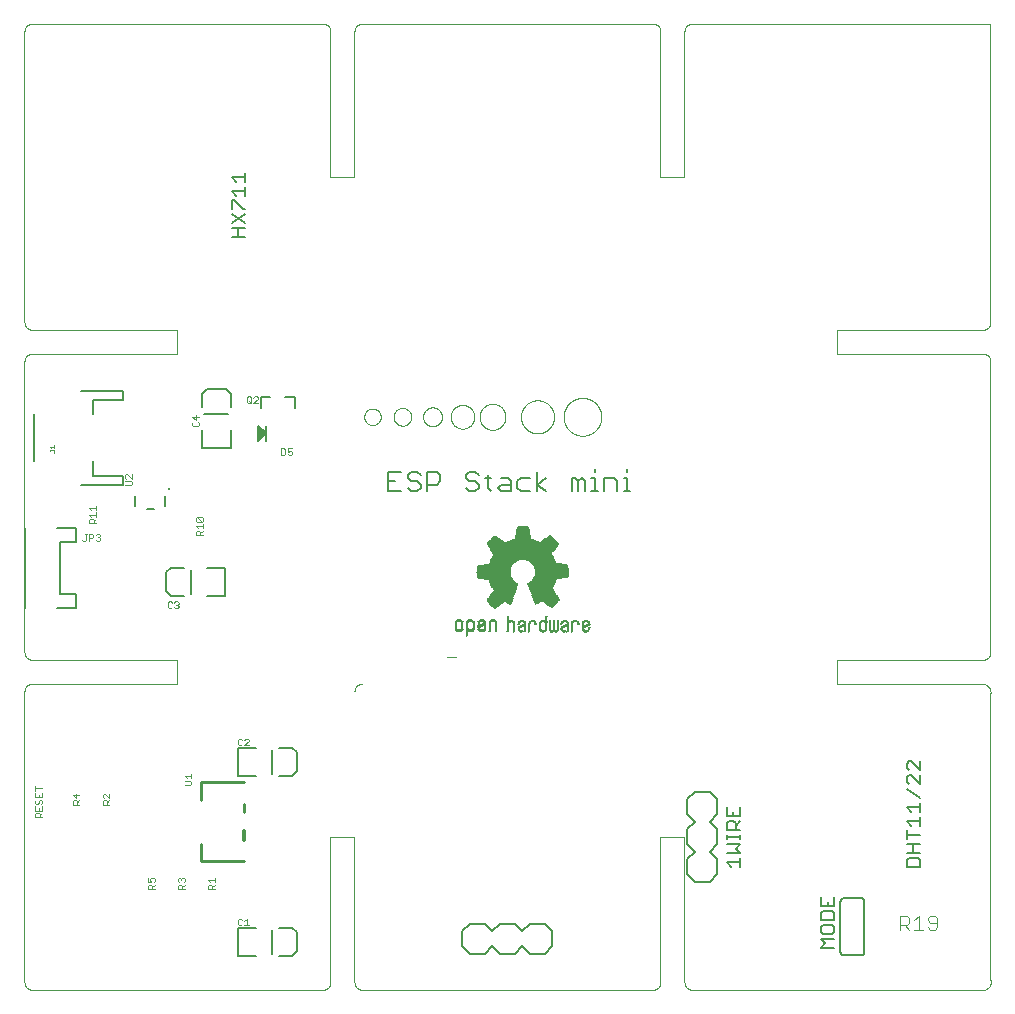
<source format=gto>
G75*
%MOIN*%
%OFA0B0*%
%FSLAX25Y25*%
%IPPOS*%
%LPD*%
%AMOC8*
5,1,8,0,0,1.08239X$1,22.5*
%
%ADD10C,0.00000*%
%ADD11C,0.00100*%
%ADD12C,0.00600*%
%ADD13C,0.00200*%
%ADD14C,0.01000*%
%ADD15C,0.01200*%
%ADD16C,0.00800*%
%ADD17C,0.00500*%
%ADD18C,0.01000*%
%ADD19C,0.00400*%
%ADD20R,0.00200X0.00025*%
%ADD21R,0.00250X0.00025*%
%ADD22R,0.00300X0.00025*%
%ADD23R,0.00350X0.00025*%
%ADD24R,0.00425X0.00025*%
%ADD25R,0.00500X0.00025*%
%ADD26R,0.00600X0.00025*%
%ADD27R,0.00650X0.00025*%
%ADD28R,0.00675X0.00025*%
%ADD29R,0.00700X0.00025*%
%ADD30R,0.00725X0.00025*%
%ADD31R,0.00725X0.00025*%
%ADD32R,0.00750X0.00025*%
%ADD33R,0.00750X0.00025*%
%ADD34R,0.00125X0.00025*%
%ADD35R,0.00025X0.00025*%
%ADD36R,0.00100X0.00025*%
%ADD37R,0.00075X0.00025*%
%ADD38R,0.00025X0.00025*%
%ADD39R,0.00050X0.00025*%
%ADD40R,0.00075X0.00025*%
%ADD41R,0.00075X0.00025*%
%ADD42R,0.00825X0.00025*%
%ADD43R,0.00675X0.00025*%
%ADD44R,0.00775X0.00025*%
%ADD45R,0.00100X0.00025*%
%ADD46R,0.00050X0.00025*%
%ADD47R,0.00800X0.00025*%
%ADD48R,0.00375X0.00025*%
%ADD49R,0.00325X0.00025*%
%ADD50R,0.00425X0.00025*%
%ADD51R,0.00150X0.00025*%
%ADD52R,0.00925X0.00025*%
%ADD53R,0.00800X0.00025*%
%ADD54R,0.00900X0.00025*%
%ADD55R,0.00525X0.00025*%
%ADD56R,0.00775X0.00025*%
%ADD57R,0.00525X0.00025*%
%ADD58R,0.00175X0.00025*%
%ADD59R,0.00200X0.00025*%
%ADD60R,0.00975X0.00025*%
%ADD61R,0.01000X0.00025*%
%ADD62R,0.00850X0.00025*%
%ADD63R,0.00975X0.00025*%
%ADD64R,0.00225X0.00025*%
%ADD65R,0.00675X0.00025*%
%ADD66R,0.00775X0.00025*%
%ADD67R,0.00625X0.00025*%
%ADD68R,0.00225X0.00025*%
%ADD69R,0.00225X0.00025*%
%ADD70R,0.01050X0.00025*%
%ADD71R,0.00275X0.00025*%
%ADD72R,0.00250X0.00025*%
%ADD73R,0.01100X0.00025*%
%ADD74R,0.00925X0.00025*%
%ADD75R,0.00825X0.00025*%
%ADD76R,0.00175X0.00025*%
%ADD77R,0.00300X0.00025*%
%ADD78R,0.00275X0.00025*%
%ADD79R,0.01075X0.00025*%
%ADD80R,0.00325X0.00025*%
%ADD81R,0.01175X0.00025*%
%ADD82R,0.01125X0.00025*%
%ADD83R,0.00275X0.00025*%
%ADD84R,0.01025X0.00025*%
%ADD85R,0.00850X0.00025*%
%ADD86R,0.01025X0.00025*%
%ADD87R,0.01000X0.00025*%
%ADD88R,0.00375X0.00025*%
%ADD89R,0.00350X0.00025*%
%ADD90R,0.01175X0.00025*%
%ADD91R,0.01325X0.00025*%
%ADD92R,0.01075X0.00025*%
%ADD93R,0.01175X0.00025*%
%ADD94R,0.01275X0.00025*%
%ADD95R,0.01225X0.00025*%
%ADD96R,0.02050X0.00025*%
%ADD97R,0.01200X0.00025*%
%ADD98R,0.00400X0.00025*%
%ADD99R,0.00425X0.00025*%
%ADD100R,0.00425X0.00025*%
%ADD101R,0.01250X0.00025*%
%ADD102R,0.01425X0.00025*%
%ADD103R,0.01225X0.00025*%
%ADD104R,0.01275X0.00025*%
%ADD105R,0.00450X0.00025*%
%ADD106R,0.01350X0.00025*%
%ADD107R,0.02100X0.00025*%
%ADD108R,0.00475X0.00025*%
%ADD109R,0.00475X0.00025*%
%ADD110R,0.00450X0.00025*%
%ADD111R,0.01325X0.00025*%
%ADD112R,0.00550X0.00025*%
%ADD113R,0.01500X0.00025*%
%ADD114R,0.02625X0.00025*%
%ADD115R,0.01300X0.00025*%
%ADD116R,0.00500X0.00025*%
%ADD117R,0.01525X0.00025*%
%ADD118R,0.02150X0.00025*%
%ADD119R,0.01425X0.00025*%
%ADD120R,0.00550X0.00025*%
%ADD121R,0.00475X0.00025*%
%ADD122R,0.01350X0.00025*%
%ADD123R,0.00575X0.00025*%
%ADD124R,0.01575X0.00025*%
%ADD125R,0.02675X0.00025*%
%ADD126R,0.01325X0.00025*%
%ADD127R,0.01475X0.00025*%
%ADD128R,0.02175X0.00025*%
%ADD129R,0.01475X0.00025*%
%ADD130R,0.00575X0.00025*%
%ADD131R,0.00525X0.00025*%
%ADD132R,0.01375X0.00025*%
%ADD133R,0.00525X0.00025*%
%ADD134R,0.01625X0.00025*%
%ADD135R,0.02725X0.00025*%
%ADD136R,0.01525X0.00025*%
%ADD137R,0.02200X0.00025*%
%ADD138R,0.01525X0.00025*%
%ADD139R,0.00625X0.00025*%
%ADD140R,0.00625X0.00025*%
%ADD141R,0.01400X0.00025*%
%ADD142R,0.00600X0.00025*%
%ADD143R,0.01675X0.00025*%
%ADD144R,0.02775X0.00025*%
%ADD145R,0.01375X0.00025*%
%ADD146R,0.01650X0.00025*%
%ADD147R,0.01600X0.00025*%
%ADD148R,0.02225X0.00025*%
%ADD149R,0.01400X0.00025*%
%ADD150R,0.01725X0.00025*%
%ADD151R,0.02825X0.00025*%
%ADD152R,0.01700X0.00025*%
%ADD153R,0.02275X0.00025*%
%ADD154R,0.01675X0.00025*%
%ADD155R,0.00725X0.00025*%
%ADD156R,0.01800X0.00025*%
%ADD157R,0.02875X0.00025*%
%ADD158R,0.01775X0.00025*%
%ADD159R,0.01800X0.00025*%
%ADD160R,0.02350X0.00025*%
%ADD161R,0.01775X0.00025*%
%ADD162R,0.00775X0.00025*%
%ADD163R,0.01450X0.00025*%
%ADD164R,0.00575X0.00025*%
%ADD165R,0.01850X0.00025*%
%ADD166R,0.02925X0.00025*%
%ADD167R,0.01825X0.00025*%
%ADD168R,0.01875X0.00025*%
%ADD169R,0.02375X0.00025*%
%ADD170R,0.01825X0.00025*%
%ADD171R,0.01475X0.00025*%
%ADD172R,0.00575X0.00025*%
%ADD173R,0.01900X0.00025*%
%ADD174R,0.02950X0.00025*%
%ADD175R,0.01925X0.00025*%
%ADD176R,0.02400X0.00025*%
%ADD177R,0.01875X0.00025*%
%ADD178R,0.01950X0.00025*%
%ADD179R,0.02975X0.00025*%
%ADD180R,0.01975X0.00025*%
%ADD181R,0.02425X0.00025*%
%ADD182R,0.01925X0.00025*%
%ADD183R,0.01475X0.00025*%
%ADD184R,0.02000X0.00025*%
%ADD185R,0.03000X0.00025*%
%ADD186R,0.01500X0.00025*%
%ADD187R,0.02025X0.00025*%
%ADD188R,0.02425X0.00025*%
%ADD189R,0.01975X0.00025*%
%ADD190R,0.02050X0.00025*%
%ADD191R,0.03025X0.00025*%
%ADD192R,0.02000X0.00025*%
%ADD193R,0.02075X0.00025*%
%ADD194R,0.02450X0.00025*%
%ADD195R,0.02025X0.00025*%
%ADD196R,0.02100X0.00025*%
%ADD197R,0.03025X0.00025*%
%ADD198R,0.02025X0.00025*%
%ADD199R,0.02475X0.00025*%
%ADD200R,0.02075X0.00025*%
%ADD201R,0.01550X0.00025*%
%ADD202R,0.02150X0.00025*%
%ADD203R,0.03075X0.00025*%
%ADD204R,0.02525X0.00025*%
%ADD205R,0.02125X0.00025*%
%ADD206R,0.01550X0.00025*%
%ADD207R,0.03125X0.00025*%
%ADD208R,0.02200X0.00025*%
%ADD209R,0.02550X0.00025*%
%ADD210R,0.01575X0.00025*%
%ADD211R,0.03150X0.00025*%
%ADD212R,0.01525X0.00025*%
%ADD213R,0.02225X0.00025*%
%ADD214R,0.02575X0.00025*%
%ADD215R,0.00950X0.00025*%
%ADD216R,0.01025X0.00025*%
%ADD217R,0.03175X0.00025*%
%ADD218R,0.01075X0.00025*%
%ADD219R,0.02275X0.00025*%
%ADD220R,0.02575X0.00025*%
%ADD221R,0.02225X0.00025*%
%ADD222R,0.00950X0.00025*%
%ADD223R,0.01225X0.00025*%
%ADD224R,0.00825X0.00025*%
%ADD225R,0.00875X0.00025*%
%ADD226R,0.00975X0.00025*%
%ADD227R,0.02325X0.00025*%
%ADD228R,0.02600X0.00025*%
%ADD229R,0.00875X0.00025*%
%ADD230R,0.02375X0.00025*%
%ADD231R,0.02600X0.00025*%
%ADD232R,0.02325X0.00025*%
%ADD233R,0.00825X0.00025*%
%ADD234R,0.00725X0.00025*%
%ADD235R,0.02400X0.00025*%
%ADD236R,0.02625X0.00025*%
%ADD237R,0.00875X0.00025*%
%ADD238R,0.02450X0.00025*%
%ADD239R,0.02650X0.00025*%
%ADD240R,0.02425X0.00025*%
%ADD241R,0.00700X0.00025*%
%ADD242R,0.00650X0.00025*%
%ADD243R,0.02475X0.00025*%
%ADD244R,0.02650X0.00025*%
%ADD245R,0.02425X0.00025*%
%ADD246R,0.02500X0.00025*%
%ADD247R,0.02675X0.00025*%
%ADD248R,0.02500X0.00025*%
%ADD249R,0.02700X0.00025*%
%ADD250R,0.00675X0.00025*%
%ADD251R,0.02525X0.00025*%
%ADD252R,0.00625X0.00025*%
%ADD253R,0.01150X0.00025*%
%ADD254R,0.01300X0.00025*%
%ADD255R,0.01075X0.00025*%
%ADD256R,0.01050X0.00025*%
%ADD257R,0.01175X0.00025*%
%ADD258R,0.01150X0.00025*%
%ADD259R,0.00975X0.00025*%
%ADD260R,0.01025X0.00025*%
%ADD261R,0.01125X0.00025*%
%ADD262R,0.00900X0.00025*%
%ADD263R,0.00925X0.00025*%
%ADD264R,0.00925X0.00025*%
%ADD265R,0.00875X0.00025*%
%ADD266R,0.00125X0.00025*%
%ADD267R,0.01200X0.00025*%
%ADD268R,0.01250X0.00025*%
%ADD269R,0.01275X0.00025*%
%ADD270R,0.01275X0.00025*%
%ADD271R,0.01600X0.00025*%
%ADD272R,0.01625X0.00025*%
%ADD273R,0.01700X0.00025*%
%ADD274R,0.01450X0.00025*%
%ADD275R,0.01750X0.00025*%
%ADD276R,0.01875X0.00025*%
%ADD277R,0.01850X0.00025*%
%ADD278R,0.02075X0.00025*%
%ADD279R,0.01950X0.00025*%
%ADD280R,0.02075X0.00025*%
%ADD281R,0.01900X0.00025*%
%ADD282R,0.01875X0.00025*%
%ADD283R,0.01750X0.00025*%
%ADD284R,0.01725X0.00025*%
%ADD285R,0.01650X0.00025*%
%ADD286R,0.02350X0.00025*%
%ADD287R,0.02475X0.00025*%
%ADD288R,0.01425X0.00025*%
%ADD289R,0.02550X0.00025*%
%ADD290R,0.02750X0.00025*%
%ADD291R,0.01125X0.00025*%
%ADD292R,0.01100X0.00025*%
%ADD293R,0.00125X0.00025*%
%ADD294R,0.01775X0.00025*%
%ADD295R,0.00150X0.00025*%
%ADD296R,0.00400X0.00025*%
%ADD297R,0.00275X0.00025*%
%ADD298R,0.00475X0.00025*%
%ADD299R,0.00325X0.00025*%
%ADD300R,0.00375X0.00025*%
%ADD301R,0.01375X0.00025*%
%ADD302R,0.01225X0.00025*%
%ADD303R,0.02125X0.00025*%
%ADD304R,0.02375X0.00025*%
%ADD305R,0.02525X0.00025*%
%ADD306R,0.02575X0.00025*%
%ADD307R,0.02025X0.00025*%
%ADD308R,0.01975X0.00025*%
%ADD309R,0.01975X0.00025*%
%ADD310R,0.02300X0.00025*%
%ADD311R,0.02325X0.00025*%
%ADD312R,0.01925X0.00025*%
%ADD313R,0.02300X0.00025*%
%ADD314R,0.02225X0.00025*%
%ADD315R,0.02275X0.00025*%
%ADD316R,0.01825X0.00025*%
%ADD317R,0.02175X0.00025*%
%ADD318R,0.01725X0.00025*%
%ADD319R,0.02275X0.00025*%
%ADD320R,0.01675X0.00025*%
%ADD321R,0.02175X0.00025*%
%ADD322R,0.01675X0.00025*%
%ADD323R,0.02250X0.00025*%
%ADD324R,0.01625X0.00025*%
%ADD325R,0.01625X0.00025*%
%ADD326R,0.01575X0.00025*%
%ADD327R,0.02125X0.00025*%
%ADD328R,0.01375X0.00025*%
%ADD329R,0.01125X0.00025*%
%ADD330R,0.01925X0.00025*%
%ADD331R,0.00175X0.00025*%
%ADD332R,0.00125X0.00025*%
%ADD333R,0.00225X0.00025*%
%ADD334R,0.00375X0.00025*%
%ADD335R,0.00325X0.00025*%
%ADD336R,0.01575X0.00025*%
%ADD337R,0.02175X0.00025*%
%ADD338R,0.01775X0.00025*%
%ADD339R,0.01825X0.00025*%
%ADD340R,0.02725X0.00025*%
%ADD341R,0.02800X0.00025*%
%ADD342R,0.02850X0.00025*%
%ADD343R,0.02875X0.00025*%
%ADD344R,0.02925X0.00025*%
%ADD345R,0.02125X0.00025*%
%ADD346R,0.03000X0.00025*%
%ADD347R,0.03100X0.00025*%
%ADD348R,0.03175X0.00025*%
%ADD349R,0.03225X0.00025*%
%ADD350R,0.03275X0.00025*%
%ADD351R,0.03325X0.00025*%
%ADD352R,0.02525X0.00025*%
%ADD353R,0.03400X0.00025*%
%ADD354R,0.03450X0.00025*%
%ADD355R,0.02625X0.00025*%
%ADD356R,0.03525X0.00025*%
%ADD357R,0.02700X0.00025*%
%ADD358R,0.03600X0.00025*%
%ADD359R,0.03650X0.00025*%
%ADD360R,0.03700X0.00025*%
%ADD361R,0.03725X0.00025*%
%ADD362R,0.03800X0.00025*%
%ADD363R,0.02975X0.00025*%
%ADD364R,0.03900X0.00025*%
%ADD365R,0.03050X0.00025*%
%ADD366R,0.03975X0.00025*%
%ADD367R,0.00075X0.00025*%
%ADD368R,0.03150X0.00025*%
%ADD369R,0.04025X0.00025*%
%ADD370R,0.03200X0.00025*%
%ADD371R,0.04050X0.00025*%
%ADD372R,0.03225X0.00025*%
%ADD373R,0.04100X0.00025*%
%ADD374R,0.03275X0.00025*%
%ADD375R,0.04175X0.00025*%
%ADD376R,0.03350X0.00025*%
%ADD377R,0.04225X0.00025*%
%ADD378R,0.04300X0.00025*%
%ADD379R,0.03475X0.00025*%
%ADD380R,0.04375X0.00025*%
%ADD381R,0.03550X0.00025*%
%ADD382R,0.04450X0.00025*%
%ADD383R,0.04500X0.00025*%
%ADD384R,0.04525X0.00025*%
%ADD385R,0.03675X0.00025*%
%ADD386R,0.04575X0.00025*%
%ADD387R,0.03725X0.00025*%
%ADD388R,0.04625X0.00025*%
%ADD389R,0.04700X0.00025*%
%ADD390R,0.03850X0.00025*%
%ADD391R,0.04800X0.00025*%
%ADD392R,0.03925X0.00025*%
%ADD393R,0.04825X0.00025*%
%ADD394R,0.03975X0.00025*%
%ADD395R,0.04875X0.00025*%
%ADD396R,0.04025X0.00025*%
%ADD397R,0.04950X0.00025*%
%ADD398R,0.04050X0.00025*%
%ADD399R,0.05000X0.00025*%
%ADD400R,0.04100X0.00025*%
%ADD401R,0.05075X0.00025*%
%ADD402R,0.04175X0.00025*%
%ADD403R,0.05150X0.00025*%
%ADD404R,0.04250X0.00025*%
%ADD405R,0.05225X0.00025*%
%ADD406R,0.04300X0.00025*%
%ADD407R,0.05275X0.00025*%
%ADD408R,0.04375X0.00025*%
%ADD409R,0.05325X0.00025*%
%ADD410R,0.04425X0.00025*%
%ADD411R,0.05350X0.00025*%
%ADD412R,0.05400X0.00025*%
%ADD413R,0.05475X0.00025*%
%ADD414R,0.04575X0.00025*%
%ADD415R,0.05550X0.00025*%
%ADD416R,0.04650X0.00025*%
%ADD417R,0.05600X0.00025*%
%ADD418R,0.04725X0.00025*%
%ADD419R,0.05650X0.00025*%
%ADD420R,0.04775X0.00025*%
%ADD421R,0.05700X0.00025*%
%ADD422R,0.08175X0.00025*%
%ADD423R,0.04825X0.00025*%
%ADD424R,0.08200X0.00025*%
%ADD425R,0.04900X0.00025*%
%ADD426R,0.08250X0.00025*%
%ADD427R,0.04975X0.00025*%
%ADD428R,0.08275X0.00025*%
%ADD429R,0.05025X0.00025*%
%ADD430R,0.08300X0.00025*%
%ADD431R,0.08350X0.00025*%
%ADD432R,0.05125X0.00025*%
%ADD433R,0.08350X0.00025*%
%ADD434R,0.02250X0.00025*%
%ADD435R,0.05175X0.00025*%
%ADD436R,0.08400X0.00025*%
%ADD437R,0.05225X0.00025*%
%ADD438R,0.08400X0.00025*%
%ADD439R,0.05300X0.00025*%
%ADD440R,0.08450X0.00025*%
%ADD441R,0.05375X0.00025*%
%ADD442R,0.08450X0.00025*%
%ADD443R,0.05425X0.00025*%
%ADD444R,0.08475X0.00025*%
%ADD445R,0.05500X0.00025*%
%ADD446R,0.08500X0.00025*%
%ADD447R,0.08500X0.00025*%
%ADD448R,0.08225X0.00025*%
%ADD449R,0.08525X0.00025*%
%ADD450R,0.08525X0.00025*%
%ADD451R,0.08325X0.00025*%
%ADD452R,0.08550X0.00025*%
%ADD453R,0.08550X0.00025*%
%ADD454R,0.08375X0.00025*%
%ADD455R,0.08425X0.00025*%
%ADD456R,0.08475X0.00025*%
%ADD457R,0.08575X0.00025*%
%ADD458R,0.08600X0.00025*%
%ADD459R,0.08575X0.00025*%
%ADD460R,0.08600X0.00025*%
%ADD461R,0.08650X0.00025*%
%ADD462R,0.08650X0.00025*%
%ADD463R,0.08525X0.00025*%
%ADD464R,0.08675X0.00025*%
%ADD465R,0.08675X0.00025*%
%ADD466R,0.08700X0.00025*%
%ADD467R,0.08700X0.00025*%
%ADD468R,0.08475X0.00025*%
%ADD469R,0.08675X0.00025*%
%ADD470R,0.08425X0.00025*%
%ADD471R,0.08375X0.00025*%
%ADD472R,0.08675X0.00025*%
%ADD473R,0.08375X0.00025*%
%ADD474R,0.08375X0.00025*%
%ADD475R,0.08325X0.00025*%
%ADD476R,0.08325X0.00025*%
%ADD477R,0.08625X0.00025*%
%ADD478R,0.08300X0.00025*%
%ADD479R,0.08625X0.00025*%
%ADD480R,0.08625X0.00025*%
%ADD481R,0.08275X0.00025*%
%ADD482R,0.08575X0.00025*%
%ADD483R,0.08275X0.00025*%
%ADD484R,0.08575X0.00025*%
%ADD485R,0.08250X0.00025*%
%ADD486R,0.08225X0.00025*%
%ADD487R,0.08225X0.00025*%
%ADD488R,0.08525X0.00025*%
%ADD489R,0.08200X0.00025*%
%ADD490R,0.08175X0.00025*%
%ADD491R,0.08175X0.00025*%
%ADD492R,0.08150X0.00025*%
%ADD493R,0.08475X0.00025*%
%ADD494R,0.08150X0.00025*%
%ADD495R,0.08125X0.00025*%
%ADD496R,0.08125X0.00025*%
%ADD497R,0.08075X0.00025*%
%ADD498R,0.08050X0.00025*%
%ADD499R,0.08050X0.00025*%
%ADD500R,0.08425X0.00025*%
%ADD501R,0.08025X0.00025*%
%ADD502R,0.08025X0.00025*%
%ADD503R,0.08025X0.00025*%
%ADD504R,0.08000X0.00025*%
%ADD505R,0.08000X0.00025*%
%ADD506R,0.07975X0.00025*%
%ADD507R,0.07975X0.00025*%
%ADD508R,0.08325X0.00025*%
%ADD509R,0.07975X0.00025*%
%ADD510R,0.07950X0.00025*%
%ADD511R,0.07950X0.00025*%
%ADD512R,0.07925X0.00025*%
%ADD513R,0.07900X0.00025*%
%ADD514R,0.07875X0.00025*%
%ADD515R,0.07875X0.00025*%
%ADD516R,0.07875X0.00025*%
%ADD517R,0.07850X0.00025*%
%ADD518R,0.07850X0.00025*%
%ADD519R,0.07825X0.00025*%
%ADD520R,0.07825X0.00025*%
%ADD521R,0.08225X0.00025*%
%ADD522R,0.07800X0.00025*%
%ADD523R,0.07825X0.00025*%
%ADD524R,0.07800X0.00025*%
%ADD525R,0.07775X0.00025*%
%ADD526R,0.07775X0.00025*%
%ADD527R,0.07750X0.00025*%
%ADD528R,0.08175X0.00025*%
%ADD529R,0.07725X0.00025*%
%ADD530R,0.07725X0.00025*%
%ADD531R,0.07700X0.00025*%
%ADD532R,0.07700X0.00025*%
%ADD533R,0.07675X0.00025*%
%ADD534R,0.08125X0.00025*%
%ADD535R,0.07675X0.00025*%
%ADD536R,0.08075X0.00025*%
%ADD537R,0.07650X0.00025*%
%ADD538R,0.07650X0.00025*%
%ADD539R,0.07625X0.00025*%
%ADD540R,0.07625X0.00025*%
%ADD541R,0.07600X0.00025*%
%ADD542R,0.07600X0.00025*%
%ADD543R,0.07575X0.00025*%
%ADD544R,0.07550X0.00025*%
%ADD545R,0.08025X0.00025*%
%ADD546R,0.07550X0.00025*%
%ADD547R,0.07525X0.00025*%
%ADD548R,0.07525X0.00025*%
%ADD549R,0.07500X0.00025*%
%ADD550R,0.07500X0.00025*%
%ADD551R,0.07475X0.00025*%
%ADD552R,0.07475X0.00025*%
%ADD553R,0.07925X0.00025*%
%ADD554R,0.07450X0.00025*%
%ADD555R,0.07475X0.00025*%
%ADD556R,0.07925X0.00025*%
%ADD557R,0.07900X0.00025*%
%ADD558R,0.07450X0.00025*%
%ADD559R,0.07475X0.00025*%
%ADD560R,0.07525X0.00025*%
%ADD561R,0.07575X0.00025*%
%ADD562R,0.07825X0.00025*%
%ADD563R,0.07775X0.00025*%
%ADD564R,0.07750X0.00025*%
%ADD565R,0.07775X0.00025*%
%ADD566R,0.07875X0.00025*%
%ADD567R,0.08075X0.00025*%
%ADD568R,0.08100X0.00025*%
%ADD569R,0.07975X0.00025*%
%ADD570R,0.08275X0.00025*%
%ADD571R,0.08725X0.00025*%
%ADD572R,0.08725X0.00025*%
%ADD573R,0.08750X0.00025*%
%ADD574R,0.08800X0.00025*%
%ADD575R,0.08800X0.00025*%
%ADD576R,0.08825X0.00025*%
%ADD577R,0.08875X0.00025*%
%ADD578R,0.08875X0.00025*%
%ADD579R,0.08900X0.00025*%
%ADD580R,0.08725X0.00025*%
%ADD581R,0.08925X0.00025*%
%ADD582R,0.08750X0.00025*%
%ADD583R,0.08950X0.00025*%
%ADD584R,0.08775X0.00025*%
%ADD585R,0.08950X0.00025*%
%ADD586R,0.08975X0.00025*%
%ADD587R,0.08975X0.00025*%
%ADD588R,0.09000X0.00025*%
%ADD589R,0.08825X0.00025*%
%ADD590R,0.09025X0.00025*%
%ADD591R,0.08850X0.00025*%
%ADD592R,0.09025X0.00025*%
%ADD593R,0.08850X0.00025*%
%ADD594R,0.09050X0.00025*%
%ADD595R,0.09050X0.00025*%
%ADD596R,0.09075X0.00025*%
%ADD597R,0.08900X0.00025*%
%ADD598R,0.09100X0.00025*%
%ADD599R,0.08925X0.00025*%
%ADD600R,0.09125X0.00025*%
%ADD601R,0.09125X0.00025*%
%ADD602R,0.08975X0.00025*%
%ADD603R,0.09175X0.00025*%
%ADD604R,0.09000X0.00025*%
%ADD605R,0.09175X0.00025*%
%ADD606R,0.09025X0.00025*%
%ADD607R,0.09200X0.00025*%
%ADD608R,0.09200X0.00025*%
%ADD609R,0.09075X0.00025*%
%ADD610R,0.09225X0.00025*%
%ADD611R,0.09225X0.00025*%
%ADD612R,0.09250X0.00025*%
%ADD613R,0.09250X0.00025*%
%ADD614R,0.09225X0.00025*%
%ADD615R,0.09150X0.00025*%
%ADD616R,0.09125X0.00025*%
%ADD617R,0.08925X0.00025*%
%ADD618R,0.08775X0.00025*%
%ADD619R,0.08775X0.00025*%
%ADD620R,0.08425X0.00025*%
%ADD621R,0.08100X0.00025*%
%ADD622R,0.07925X0.00025*%
%ADD623R,0.07725X0.00025*%
%ADD624R,0.09350X0.00025*%
%ADD625R,0.09500X0.00025*%
%ADD626R,0.09600X0.00025*%
%ADD627R,0.09675X0.00025*%
%ADD628R,0.09750X0.00025*%
%ADD629R,0.09825X0.00025*%
%ADD630R,0.10000X0.00025*%
%ADD631R,0.10225X0.00025*%
%ADD632R,0.10375X0.00025*%
%ADD633R,0.10500X0.00025*%
%ADD634R,0.08775X0.00025*%
%ADD635R,0.10550X0.00025*%
%ADD636R,0.10625X0.00025*%
%ADD637R,0.08925X0.00025*%
%ADD638R,0.10750X0.00025*%
%ADD639R,0.10950X0.00025*%
%ADD640R,0.09275X0.00025*%
%ADD641R,0.11150X0.00025*%
%ADD642R,0.09500X0.00025*%
%ADD643R,0.11225X0.00025*%
%ADD644R,0.09650X0.00025*%
%ADD645R,0.11275X0.00025*%
%ADD646R,0.11300X0.00025*%
%ADD647R,0.09825X0.00025*%
%ADD648R,0.11325X0.00025*%
%ADD649R,0.09925X0.00025*%
%ADD650R,0.11350X0.00025*%
%ADD651R,0.10100X0.00025*%
%ADD652R,0.11350X0.00025*%
%ADD653R,0.10325X0.00025*%
%ADD654R,0.11375X0.00025*%
%ADD655R,0.10550X0.00025*%
%ADD656R,0.11400X0.00025*%
%ADD657R,0.10650X0.00025*%
%ADD658R,0.11400X0.00025*%
%ADD659R,0.10750X0.00025*%
%ADD660R,0.10825X0.00025*%
%ADD661R,0.10925X0.00025*%
%ADD662R,0.11375X0.00025*%
%ADD663R,0.11075X0.00025*%
%ADD664R,0.11375X0.00025*%
%ADD665R,0.11175X0.00025*%
%ADD666R,0.11375X0.00025*%
%ADD667R,0.11175X0.00025*%
%ADD668R,0.11200X0.00025*%
%ADD669R,0.11225X0.00025*%
%ADD670R,0.11225X0.00025*%
%ADD671R,0.11325X0.00025*%
%ADD672R,0.11250X0.00025*%
%ADD673R,0.11325X0.00025*%
%ADD674R,0.11275X0.00025*%
%ADD675R,0.11300X0.00025*%
%ADD676R,0.11250X0.00025*%
%ADD677R,0.11225X0.00025*%
%ADD678R,0.11275X0.00025*%
%ADD679R,0.11200X0.00025*%
%ADD680R,0.11175X0.00025*%
%ADD681R,0.11175X0.00025*%
%ADD682R,0.11150X0.00025*%
%ADD683R,0.11125X0.00025*%
%ADD684R,0.11125X0.00025*%
%ADD685R,0.11100X0.00025*%
%ADD686R,0.11100X0.00025*%
%ADD687R,0.11075X0.00025*%
%ADD688R,0.11075X0.00025*%
%ADD689R,0.11050X0.00025*%
%ADD690R,0.11050X0.00025*%
%ADD691R,0.11075X0.00025*%
%ADD692R,0.11125X0.00025*%
%ADD693R,0.11125X0.00025*%
%ADD694R,0.11275X0.00025*%
%ADD695R,0.11325X0.00025*%
%ADD696R,0.11425X0.00025*%
%ADD697R,0.11425X0.00025*%
%ADD698R,0.11450X0.00025*%
%ADD699R,0.11475X0.00025*%
%ADD700R,0.10875X0.00025*%
%ADD701R,0.10675X0.00025*%
%ADD702R,0.11475X0.00025*%
%ADD703R,0.10425X0.00025*%
%ADD704R,0.11475X0.00025*%
%ADD705R,0.10275X0.00025*%
%ADD706R,0.11450X0.00025*%
%ADD707R,0.10200X0.00025*%
%ADD708R,0.11475X0.00025*%
%ADD709R,0.10100X0.00025*%
%ADD710R,0.10025X0.00025*%
%ADD711R,0.09850X0.00025*%
%ADD712R,0.09600X0.00025*%
%ADD713R,0.11425X0.00025*%
%ADD714R,0.09450X0.00025*%
%ADD715R,0.09325X0.00025*%
%ADD716R,0.09175X0.00025*%
%ADD717R,0.10975X0.00025*%
%ADD718R,0.10650X0.00025*%
%ADD719R,0.10425X0.00025*%
%ADD720R,0.10325X0.00025*%
%ADD721R,0.10125X0.00025*%
%ADD722R,0.09925X0.00025*%
%ADD723R,0.09825X0.00025*%
%ADD724R,0.09750X0.00025*%
%ADD725R,0.09700X0.00025*%
%ADD726R,0.09625X0.00025*%
%ADD727R,0.09475X0.00025*%
%ADD728R,0.09275X0.00025*%
%ADD729R,0.09025X0.00025*%
%ADD730R,0.08625X0.00025*%
%ADD731R,0.08825X0.00025*%
%ADD732R,0.08875X0.00025*%
%ADD733R,0.08975X0.00025*%
%ADD734R,0.09125X0.00025*%
%ADD735R,0.09325X0.00025*%
%ADD736R,0.09400X0.00025*%
%ADD737R,0.09450X0.00025*%
%ADD738R,0.09475X0.00025*%
%ADD739R,0.09525X0.00025*%
%ADD740R,0.09525X0.00025*%
%ADD741R,0.09550X0.00025*%
%ADD742R,0.09575X0.00025*%
%ADD743R,0.09700X0.00025*%
%ADD744R,0.10175X0.00025*%
%ADD745R,0.10300X0.00025*%
%ADD746R,0.10350X0.00025*%
%ADD747R,0.10500X0.00025*%
%ADD748R,0.21150X0.00025*%
%ADD749R,0.21125X0.00025*%
%ADD750R,0.21100X0.00025*%
%ADD751R,0.21100X0.00025*%
%ADD752R,0.21075X0.00025*%
%ADD753R,0.21025X0.00025*%
%ADD754R,0.21000X0.00025*%
%ADD755R,0.20975X0.00025*%
%ADD756R,0.20925X0.00025*%
%ADD757R,0.20925X0.00025*%
%ADD758R,0.20900X0.00025*%
%ADD759R,0.20875X0.00025*%
%ADD760R,0.20850X0.00025*%
%ADD761R,0.20850X0.00025*%
%ADD762R,0.20800X0.00025*%
%ADD763R,0.20800X0.00025*%
%ADD764R,0.20750X0.00025*%
%ADD765R,0.20725X0.00025*%
%ADD766R,0.20700X0.00025*%
%ADD767R,0.20650X0.00025*%
%ADD768R,0.20625X0.00025*%
%ADD769R,0.20600X0.00025*%
%ADD770R,0.20550X0.00025*%
%ADD771R,0.20550X0.00025*%
%ADD772R,0.20500X0.00025*%
%ADD773R,0.20500X0.00025*%
%ADD774R,0.20475X0.00025*%
%ADD775R,0.20450X0.00025*%
%ADD776R,0.20425X0.00025*%
%ADD777R,0.20400X0.00025*%
%ADD778R,0.20375X0.00025*%
%ADD779R,0.20325X0.00025*%
%ADD780R,0.20325X0.00025*%
%ADD781R,0.20275X0.00025*%
%ADD782R,0.20250X0.00025*%
%ADD783R,0.20225X0.00025*%
%ADD784R,0.20200X0.00025*%
%ADD785R,0.20200X0.00025*%
%ADD786R,0.20150X0.00025*%
%ADD787R,0.20150X0.00025*%
%ADD788R,0.20125X0.00025*%
%ADD789R,0.20100X0.00025*%
%ADD790R,0.20075X0.00025*%
%ADD791R,0.20025X0.00025*%
%ADD792R,0.20000X0.00025*%
%ADD793R,0.19975X0.00025*%
%ADD794R,0.19925X0.00025*%
%ADD795R,0.19900X0.00025*%
%ADD796R,0.19875X0.00025*%
%ADD797R,0.19850X0.00025*%
%ADD798R,0.19850X0.00025*%
%ADD799R,0.19800X0.00025*%
%ADD800R,0.19800X0.00025*%
%ADD801R,0.19750X0.00025*%
%ADD802R,0.19725X0.00025*%
%ADD803R,0.19675X0.00025*%
%ADD804R,0.19625X0.00025*%
%ADD805R,0.19600X0.00025*%
%ADD806R,0.19575X0.00025*%
%ADD807R,0.19550X0.00025*%
%ADD808R,0.19500X0.00025*%
%ADD809R,0.19500X0.00025*%
%ADD810R,0.19475X0.00025*%
%ADD811R,0.19475X0.00025*%
%ADD812R,0.19425X0.00025*%
%ADD813R,0.19425X0.00025*%
%ADD814R,0.19400X0.00025*%
%ADD815R,0.19400X0.00025*%
%ADD816R,0.19375X0.00025*%
%ADD817R,0.19375X0.00025*%
%ADD818R,0.19450X0.00025*%
%ADD819R,0.19525X0.00025*%
%ADD820R,0.19575X0.00025*%
%ADD821R,0.19600X0.00025*%
%ADD822R,0.19650X0.00025*%
%ADD823R,0.19650X0.00025*%
%ADD824R,0.19700X0.00025*%
%ADD825R,0.19700X0.00025*%
%ADD826R,0.19825X0.00025*%
%ADD827R,0.19925X0.00025*%
%ADD828R,0.19950X0.00025*%
%ADD829R,0.20075X0.00025*%
%ADD830R,0.20175X0.00025*%
%ADD831R,0.20225X0.00025*%
%ADD832R,0.20300X0.00025*%
%ADD833R,0.20350X0.00025*%
%ADD834R,0.20375X0.00025*%
%ADD835R,0.20475X0.00025*%
%ADD836R,0.20675X0.00025*%
%ADD837R,0.20950X0.00025*%
%ADD838R,0.20975X0.00025*%
%ADD839R,0.21000X0.00025*%
%ADD840R,0.21025X0.00025*%
%ADD841R,0.21050X0.00025*%
%ADD842R,0.21125X0.00025*%
%ADD843R,0.21175X0.00025*%
%ADD844R,0.21225X0.00025*%
%ADD845R,0.21250X0.00025*%
%ADD846R,0.21300X0.00025*%
%ADD847R,0.21325X0.00025*%
%ADD848R,0.21350X0.00025*%
%ADD849R,0.21400X0.00025*%
%ADD850R,0.21425X0.00025*%
%ADD851R,0.21475X0.00025*%
%ADD852R,0.21500X0.00025*%
%ADD853R,0.21525X0.00025*%
%ADD854R,0.21575X0.00025*%
%ADD855R,0.21600X0.00025*%
%ADD856R,0.21650X0.00025*%
%ADD857R,0.21675X0.00025*%
%ADD858R,0.21700X0.00025*%
%ADD859R,0.21725X0.00025*%
%ADD860R,0.21775X0.00025*%
%ADD861R,0.21800X0.00025*%
%ADD862R,0.21850X0.00025*%
%ADD863R,0.21875X0.00025*%
%ADD864R,0.21925X0.00025*%
%ADD865R,0.21950X0.00025*%
%ADD866R,0.22000X0.00025*%
%ADD867R,0.22000X0.00025*%
%ADD868R,0.22050X0.00025*%
%ADD869R,0.22100X0.00025*%
%ADD870R,0.22150X0.00025*%
%ADD871R,0.22150X0.00025*%
%ADD872R,0.22200X0.00025*%
%ADD873R,0.22250X0.00025*%
%ADD874R,0.22275X0.00025*%
%ADD875R,0.22325X0.00025*%
%ADD876R,0.22325X0.00025*%
%ADD877R,0.22375X0.00025*%
%ADD878R,0.22425X0.00025*%
%ADD879R,0.22450X0.00025*%
%ADD880R,0.22500X0.00025*%
%ADD881R,0.22500X0.00025*%
%ADD882R,0.22550X0.00025*%
%ADD883R,0.22600X0.00025*%
%ADD884R,0.22625X0.00025*%
%ADD885R,0.22675X0.00025*%
%ADD886R,0.22675X0.00025*%
%ADD887R,0.22725X0.00025*%
%ADD888R,0.22750X0.00025*%
%ADD889R,0.22800X0.00025*%
%ADD890R,0.22825X0.00025*%
%ADD891R,0.22875X0.00025*%
%ADD892R,0.22900X0.00025*%
%ADD893R,0.22950X0.00025*%
%ADD894R,0.22975X0.00025*%
%ADD895R,0.23000X0.00025*%
%ADD896R,0.23050X0.00025*%
%ADD897R,0.23100X0.00025*%
%ADD898R,0.23125X0.00025*%
%ADD899R,0.23175X0.00025*%
%ADD900R,0.23175X0.00025*%
%ADD901R,0.23225X0.00025*%
%ADD902R,0.23250X0.00025*%
%ADD903R,0.23300X0.00025*%
%ADD904R,0.23350X0.00025*%
%ADD905R,0.23375X0.00025*%
%ADD906R,0.23425X0.00025*%
%ADD907R,0.23450X0.00025*%
%ADD908R,0.23475X0.00025*%
%ADD909R,0.23525X0.00025*%
%ADD910R,0.23525X0.00025*%
%ADD911R,0.23575X0.00025*%
%ADD912R,0.23600X0.00025*%
%ADD913R,0.23650X0.00025*%
%ADD914R,0.23675X0.00025*%
%ADD915R,0.23700X0.00025*%
%ADD916R,0.23725X0.00025*%
%ADD917R,0.23775X0.00025*%
%ADD918R,0.23800X0.00025*%
%ADD919R,0.23800X0.00025*%
%ADD920R,0.23825X0.00025*%
%ADD921R,0.23825X0.00025*%
%ADD922R,0.23775X0.00025*%
%ADD923R,0.23750X0.00025*%
%ADD924R,0.23675X0.00025*%
%ADD925R,0.23625X0.00025*%
%ADD926R,0.23550X0.00025*%
%ADD927R,0.23500X0.00025*%
%ADD928R,0.23475X0.00025*%
%ADD929R,0.23425X0.00025*%
%ADD930R,0.23400X0.00025*%
%ADD931R,0.05775X0.00025*%
%ADD932R,0.17400X0.00025*%
%ADD933R,0.05700X0.00025*%
%ADD934R,0.17325X0.00025*%
%ADD935R,0.05625X0.00025*%
%ADD936R,0.17225X0.00025*%
%ADD937R,0.05950X0.00025*%
%ADD938R,0.11000X0.00025*%
%ADD939R,0.05875X0.00025*%
%ADD940R,0.05450X0.00025*%
%ADD941R,0.10950X0.00025*%
%ADD942R,0.05825X0.00025*%
%ADD943R,0.05425X0.00025*%
%ADD944R,0.10875X0.00025*%
%ADD945R,0.05350X0.00025*%
%ADD946R,0.10800X0.00025*%
%ADD947R,0.05725X0.00025*%
%ADD948R,0.10675X0.00025*%
%ADD949R,0.05650X0.00025*%
%ADD950R,0.05200X0.00025*%
%ADD951R,0.10525X0.00025*%
%ADD952R,0.05575X0.00025*%
%ADD953R,0.10425X0.00025*%
%ADD954R,0.05125X0.00025*%
%ADD955R,0.05075X0.00025*%
%ADD956R,0.05450X0.00025*%
%ADD957R,0.05025X0.00025*%
%ADD958R,0.10225X0.00025*%
%ADD959R,0.05375X0.00025*%
%ADD960R,0.04950X0.00025*%
%ADD961R,0.10125X0.00025*%
%ADD962R,0.05325X0.00025*%
%ADD963R,0.04875X0.00025*%
%ADD964R,0.09975X0.00025*%
%ADD965R,0.04750X0.00025*%
%ADD966R,0.09725X0.00025*%
%ADD967R,0.04700X0.00025*%
%ADD968R,0.05050X0.00025*%
%ADD969R,0.04675X0.00025*%
%ADD970R,0.05000X0.00025*%
%ADD971R,0.09525X0.00025*%
%ADD972R,0.04550X0.00025*%
%ADD973R,0.09375X0.00025*%
%ADD974R,0.04400X0.00025*%
%ADD975R,0.04725X0.00025*%
%ADD976R,0.04375X0.00025*%
%ADD977R,0.04675X0.00025*%
%ADD978R,0.04325X0.00025*%
%ADD979R,0.04625X0.00025*%
%ADD980R,0.04275X0.00025*%
%ADD981R,0.04600X0.00025*%
%ADD982R,0.04200X0.00025*%
%ADD983R,0.04125X0.00025*%
%ADD984R,0.04475X0.00025*%
%ADD985R,0.04075X0.00025*%
%ADD986R,0.04000X0.00025*%
%ADD987R,0.03950X0.00025*%
%ADD988R,0.08125X0.00025*%
%ADD989R,0.04275X0.00025*%
%ADD990R,0.03900X0.00025*%
%ADD991R,0.04225X0.00025*%
%ADD992R,0.03875X0.00025*%
%ADD993R,0.04175X0.00025*%
%ADD994R,0.03650X0.00025*%
%ADD995R,0.07400X0.00025*%
%ADD996R,0.03950X0.00025*%
%ADD997R,0.03575X0.00025*%
%ADD998R,0.07275X0.00025*%
%ADD999R,0.03550X0.00025*%
%ADD1000R,0.07200X0.00025*%
%ADD1001R,0.03850X0.00025*%
%ADD1002R,0.03500X0.00025*%
%ADD1003R,0.07100X0.00025*%
%ADD1004R,0.03800X0.00025*%
%ADD1005R,0.07000X0.00025*%
%ADD1006R,0.03775X0.00025*%
%ADD1007R,0.06825X0.00025*%
%ADD1008R,0.03700X0.00025*%
%ADD1009R,0.03325X0.00025*%
%ADD1010R,0.06525X0.00025*%
%ADD1011R,0.03625X0.00025*%
%ADD1012R,0.03225X0.00025*%
%ADD1013R,0.06275X0.00025*%
%ADD1014R,0.03175X0.00025*%
%ADD1015R,0.06125X0.00025*%
%ADD1016R,0.03475X0.00025*%
%ADD1017R,0.06025X0.00025*%
%ADD1018R,0.03425X0.00025*%
%ADD1019R,0.05925X0.00025*%
%ADD1020R,0.03400X0.00025*%
%ADD1021R,0.05750X0.00025*%
%ADD1022R,0.03350X0.00025*%
%ADD1023R,0.03275X0.00025*%
%ADD1024R,0.02875X0.00025*%
%ADD1025R,0.05525X0.00025*%
%ADD1026R,0.02800X0.00025*%
%ADD1027R,0.05475X0.00025*%
%ADD1028R,0.02950X0.00025*%
%ADD1029R,0.05400X0.00025*%
%ADD1030R,0.02900X0.00025*%
%ADD1031R,0.02775X0.00025*%
%ADD1032R,0.02725X0.00025*%
%ADD1033R,0.05375X0.00025*%
%ADD1034R,0.05375X0.00025*%
%ADD1035R,0.05325X0.00025*%
%ADD1036R,0.05325X0.00025*%
%ADD1037R,0.05275X0.00025*%
%ADD1038R,0.05275X0.00025*%
%ADD1039R,0.05250X0.00025*%
%ADD1040R,0.05250X0.00025*%
%ADD1041R,0.01325X0.00025*%
%ADD1042R,0.05225X0.00025*%
%ADD1043R,0.05175X0.00025*%
%ADD1044R,0.05175X0.00025*%
%ADD1045R,0.05150X0.00025*%
%ADD1046R,0.05125X0.00025*%
%ADD1047R,0.05125X0.00025*%
%ADD1048R,0.05100X0.00025*%
%ADD1049R,0.05075X0.00025*%
%ADD1050R,0.05075X0.00025*%
%ADD1051R,0.05050X0.00025*%
%ADD1052R,0.04975X0.00025*%
%ADD1053R,0.04925X0.00025*%
%ADD1054R,0.04925X0.00025*%
%ADD1055R,0.04900X0.00025*%
%ADD1056R,0.04850X0.00025*%
%ADD1057R,0.04850X0.00025*%
%ADD1058R,0.04800X0.00025*%
%ADD1059R,0.04775X0.00025*%
%ADD1060R,0.04775X0.00025*%
%ADD1061R,0.04750X0.00025*%
%ADD1062R,0.04725X0.00025*%
%ADD1063R,0.04725X0.00025*%
%ADD1064R,0.04675X0.00025*%
%ADD1065R,0.04675X0.00025*%
%ADD1066R,0.04650X0.00025*%
%ADD1067R,0.04625X0.00025*%
%ADD1068R,0.04600X0.00025*%
%ADD1069R,0.04550X0.00025*%
%ADD1070R,0.04525X0.00025*%
%ADD1071R,0.04500X0.00025*%
%ADD1072R,0.04475X0.00025*%
%ADD1073R,0.04475X0.00025*%
%ADD1074R,0.04450X0.00025*%
%ADD1075R,0.04425X0.00025*%
%ADD1076R,0.04375X0.00025*%
%ADD1077R,0.04350X0.00025*%
%ADD1078R,0.04325X0.00025*%
%ADD1079R,0.04325X0.00025*%
%ADD1080R,0.04275X0.00025*%
%ADD1081R,0.04250X0.00025*%
%ADD1082R,0.04125X0.00025*%
%ADD1083R,0.03875X0.00025*%
%ADD1084R,0.03725X0.00025*%
%ADD1085R,0.03625X0.00025*%
%ADD1086R,0.03500X0.00025*%
%ADD1087R,0.03225X0.00025*%
D10*
X0006275Y0006500D02*
X0006275Y0103500D01*
X0006277Y0103598D01*
X0006283Y0103696D01*
X0006292Y0103794D01*
X0006306Y0103891D01*
X0006323Y0103988D01*
X0006344Y0104084D01*
X0006369Y0104179D01*
X0006397Y0104273D01*
X0006430Y0104365D01*
X0006465Y0104457D01*
X0006505Y0104547D01*
X0006547Y0104635D01*
X0006594Y0104722D01*
X0006643Y0104806D01*
X0006696Y0104889D01*
X0006752Y0104969D01*
X0006812Y0105048D01*
X0006874Y0105124D01*
X0006939Y0105197D01*
X0007007Y0105268D01*
X0007078Y0105336D01*
X0007151Y0105401D01*
X0007227Y0105463D01*
X0007306Y0105523D01*
X0007386Y0105579D01*
X0007469Y0105632D01*
X0007553Y0105681D01*
X0007640Y0105728D01*
X0007728Y0105770D01*
X0007818Y0105810D01*
X0007910Y0105845D01*
X0008002Y0105878D01*
X0008096Y0105906D01*
X0008191Y0105931D01*
X0008287Y0105952D01*
X0008384Y0105969D01*
X0008481Y0105983D01*
X0008579Y0105992D01*
X0008677Y0105998D01*
X0008775Y0106000D01*
X0057275Y0106000D01*
X0057275Y0114000D01*
X0008775Y0114000D01*
X0008677Y0114002D01*
X0008579Y0114008D01*
X0008481Y0114017D01*
X0008384Y0114031D01*
X0008287Y0114048D01*
X0008191Y0114069D01*
X0008096Y0114094D01*
X0008002Y0114122D01*
X0007910Y0114155D01*
X0007818Y0114190D01*
X0007728Y0114230D01*
X0007640Y0114272D01*
X0007553Y0114319D01*
X0007469Y0114368D01*
X0007386Y0114421D01*
X0007306Y0114477D01*
X0007227Y0114537D01*
X0007151Y0114599D01*
X0007078Y0114664D01*
X0007007Y0114732D01*
X0006939Y0114803D01*
X0006874Y0114876D01*
X0006812Y0114952D01*
X0006752Y0115031D01*
X0006696Y0115111D01*
X0006643Y0115194D01*
X0006594Y0115278D01*
X0006547Y0115365D01*
X0006505Y0115453D01*
X0006465Y0115543D01*
X0006430Y0115635D01*
X0006397Y0115727D01*
X0006369Y0115821D01*
X0006344Y0115916D01*
X0006323Y0116012D01*
X0006306Y0116109D01*
X0006292Y0116206D01*
X0006283Y0116304D01*
X0006277Y0116402D01*
X0006275Y0116500D01*
X0006275Y0213500D01*
X0006277Y0213598D01*
X0006283Y0213696D01*
X0006292Y0213794D01*
X0006306Y0213891D01*
X0006323Y0213988D01*
X0006344Y0214084D01*
X0006369Y0214179D01*
X0006397Y0214273D01*
X0006430Y0214365D01*
X0006465Y0214457D01*
X0006505Y0214547D01*
X0006547Y0214635D01*
X0006594Y0214722D01*
X0006643Y0214806D01*
X0006696Y0214889D01*
X0006752Y0214969D01*
X0006812Y0215048D01*
X0006874Y0215124D01*
X0006939Y0215197D01*
X0007007Y0215268D01*
X0007078Y0215336D01*
X0007151Y0215401D01*
X0007227Y0215463D01*
X0007306Y0215523D01*
X0007386Y0215579D01*
X0007469Y0215632D01*
X0007553Y0215681D01*
X0007640Y0215728D01*
X0007728Y0215770D01*
X0007818Y0215810D01*
X0007910Y0215845D01*
X0008002Y0215878D01*
X0008096Y0215906D01*
X0008191Y0215931D01*
X0008287Y0215952D01*
X0008384Y0215969D01*
X0008481Y0215983D01*
X0008579Y0215992D01*
X0008677Y0215998D01*
X0008775Y0216000D01*
X0057275Y0216000D01*
X0057275Y0224000D01*
X0008775Y0224000D01*
X0008677Y0224002D01*
X0008579Y0224008D01*
X0008481Y0224017D01*
X0008384Y0224031D01*
X0008287Y0224048D01*
X0008191Y0224069D01*
X0008096Y0224094D01*
X0008002Y0224122D01*
X0007910Y0224155D01*
X0007818Y0224190D01*
X0007728Y0224230D01*
X0007640Y0224272D01*
X0007553Y0224319D01*
X0007469Y0224368D01*
X0007386Y0224421D01*
X0007306Y0224477D01*
X0007227Y0224537D01*
X0007151Y0224599D01*
X0007078Y0224664D01*
X0007007Y0224732D01*
X0006939Y0224803D01*
X0006874Y0224876D01*
X0006812Y0224952D01*
X0006752Y0225031D01*
X0006696Y0225111D01*
X0006643Y0225194D01*
X0006594Y0225278D01*
X0006547Y0225365D01*
X0006505Y0225453D01*
X0006465Y0225543D01*
X0006430Y0225635D01*
X0006397Y0225727D01*
X0006369Y0225821D01*
X0006344Y0225916D01*
X0006323Y0226012D01*
X0006306Y0226109D01*
X0006292Y0226206D01*
X0006283Y0226304D01*
X0006277Y0226402D01*
X0006275Y0226500D01*
X0006275Y0323511D01*
X0006277Y0323609D01*
X0006283Y0323707D01*
X0006292Y0323805D01*
X0006306Y0323902D01*
X0006323Y0323999D01*
X0006344Y0324095D01*
X0006369Y0324190D01*
X0006397Y0324284D01*
X0006430Y0324376D01*
X0006465Y0324468D01*
X0006505Y0324558D01*
X0006547Y0324646D01*
X0006594Y0324733D01*
X0006643Y0324817D01*
X0006696Y0324900D01*
X0006752Y0324980D01*
X0006812Y0325059D01*
X0006874Y0325135D01*
X0006939Y0325208D01*
X0007007Y0325279D01*
X0007078Y0325347D01*
X0007151Y0325412D01*
X0007227Y0325474D01*
X0007306Y0325534D01*
X0007386Y0325590D01*
X0007469Y0325643D01*
X0007553Y0325692D01*
X0007640Y0325739D01*
X0007728Y0325781D01*
X0007818Y0325821D01*
X0007910Y0325856D01*
X0008002Y0325889D01*
X0008096Y0325917D01*
X0008191Y0325942D01*
X0008287Y0325963D01*
X0008384Y0325980D01*
X0008481Y0325994D01*
X0008579Y0326003D01*
X0008677Y0326009D01*
X0008775Y0326011D01*
X0105775Y0326011D01*
X0105873Y0326009D01*
X0105971Y0326003D01*
X0106069Y0325994D01*
X0106166Y0325980D01*
X0106263Y0325963D01*
X0106359Y0325942D01*
X0106454Y0325917D01*
X0106548Y0325889D01*
X0106640Y0325856D01*
X0106732Y0325821D01*
X0106822Y0325781D01*
X0106910Y0325739D01*
X0106997Y0325692D01*
X0107081Y0325643D01*
X0107164Y0325590D01*
X0107244Y0325534D01*
X0107323Y0325474D01*
X0107399Y0325412D01*
X0107472Y0325347D01*
X0107543Y0325279D01*
X0107611Y0325208D01*
X0107676Y0325135D01*
X0107738Y0325059D01*
X0107798Y0324980D01*
X0107854Y0324900D01*
X0107907Y0324817D01*
X0107956Y0324733D01*
X0108003Y0324646D01*
X0108045Y0324558D01*
X0108085Y0324468D01*
X0108120Y0324376D01*
X0108153Y0324284D01*
X0108181Y0324190D01*
X0108206Y0324095D01*
X0108227Y0323999D01*
X0108244Y0323902D01*
X0108258Y0323805D01*
X0108267Y0323707D01*
X0108273Y0323609D01*
X0108275Y0323511D01*
X0108275Y0275000D01*
X0116275Y0275000D01*
X0116275Y0323500D01*
X0116277Y0323598D01*
X0116283Y0323696D01*
X0116292Y0323794D01*
X0116306Y0323891D01*
X0116323Y0323988D01*
X0116344Y0324084D01*
X0116369Y0324179D01*
X0116397Y0324273D01*
X0116430Y0324365D01*
X0116465Y0324457D01*
X0116505Y0324547D01*
X0116547Y0324635D01*
X0116594Y0324722D01*
X0116643Y0324806D01*
X0116696Y0324889D01*
X0116752Y0324969D01*
X0116812Y0325048D01*
X0116874Y0325124D01*
X0116939Y0325197D01*
X0117007Y0325268D01*
X0117078Y0325336D01*
X0117151Y0325401D01*
X0117227Y0325463D01*
X0117306Y0325523D01*
X0117386Y0325579D01*
X0117469Y0325632D01*
X0117553Y0325681D01*
X0117640Y0325728D01*
X0117728Y0325770D01*
X0117818Y0325810D01*
X0117910Y0325845D01*
X0118002Y0325878D01*
X0118096Y0325906D01*
X0118191Y0325931D01*
X0118287Y0325952D01*
X0118384Y0325969D01*
X0118481Y0325983D01*
X0118579Y0325992D01*
X0118677Y0325998D01*
X0118775Y0326000D01*
X0215775Y0326000D01*
X0215873Y0325998D01*
X0215971Y0325992D01*
X0216069Y0325983D01*
X0216166Y0325969D01*
X0216263Y0325952D01*
X0216359Y0325931D01*
X0216454Y0325906D01*
X0216548Y0325878D01*
X0216640Y0325845D01*
X0216732Y0325810D01*
X0216822Y0325770D01*
X0216910Y0325728D01*
X0216997Y0325681D01*
X0217081Y0325632D01*
X0217164Y0325579D01*
X0217244Y0325523D01*
X0217323Y0325463D01*
X0217399Y0325401D01*
X0217472Y0325336D01*
X0217543Y0325268D01*
X0217611Y0325197D01*
X0217676Y0325124D01*
X0217738Y0325048D01*
X0217798Y0324969D01*
X0217854Y0324889D01*
X0217907Y0324806D01*
X0217956Y0324722D01*
X0218003Y0324635D01*
X0218045Y0324547D01*
X0218085Y0324457D01*
X0218120Y0324365D01*
X0218153Y0324273D01*
X0218181Y0324179D01*
X0218206Y0324084D01*
X0218227Y0323988D01*
X0218244Y0323891D01*
X0218258Y0323794D01*
X0218267Y0323696D01*
X0218273Y0323598D01*
X0218275Y0323500D01*
X0218275Y0275000D01*
X0226275Y0275000D01*
X0226275Y0323500D01*
X0226275Y0323501D02*
X0226277Y0323599D01*
X0226282Y0323697D01*
X0226291Y0323795D01*
X0226304Y0323892D01*
X0226321Y0323989D01*
X0226342Y0324085D01*
X0226367Y0324180D01*
X0226395Y0324274D01*
X0226427Y0324367D01*
X0226463Y0324459D01*
X0226502Y0324549D01*
X0226544Y0324638D01*
X0226591Y0324724D01*
X0226640Y0324809D01*
X0226693Y0324892D01*
X0226749Y0324973D01*
X0226809Y0325051D01*
X0226871Y0325127D01*
X0226936Y0325201D01*
X0227004Y0325272D01*
X0227075Y0325340D01*
X0227149Y0325405D01*
X0227225Y0325467D01*
X0227303Y0325527D01*
X0227384Y0325583D01*
X0227466Y0325636D01*
X0227551Y0325685D01*
X0227638Y0325731D01*
X0227727Y0325774D01*
X0227817Y0325813D01*
X0227908Y0325849D01*
X0228001Y0325881D01*
X0228095Y0325909D01*
X0228191Y0325934D01*
X0228287Y0325955D01*
X0228383Y0325972D01*
X0228481Y0325985D01*
X0228579Y0325994D01*
X0228677Y0325999D01*
X0228775Y0326001D01*
X0228775Y0326000D02*
X0328275Y0326011D01*
X0328276Y0326011D01*
X0328275Y0326011D02*
X0328275Y0226500D01*
X0328273Y0226402D01*
X0328267Y0226304D01*
X0328258Y0226206D01*
X0328244Y0226109D01*
X0328227Y0226012D01*
X0328206Y0225916D01*
X0328181Y0225821D01*
X0328153Y0225727D01*
X0328120Y0225635D01*
X0328085Y0225543D01*
X0328045Y0225453D01*
X0328003Y0225365D01*
X0327956Y0225278D01*
X0327907Y0225194D01*
X0327854Y0225111D01*
X0327798Y0225031D01*
X0327738Y0224952D01*
X0327676Y0224876D01*
X0327611Y0224803D01*
X0327543Y0224732D01*
X0327472Y0224664D01*
X0327399Y0224599D01*
X0327323Y0224537D01*
X0327244Y0224477D01*
X0327164Y0224421D01*
X0327081Y0224368D01*
X0326997Y0224319D01*
X0326910Y0224272D01*
X0326822Y0224230D01*
X0326732Y0224190D01*
X0326640Y0224155D01*
X0326548Y0224122D01*
X0326454Y0224094D01*
X0326359Y0224069D01*
X0326263Y0224048D01*
X0326166Y0224031D01*
X0326069Y0224017D01*
X0325971Y0224008D01*
X0325873Y0224002D01*
X0325775Y0224000D01*
X0277275Y0224000D01*
X0277275Y0216000D01*
X0325775Y0216000D01*
X0325873Y0215998D01*
X0325971Y0215992D01*
X0326069Y0215983D01*
X0326166Y0215969D01*
X0326263Y0215952D01*
X0326359Y0215931D01*
X0326454Y0215906D01*
X0326548Y0215878D01*
X0326640Y0215845D01*
X0326732Y0215810D01*
X0326822Y0215770D01*
X0326910Y0215728D01*
X0326997Y0215681D01*
X0327081Y0215632D01*
X0327164Y0215579D01*
X0327244Y0215523D01*
X0327323Y0215463D01*
X0327399Y0215401D01*
X0327472Y0215336D01*
X0327543Y0215268D01*
X0327611Y0215197D01*
X0327676Y0215124D01*
X0327738Y0215048D01*
X0327798Y0214969D01*
X0327854Y0214889D01*
X0327907Y0214806D01*
X0327956Y0214722D01*
X0328003Y0214635D01*
X0328045Y0214547D01*
X0328085Y0214457D01*
X0328120Y0214365D01*
X0328153Y0214273D01*
X0328181Y0214179D01*
X0328206Y0214084D01*
X0328227Y0213988D01*
X0328244Y0213891D01*
X0328258Y0213794D01*
X0328267Y0213696D01*
X0328273Y0213598D01*
X0328275Y0213500D01*
X0328275Y0116500D01*
X0328273Y0116402D01*
X0328267Y0116304D01*
X0328258Y0116206D01*
X0328244Y0116109D01*
X0328227Y0116012D01*
X0328206Y0115916D01*
X0328181Y0115821D01*
X0328153Y0115727D01*
X0328120Y0115635D01*
X0328085Y0115543D01*
X0328045Y0115453D01*
X0328003Y0115365D01*
X0327956Y0115278D01*
X0327907Y0115194D01*
X0327854Y0115111D01*
X0327798Y0115031D01*
X0327738Y0114952D01*
X0327676Y0114876D01*
X0327611Y0114803D01*
X0327543Y0114732D01*
X0327472Y0114664D01*
X0327399Y0114599D01*
X0327323Y0114537D01*
X0327244Y0114477D01*
X0327164Y0114421D01*
X0327081Y0114368D01*
X0326997Y0114319D01*
X0326910Y0114272D01*
X0326822Y0114230D01*
X0326732Y0114190D01*
X0326640Y0114155D01*
X0326548Y0114122D01*
X0326454Y0114094D01*
X0326359Y0114069D01*
X0326263Y0114048D01*
X0326166Y0114031D01*
X0326069Y0114017D01*
X0325971Y0114008D01*
X0325873Y0114002D01*
X0325775Y0114000D01*
X0277275Y0114000D01*
X0277275Y0106000D01*
X0325776Y0106000D01*
X0325776Y0105999D02*
X0325879Y0105985D01*
X0325982Y0105967D01*
X0326085Y0105945D01*
X0326186Y0105919D01*
X0326286Y0105890D01*
X0326386Y0105857D01*
X0326484Y0105820D01*
X0326580Y0105780D01*
X0326675Y0105736D01*
X0326769Y0105689D01*
X0326860Y0105638D01*
X0326950Y0105585D01*
X0327038Y0105528D01*
X0327123Y0105467D01*
X0327207Y0105404D01*
X0327287Y0105338D01*
X0327366Y0105268D01*
X0327442Y0105196D01*
X0327515Y0105122D01*
X0327585Y0105044D01*
X0327653Y0104964D01*
X0327717Y0104882D01*
X0327779Y0104797D01*
X0327837Y0104711D01*
X0327893Y0104622D01*
X0327944Y0104531D01*
X0327993Y0104438D01*
X0328038Y0104344D01*
X0328080Y0104248D01*
X0328118Y0104150D01*
X0328152Y0104052D01*
X0328183Y0103952D01*
X0328210Y0103851D01*
X0328234Y0103749D01*
X0328254Y0103646D01*
X0328270Y0103543D01*
X0328282Y0103439D01*
X0328290Y0103334D01*
X0328295Y0103230D01*
X0328296Y0103125D01*
X0328293Y0103021D01*
X0328286Y0102916D01*
X0328275Y0102812D01*
X0328276Y0102812D02*
X0328276Y0007187D01*
X0328277Y0007187D02*
X0328300Y0007090D01*
X0328320Y0006993D01*
X0328335Y0006894D01*
X0328347Y0006795D01*
X0328355Y0006696D01*
X0328359Y0006596D01*
X0328359Y0006496D01*
X0328355Y0006397D01*
X0328347Y0006298D01*
X0328335Y0006199D01*
X0328320Y0006100D01*
X0328300Y0006002D01*
X0328277Y0005905D01*
X0328250Y0005809D01*
X0328220Y0005715D01*
X0328185Y0005621D01*
X0328147Y0005529D01*
X0328106Y0005438D01*
X0328060Y0005350D01*
X0328012Y0005262D01*
X0327960Y0005177D01*
X0327905Y0005094D01*
X0327846Y0005014D01*
X0327785Y0004935D01*
X0327720Y0004859D01*
X0327653Y0004786D01*
X0327583Y0004715D01*
X0327510Y0004647D01*
X0327434Y0004582D01*
X0327356Y0004520D01*
X0327276Y0004462D01*
X0327193Y0004406D01*
X0327108Y0004354D01*
X0327021Y0004304D01*
X0326933Y0004259D01*
X0326843Y0004217D01*
X0326751Y0004178D01*
X0326657Y0004143D01*
X0326563Y0004112D01*
X0326467Y0004085D01*
X0326370Y0004061D01*
X0326272Y0004041D01*
X0326174Y0004025D01*
X0326075Y0004013D01*
X0325976Y0004004D01*
X0325876Y0004000D01*
X0325777Y0003999D01*
X0325776Y0004000D02*
X0228775Y0004000D01*
X0228677Y0004002D01*
X0228579Y0004008D01*
X0228481Y0004017D01*
X0228384Y0004031D01*
X0228287Y0004048D01*
X0228191Y0004069D01*
X0228096Y0004094D01*
X0228002Y0004122D01*
X0227910Y0004155D01*
X0227818Y0004190D01*
X0227728Y0004230D01*
X0227640Y0004272D01*
X0227553Y0004319D01*
X0227469Y0004368D01*
X0227386Y0004421D01*
X0227306Y0004477D01*
X0227227Y0004537D01*
X0227151Y0004599D01*
X0227078Y0004664D01*
X0227007Y0004732D01*
X0226939Y0004803D01*
X0226874Y0004876D01*
X0226812Y0004952D01*
X0226752Y0005031D01*
X0226696Y0005111D01*
X0226643Y0005194D01*
X0226594Y0005278D01*
X0226547Y0005365D01*
X0226505Y0005453D01*
X0226465Y0005543D01*
X0226430Y0005635D01*
X0226397Y0005727D01*
X0226369Y0005821D01*
X0226344Y0005916D01*
X0226323Y0006012D01*
X0226306Y0006109D01*
X0226292Y0006206D01*
X0226283Y0006304D01*
X0226277Y0006402D01*
X0226275Y0006500D01*
X0226275Y0055000D01*
X0218275Y0055000D01*
X0218275Y0006500D01*
X0218273Y0006402D01*
X0218267Y0006304D01*
X0218258Y0006206D01*
X0218244Y0006109D01*
X0218227Y0006012D01*
X0218206Y0005916D01*
X0218181Y0005821D01*
X0218153Y0005727D01*
X0218120Y0005635D01*
X0218085Y0005543D01*
X0218045Y0005453D01*
X0218003Y0005365D01*
X0217956Y0005278D01*
X0217907Y0005194D01*
X0217854Y0005111D01*
X0217798Y0005031D01*
X0217738Y0004952D01*
X0217676Y0004876D01*
X0217611Y0004803D01*
X0217543Y0004732D01*
X0217472Y0004664D01*
X0217399Y0004599D01*
X0217323Y0004537D01*
X0217244Y0004477D01*
X0217164Y0004421D01*
X0217081Y0004368D01*
X0216997Y0004319D01*
X0216910Y0004272D01*
X0216822Y0004230D01*
X0216732Y0004190D01*
X0216640Y0004155D01*
X0216548Y0004122D01*
X0216454Y0004094D01*
X0216359Y0004069D01*
X0216263Y0004048D01*
X0216166Y0004031D01*
X0216069Y0004017D01*
X0215971Y0004008D01*
X0215873Y0004002D01*
X0215775Y0004000D01*
X0118775Y0004000D01*
X0118677Y0004002D01*
X0118579Y0004008D01*
X0118481Y0004017D01*
X0118384Y0004031D01*
X0118287Y0004048D01*
X0118191Y0004069D01*
X0118096Y0004094D01*
X0118002Y0004122D01*
X0117910Y0004155D01*
X0117818Y0004190D01*
X0117728Y0004230D01*
X0117640Y0004272D01*
X0117553Y0004319D01*
X0117469Y0004368D01*
X0117386Y0004421D01*
X0117306Y0004477D01*
X0117227Y0004537D01*
X0117151Y0004599D01*
X0117078Y0004664D01*
X0117007Y0004732D01*
X0116939Y0004803D01*
X0116874Y0004876D01*
X0116812Y0004952D01*
X0116752Y0005031D01*
X0116696Y0005111D01*
X0116643Y0005194D01*
X0116594Y0005278D01*
X0116547Y0005365D01*
X0116505Y0005453D01*
X0116465Y0005543D01*
X0116430Y0005635D01*
X0116397Y0005727D01*
X0116369Y0005821D01*
X0116344Y0005916D01*
X0116323Y0006012D01*
X0116306Y0006109D01*
X0116292Y0006206D01*
X0116283Y0006304D01*
X0116277Y0006402D01*
X0116275Y0006500D01*
X0116275Y0055000D01*
X0108275Y0055000D01*
X0108275Y0006500D01*
X0108273Y0006402D01*
X0108267Y0006304D01*
X0108258Y0006206D01*
X0108244Y0006109D01*
X0108227Y0006012D01*
X0108206Y0005916D01*
X0108181Y0005821D01*
X0108153Y0005727D01*
X0108120Y0005635D01*
X0108085Y0005543D01*
X0108045Y0005453D01*
X0108003Y0005365D01*
X0107956Y0005278D01*
X0107907Y0005194D01*
X0107854Y0005111D01*
X0107798Y0005031D01*
X0107738Y0004952D01*
X0107676Y0004876D01*
X0107611Y0004803D01*
X0107543Y0004732D01*
X0107472Y0004664D01*
X0107399Y0004599D01*
X0107323Y0004537D01*
X0107244Y0004477D01*
X0107164Y0004421D01*
X0107081Y0004368D01*
X0106997Y0004319D01*
X0106910Y0004272D01*
X0106822Y0004230D01*
X0106732Y0004190D01*
X0106640Y0004155D01*
X0106548Y0004122D01*
X0106454Y0004094D01*
X0106359Y0004069D01*
X0106263Y0004048D01*
X0106166Y0004031D01*
X0106069Y0004017D01*
X0105971Y0004008D01*
X0105873Y0004002D01*
X0105775Y0004000D01*
X0008775Y0004000D01*
X0008677Y0004002D01*
X0008579Y0004008D01*
X0008481Y0004017D01*
X0008384Y0004031D01*
X0008287Y0004048D01*
X0008191Y0004069D01*
X0008096Y0004094D01*
X0008002Y0004122D01*
X0007910Y0004155D01*
X0007818Y0004190D01*
X0007728Y0004230D01*
X0007640Y0004272D01*
X0007553Y0004319D01*
X0007469Y0004368D01*
X0007386Y0004421D01*
X0007306Y0004477D01*
X0007227Y0004537D01*
X0007151Y0004599D01*
X0007078Y0004664D01*
X0007007Y0004732D01*
X0006939Y0004803D01*
X0006874Y0004876D01*
X0006812Y0004952D01*
X0006752Y0005031D01*
X0006696Y0005111D01*
X0006643Y0005194D01*
X0006594Y0005278D01*
X0006547Y0005365D01*
X0006505Y0005453D01*
X0006465Y0005543D01*
X0006430Y0005635D01*
X0006397Y0005727D01*
X0006369Y0005821D01*
X0006344Y0005916D01*
X0006323Y0006012D01*
X0006306Y0006109D01*
X0006292Y0006206D01*
X0006283Y0006304D01*
X0006277Y0006402D01*
X0006275Y0006500D01*
X0147275Y0114875D02*
X0147309Y0114924D01*
X0147321Y0114924D02*
X0147321Y0114883D01*
X0147329Y0114875D01*
X0147346Y0114875D01*
X0147354Y0114883D01*
X0147354Y0114924D01*
X0147375Y0114908D02*
X0147400Y0114908D01*
X0147412Y0114900D02*
X0147421Y0114908D01*
X0147437Y0114908D01*
X0147446Y0114900D01*
X0147446Y0114891D01*
X0147412Y0114891D01*
X0147412Y0114883D02*
X0147412Y0114900D01*
X0147412Y0114883D02*
X0147421Y0114875D01*
X0147437Y0114875D01*
X0147458Y0114875D02*
X0147458Y0114908D01*
X0147458Y0114891D02*
X0147475Y0114908D01*
X0147483Y0114908D01*
X0147496Y0114900D02*
X0147504Y0114908D01*
X0147529Y0114908D01*
X0147521Y0114891D02*
X0147504Y0114891D01*
X0147496Y0114900D01*
X0147496Y0114875D02*
X0147521Y0114875D01*
X0147529Y0114883D01*
X0147521Y0114891D01*
X0147542Y0114875D02*
X0147575Y0114924D01*
X0147596Y0114908D02*
X0147588Y0114900D01*
X0147588Y0114883D01*
X0147596Y0114875D01*
X0147621Y0114875D01*
X0147621Y0114867D02*
X0147621Y0114908D01*
X0147596Y0114908D01*
X0147633Y0114900D02*
X0147641Y0114908D01*
X0147658Y0114908D01*
X0147666Y0114900D01*
X0147666Y0114891D01*
X0147633Y0114891D01*
X0147633Y0114883D02*
X0147633Y0114900D01*
X0147633Y0114883D02*
X0147641Y0114875D01*
X0147658Y0114875D01*
X0147679Y0114883D02*
X0147687Y0114875D01*
X0147704Y0114875D01*
X0147712Y0114883D01*
X0147712Y0114900D01*
X0147704Y0114908D01*
X0147687Y0114908D01*
X0147679Y0114900D01*
X0147679Y0114883D01*
X0147725Y0114875D02*
X0147725Y0114908D01*
X0147741Y0114908D02*
X0147749Y0114908D01*
X0147741Y0114908D02*
X0147725Y0114891D01*
X0147763Y0114883D02*
X0147771Y0114875D01*
X0147796Y0114875D01*
X0147796Y0114867D02*
X0147796Y0114908D01*
X0147771Y0114908D01*
X0147763Y0114900D01*
X0147763Y0114883D01*
X0147779Y0114858D02*
X0147787Y0114858D01*
X0147796Y0114867D01*
X0147808Y0114883D02*
X0147808Y0114900D01*
X0147817Y0114908D01*
X0147833Y0114908D01*
X0147841Y0114900D01*
X0147841Y0114891D01*
X0147808Y0114891D01*
X0147808Y0114883D02*
X0147817Y0114875D01*
X0147833Y0114875D01*
X0147854Y0114875D02*
X0147854Y0114924D01*
X0147862Y0114908D02*
X0147879Y0114908D01*
X0147887Y0114900D01*
X0147887Y0114875D01*
X0147900Y0114883D02*
X0147908Y0114891D01*
X0147933Y0114891D01*
X0147933Y0114900D02*
X0147933Y0114875D01*
X0147908Y0114875D01*
X0147900Y0114883D01*
X0147908Y0114908D02*
X0147924Y0114908D01*
X0147933Y0114900D01*
X0147945Y0114900D02*
X0147954Y0114908D01*
X0147978Y0114908D01*
X0147978Y0114924D02*
X0147978Y0114875D01*
X0147954Y0114875D01*
X0147945Y0114883D01*
X0147945Y0114900D01*
X0147991Y0114924D02*
X0147999Y0114924D01*
X0147999Y0114875D01*
X0147991Y0114875D02*
X0148008Y0114875D01*
X0148021Y0114883D02*
X0148021Y0114900D01*
X0148030Y0114908D01*
X0148046Y0114908D01*
X0148055Y0114900D01*
X0148055Y0114891D01*
X0148021Y0114891D01*
X0148021Y0114883D02*
X0148030Y0114875D01*
X0148046Y0114875D01*
X0148067Y0114883D02*
X0148075Y0114875D01*
X0148100Y0114875D01*
X0148100Y0114867D02*
X0148092Y0114858D01*
X0148084Y0114858D01*
X0148100Y0114867D02*
X0148100Y0114908D01*
X0148067Y0114908D02*
X0148067Y0114883D01*
X0148113Y0114875D02*
X0148146Y0114924D01*
X0148158Y0114924D02*
X0148183Y0114924D01*
X0148192Y0114916D01*
X0148192Y0114883D01*
X0148183Y0114875D01*
X0148158Y0114875D01*
X0148158Y0114924D01*
X0148204Y0114900D02*
X0148204Y0114883D01*
X0148212Y0114875D01*
X0148229Y0114875D01*
X0148237Y0114883D01*
X0148237Y0114900D01*
X0148229Y0114908D01*
X0148212Y0114908D01*
X0148204Y0114900D01*
X0148250Y0114900D02*
X0148250Y0114883D01*
X0148258Y0114875D01*
X0148283Y0114875D01*
X0148295Y0114883D02*
X0148304Y0114875D01*
X0148329Y0114875D01*
X0148329Y0114908D01*
X0148341Y0114908D02*
X0148349Y0114908D01*
X0148358Y0114900D01*
X0148366Y0114908D01*
X0148374Y0114900D01*
X0148374Y0114875D01*
X0148387Y0114883D02*
X0148387Y0114900D01*
X0148395Y0114908D01*
X0148412Y0114908D01*
X0148420Y0114900D01*
X0148420Y0114891D01*
X0148387Y0114891D01*
X0148387Y0114883D02*
X0148395Y0114875D01*
X0148412Y0114875D01*
X0148432Y0114875D02*
X0148432Y0114908D01*
X0148457Y0114908D01*
X0148466Y0114900D01*
X0148466Y0114875D01*
X0148486Y0114883D02*
X0148495Y0114875D01*
X0148486Y0114883D02*
X0148486Y0114916D01*
X0148478Y0114908D02*
X0148495Y0114908D01*
X0148509Y0114900D02*
X0148517Y0114908D01*
X0148542Y0114908D01*
X0148533Y0114891D02*
X0148517Y0114891D01*
X0148509Y0114900D01*
X0148509Y0114875D02*
X0148533Y0114875D01*
X0148542Y0114883D01*
X0148533Y0114891D01*
X0148554Y0114875D02*
X0148587Y0114924D01*
X0148600Y0114924D02*
X0148633Y0114875D01*
X0148633Y0114924D01*
X0148646Y0114924D02*
X0148670Y0114924D01*
X0148679Y0114916D01*
X0148679Y0114908D01*
X0148670Y0114900D01*
X0148646Y0114900D01*
X0148670Y0114900D02*
X0148679Y0114891D01*
X0148679Y0114883D01*
X0148670Y0114875D01*
X0148646Y0114875D01*
X0148646Y0114924D01*
X0148600Y0114924D02*
X0148600Y0114875D01*
X0148691Y0114875D02*
X0148708Y0114875D01*
X0148699Y0114875D02*
X0148699Y0114908D01*
X0148691Y0114908D01*
X0148699Y0114924D02*
X0148699Y0114933D01*
X0148722Y0114908D02*
X0148738Y0114908D01*
X0148730Y0114916D02*
X0148730Y0114883D01*
X0148738Y0114875D01*
X0148752Y0114875D02*
X0148769Y0114891D01*
X0148785Y0114875D01*
X0148785Y0114924D01*
X0148806Y0114908D02*
X0148798Y0114900D01*
X0148798Y0114883D01*
X0148806Y0114875D01*
X0148823Y0114875D01*
X0148831Y0114883D01*
X0148831Y0114900D01*
X0148823Y0114908D01*
X0148806Y0114908D01*
X0148843Y0114908D02*
X0148868Y0114908D01*
X0148877Y0114900D01*
X0148877Y0114875D01*
X0148889Y0114883D02*
X0148889Y0114900D01*
X0148897Y0114908D01*
X0148922Y0114908D01*
X0148935Y0114900D02*
X0148943Y0114908D01*
X0148960Y0114908D01*
X0148968Y0114900D01*
X0148968Y0114891D01*
X0148935Y0114891D01*
X0148935Y0114883D02*
X0148935Y0114900D01*
X0148935Y0114883D02*
X0148943Y0114875D01*
X0148960Y0114875D01*
X0148980Y0114875D02*
X0148980Y0114908D01*
X0148980Y0114891D02*
X0148997Y0114908D01*
X0149005Y0114908D01*
X0149019Y0114875D02*
X0149052Y0114924D01*
X0149064Y0114924D02*
X0149081Y0114908D01*
X0149097Y0114924D01*
X0149097Y0114875D01*
X0149110Y0114883D02*
X0149110Y0114900D01*
X0149118Y0114908D01*
X0149135Y0114908D01*
X0149143Y0114900D01*
X0149143Y0114891D01*
X0149110Y0114891D01*
X0149110Y0114883D02*
X0149118Y0114875D01*
X0149135Y0114875D01*
X0149156Y0114883D02*
X0149156Y0114900D01*
X0149164Y0114908D01*
X0149189Y0114908D01*
X0149201Y0114908D02*
X0149209Y0114908D01*
X0149209Y0114875D01*
X0149201Y0114875D02*
X0149218Y0114875D01*
X0149232Y0114883D02*
X0149240Y0114891D01*
X0149265Y0114891D01*
X0149265Y0114900D02*
X0149265Y0114875D01*
X0149240Y0114875D01*
X0149232Y0114883D01*
X0149240Y0114908D02*
X0149256Y0114908D01*
X0149265Y0114900D01*
X0149277Y0114875D02*
X0149310Y0114924D01*
X0149323Y0114924D02*
X0149323Y0114875D01*
X0149356Y0114875D01*
X0149369Y0114883D02*
X0149377Y0114891D01*
X0149402Y0114891D01*
X0149402Y0114900D02*
X0149402Y0114875D01*
X0149377Y0114875D01*
X0149369Y0114883D01*
X0149377Y0114908D02*
X0149393Y0114908D01*
X0149402Y0114900D01*
X0149414Y0114900D02*
X0149414Y0114883D01*
X0149423Y0114875D01*
X0149447Y0114875D01*
X0149447Y0114867D02*
X0149447Y0114908D01*
X0149423Y0114908D01*
X0149414Y0114900D01*
X0149431Y0114858D02*
X0149439Y0114858D01*
X0149447Y0114867D01*
X0149460Y0114875D02*
X0149477Y0114875D01*
X0149468Y0114875D02*
X0149468Y0114924D01*
X0149460Y0114924D01*
X0149490Y0114900D02*
X0149499Y0114908D01*
X0149515Y0114908D01*
X0149524Y0114900D01*
X0149524Y0114891D01*
X0149490Y0114891D01*
X0149490Y0114883D02*
X0149490Y0114900D01*
X0149490Y0114883D02*
X0149499Y0114875D01*
X0149515Y0114875D01*
X0149536Y0114875D02*
X0149569Y0114924D01*
X0149582Y0114916D02*
X0149582Y0114883D01*
X0149590Y0114875D01*
X0149607Y0114875D01*
X0149615Y0114883D01*
X0149615Y0114916D01*
X0149607Y0114924D01*
X0149590Y0114924D01*
X0149582Y0114916D01*
X0149627Y0114916D02*
X0149627Y0114908D01*
X0149636Y0114900D01*
X0149652Y0114900D01*
X0149661Y0114891D01*
X0149661Y0114883D01*
X0149652Y0114875D01*
X0149636Y0114875D01*
X0149627Y0114883D01*
X0149627Y0114916D02*
X0149636Y0114924D01*
X0149652Y0114924D01*
X0149661Y0114916D01*
X0149673Y0114924D02*
X0149673Y0114875D01*
X0149673Y0114900D02*
X0149706Y0114900D01*
X0149706Y0114924D02*
X0149706Y0114875D01*
X0149719Y0114875D02*
X0149735Y0114891D01*
X0149752Y0114875D01*
X0149752Y0114924D01*
X0149764Y0114924D02*
X0149764Y0114875D01*
X0149798Y0114875D01*
X0149810Y0114883D02*
X0149818Y0114875D01*
X0149835Y0114875D01*
X0149843Y0114883D01*
X0149843Y0114900D01*
X0149835Y0114908D01*
X0149818Y0114908D01*
X0149810Y0114900D01*
X0149810Y0114883D01*
X0149856Y0114883D02*
X0149864Y0114875D01*
X0149889Y0114875D01*
X0149889Y0114867D02*
X0149889Y0114908D01*
X0149864Y0114908D01*
X0149856Y0114900D01*
X0149856Y0114883D01*
X0149872Y0114858D02*
X0149881Y0114858D01*
X0149889Y0114867D01*
X0149901Y0114883D02*
X0149910Y0114875D01*
X0149926Y0114875D01*
X0149935Y0114883D01*
X0149935Y0114900D01*
X0149926Y0114908D01*
X0149910Y0114908D01*
X0149901Y0114900D01*
X0149901Y0114883D01*
X0149947Y0114883D02*
X0149955Y0114883D01*
X0149955Y0114875D01*
X0149947Y0114875D01*
X0149947Y0114883D01*
X0149970Y0114875D02*
X0149995Y0114875D01*
X0150003Y0114883D01*
X0150003Y0114900D01*
X0149995Y0114908D01*
X0149970Y0114908D01*
X0149970Y0114924D02*
X0149970Y0114875D01*
X0150016Y0114875D02*
X0150016Y0114908D01*
X0150024Y0114908D01*
X0150032Y0114900D01*
X0150040Y0114908D01*
X0150049Y0114900D01*
X0150049Y0114875D01*
X0150061Y0114875D02*
X0150086Y0114875D01*
X0150094Y0114883D01*
X0150094Y0114900D01*
X0150086Y0114908D01*
X0150061Y0114908D01*
X0150061Y0114858D01*
X0150032Y0114875D02*
X0150032Y0114900D01*
X0149719Y0114924D02*
X0149719Y0114875D01*
X0149356Y0114924D02*
X0149323Y0114924D01*
X0149323Y0114900D02*
X0149340Y0114900D01*
X0149209Y0114924D02*
X0149209Y0114933D01*
X0149189Y0114924D02*
X0149189Y0114875D01*
X0149164Y0114875D01*
X0149156Y0114883D01*
X0149064Y0114875D02*
X0149064Y0114924D01*
X0148922Y0114924D02*
X0148922Y0114875D01*
X0148897Y0114875D01*
X0148889Y0114883D01*
X0148843Y0114875D02*
X0148843Y0114908D01*
X0148752Y0114924D02*
X0148752Y0114875D01*
X0148358Y0114900D02*
X0148358Y0114875D01*
X0148341Y0114875D02*
X0148341Y0114908D01*
X0148295Y0114908D02*
X0148295Y0114883D01*
X0148283Y0114908D02*
X0148258Y0114908D01*
X0148250Y0114900D01*
X0147862Y0114908D02*
X0147854Y0114900D01*
X0147621Y0114867D02*
X0147612Y0114858D01*
X0147604Y0114858D01*
X0147400Y0114883D02*
X0147392Y0114891D01*
X0147375Y0114891D01*
X0147367Y0114900D01*
X0147375Y0114908D01*
X0147367Y0114875D02*
X0147392Y0114875D01*
X0147400Y0114883D01*
X0148338Y0195000D02*
X0148340Y0195125D01*
X0148346Y0195250D01*
X0148356Y0195374D01*
X0148370Y0195498D01*
X0148387Y0195622D01*
X0148409Y0195745D01*
X0148435Y0195867D01*
X0148464Y0195989D01*
X0148497Y0196109D01*
X0148535Y0196228D01*
X0148575Y0196347D01*
X0148620Y0196463D01*
X0148668Y0196578D01*
X0148720Y0196692D01*
X0148776Y0196804D01*
X0148835Y0196914D01*
X0148897Y0197022D01*
X0148963Y0197129D01*
X0149032Y0197233D01*
X0149105Y0197334D01*
X0149180Y0197434D01*
X0149259Y0197531D01*
X0149341Y0197625D01*
X0149426Y0197717D01*
X0149513Y0197806D01*
X0149604Y0197892D01*
X0149697Y0197975D01*
X0149793Y0198056D01*
X0149891Y0198133D01*
X0149991Y0198207D01*
X0150094Y0198278D01*
X0150199Y0198345D01*
X0150307Y0198410D01*
X0150416Y0198470D01*
X0150527Y0198528D01*
X0150640Y0198581D01*
X0150754Y0198631D01*
X0150870Y0198678D01*
X0150987Y0198720D01*
X0151106Y0198759D01*
X0151226Y0198795D01*
X0151347Y0198826D01*
X0151469Y0198854D01*
X0151591Y0198877D01*
X0151715Y0198897D01*
X0151839Y0198913D01*
X0151963Y0198925D01*
X0152088Y0198933D01*
X0152213Y0198937D01*
X0152337Y0198937D01*
X0152462Y0198933D01*
X0152587Y0198925D01*
X0152711Y0198913D01*
X0152835Y0198897D01*
X0152959Y0198877D01*
X0153081Y0198854D01*
X0153203Y0198826D01*
X0153324Y0198795D01*
X0153444Y0198759D01*
X0153563Y0198720D01*
X0153680Y0198678D01*
X0153796Y0198631D01*
X0153910Y0198581D01*
X0154023Y0198528D01*
X0154134Y0198470D01*
X0154244Y0198410D01*
X0154351Y0198345D01*
X0154456Y0198278D01*
X0154559Y0198207D01*
X0154659Y0198133D01*
X0154757Y0198056D01*
X0154853Y0197975D01*
X0154946Y0197892D01*
X0155037Y0197806D01*
X0155124Y0197717D01*
X0155209Y0197625D01*
X0155291Y0197531D01*
X0155370Y0197434D01*
X0155445Y0197334D01*
X0155518Y0197233D01*
X0155587Y0197129D01*
X0155653Y0197022D01*
X0155715Y0196914D01*
X0155774Y0196804D01*
X0155830Y0196692D01*
X0155882Y0196578D01*
X0155930Y0196463D01*
X0155975Y0196347D01*
X0156015Y0196228D01*
X0156053Y0196109D01*
X0156086Y0195989D01*
X0156115Y0195867D01*
X0156141Y0195745D01*
X0156163Y0195622D01*
X0156180Y0195498D01*
X0156194Y0195374D01*
X0156204Y0195250D01*
X0156210Y0195125D01*
X0156212Y0195000D01*
X0156210Y0194875D01*
X0156204Y0194750D01*
X0156194Y0194626D01*
X0156180Y0194502D01*
X0156163Y0194378D01*
X0156141Y0194255D01*
X0156115Y0194133D01*
X0156086Y0194011D01*
X0156053Y0193891D01*
X0156015Y0193772D01*
X0155975Y0193653D01*
X0155930Y0193537D01*
X0155882Y0193422D01*
X0155830Y0193308D01*
X0155774Y0193196D01*
X0155715Y0193086D01*
X0155653Y0192978D01*
X0155587Y0192871D01*
X0155518Y0192767D01*
X0155445Y0192666D01*
X0155370Y0192566D01*
X0155291Y0192469D01*
X0155209Y0192375D01*
X0155124Y0192283D01*
X0155037Y0192194D01*
X0154946Y0192108D01*
X0154853Y0192025D01*
X0154757Y0191944D01*
X0154659Y0191867D01*
X0154559Y0191793D01*
X0154456Y0191722D01*
X0154351Y0191655D01*
X0154243Y0191590D01*
X0154134Y0191530D01*
X0154023Y0191472D01*
X0153910Y0191419D01*
X0153796Y0191369D01*
X0153680Y0191322D01*
X0153563Y0191280D01*
X0153444Y0191241D01*
X0153324Y0191205D01*
X0153203Y0191174D01*
X0153081Y0191146D01*
X0152959Y0191123D01*
X0152835Y0191103D01*
X0152711Y0191087D01*
X0152587Y0191075D01*
X0152462Y0191067D01*
X0152337Y0191063D01*
X0152213Y0191063D01*
X0152088Y0191067D01*
X0151963Y0191075D01*
X0151839Y0191087D01*
X0151715Y0191103D01*
X0151591Y0191123D01*
X0151469Y0191146D01*
X0151347Y0191174D01*
X0151226Y0191205D01*
X0151106Y0191241D01*
X0150987Y0191280D01*
X0150870Y0191322D01*
X0150754Y0191369D01*
X0150640Y0191419D01*
X0150527Y0191472D01*
X0150416Y0191530D01*
X0150306Y0191590D01*
X0150199Y0191655D01*
X0150094Y0191722D01*
X0149991Y0191793D01*
X0149891Y0191867D01*
X0149793Y0191944D01*
X0149697Y0192025D01*
X0149604Y0192108D01*
X0149513Y0192194D01*
X0149426Y0192283D01*
X0149341Y0192375D01*
X0149259Y0192469D01*
X0149180Y0192566D01*
X0149105Y0192666D01*
X0149032Y0192767D01*
X0148963Y0192871D01*
X0148897Y0192978D01*
X0148835Y0193086D01*
X0148776Y0193196D01*
X0148720Y0193308D01*
X0148668Y0193422D01*
X0148620Y0193537D01*
X0148575Y0193653D01*
X0148535Y0193772D01*
X0148497Y0193891D01*
X0148464Y0194011D01*
X0148435Y0194133D01*
X0148409Y0194255D01*
X0148387Y0194378D01*
X0148370Y0194502D01*
X0148356Y0194626D01*
X0148346Y0194750D01*
X0148340Y0194875D01*
X0148338Y0195000D01*
X0139125Y0195000D02*
X0139127Y0195112D01*
X0139133Y0195223D01*
X0139143Y0195335D01*
X0139157Y0195446D01*
X0139174Y0195556D01*
X0139196Y0195666D01*
X0139222Y0195775D01*
X0139251Y0195883D01*
X0139284Y0195989D01*
X0139321Y0196095D01*
X0139362Y0196199D01*
X0139407Y0196302D01*
X0139455Y0196403D01*
X0139506Y0196502D01*
X0139561Y0196599D01*
X0139620Y0196694D01*
X0139681Y0196788D01*
X0139746Y0196879D01*
X0139815Y0196967D01*
X0139886Y0197053D01*
X0139960Y0197137D01*
X0140038Y0197217D01*
X0140118Y0197295D01*
X0140201Y0197371D01*
X0140286Y0197443D01*
X0140374Y0197512D01*
X0140464Y0197578D01*
X0140557Y0197640D01*
X0140652Y0197700D01*
X0140749Y0197756D01*
X0140847Y0197808D01*
X0140948Y0197857D01*
X0141050Y0197902D01*
X0141154Y0197944D01*
X0141259Y0197982D01*
X0141366Y0198016D01*
X0141473Y0198046D01*
X0141582Y0198073D01*
X0141691Y0198095D01*
X0141802Y0198114D01*
X0141912Y0198129D01*
X0142024Y0198140D01*
X0142135Y0198147D01*
X0142247Y0198150D01*
X0142359Y0198149D01*
X0142471Y0198144D01*
X0142582Y0198135D01*
X0142693Y0198122D01*
X0142804Y0198105D01*
X0142914Y0198085D01*
X0143023Y0198060D01*
X0143131Y0198032D01*
X0143238Y0197999D01*
X0143344Y0197963D01*
X0143448Y0197923D01*
X0143551Y0197880D01*
X0143653Y0197833D01*
X0143752Y0197782D01*
X0143850Y0197728D01*
X0143946Y0197670D01*
X0144040Y0197609D01*
X0144131Y0197545D01*
X0144220Y0197478D01*
X0144307Y0197407D01*
X0144391Y0197333D01*
X0144473Y0197257D01*
X0144551Y0197177D01*
X0144627Y0197095D01*
X0144700Y0197010D01*
X0144770Y0196923D01*
X0144836Y0196833D01*
X0144900Y0196741D01*
X0144960Y0196647D01*
X0145017Y0196551D01*
X0145070Y0196452D01*
X0145120Y0196352D01*
X0145166Y0196251D01*
X0145209Y0196147D01*
X0145248Y0196042D01*
X0145283Y0195936D01*
X0145314Y0195829D01*
X0145342Y0195720D01*
X0145365Y0195611D01*
X0145385Y0195501D01*
X0145401Y0195390D01*
X0145413Y0195279D01*
X0145421Y0195168D01*
X0145425Y0195056D01*
X0145425Y0194944D01*
X0145421Y0194832D01*
X0145413Y0194721D01*
X0145401Y0194610D01*
X0145385Y0194499D01*
X0145365Y0194389D01*
X0145342Y0194280D01*
X0145314Y0194171D01*
X0145283Y0194064D01*
X0145248Y0193958D01*
X0145209Y0193853D01*
X0145166Y0193749D01*
X0145120Y0193648D01*
X0145070Y0193548D01*
X0145017Y0193449D01*
X0144960Y0193353D01*
X0144900Y0193259D01*
X0144836Y0193167D01*
X0144770Y0193077D01*
X0144700Y0192990D01*
X0144627Y0192905D01*
X0144551Y0192823D01*
X0144473Y0192743D01*
X0144391Y0192667D01*
X0144307Y0192593D01*
X0144220Y0192522D01*
X0144131Y0192455D01*
X0144040Y0192391D01*
X0143946Y0192330D01*
X0143850Y0192272D01*
X0143752Y0192218D01*
X0143653Y0192167D01*
X0143551Y0192120D01*
X0143448Y0192077D01*
X0143344Y0192037D01*
X0143238Y0192001D01*
X0143131Y0191968D01*
X0143023Y0191940D01*
X0142914Y0191915D01*
X0142804Y0191895D01*
X0142693Y0191878D01*
X0142582Y0191865D01*
X0142471Y0191856D01*
X0142359Y0191851D01*
X0142247Y0191850D01*
X0142135Y0191853D01*
X0142024Y0191860D01*
X0141912Y0191871D01*
X0141802Y0191886D01*
X0141691Y0191905D01*
X0141582Y0191927D01*
X0141473Y0191954D01*
X0141366Y0191984D01*
X0141259Y0192018D01*
X0141154Y0192056D01*
X0141050Y0192098D01*
X0140948Y0192143D01*
X0140847Y0192192D01*
X0140749Y0192244D01*
X0140652Y0192300D01*
X0140557Y0192360D01*
X0140464Y0192422D01*
X0140374Y0192488D01*
X0140286Y0192557D01*
X0140201Y0192629D01*
X0140118Y0192705D01*
X0140038Y0192783D01*
X0139960Y0192863D01*
X0139886Y0192947D01*
X0139815Y0193033D01*
X0139746Y0193121D01*
X0139681Y0193212D01*
X0139620Y0193306D01*
X0139561Y0193401D01*
X0139506Y0193498D01*
X0139455Y0193597D01*
X0139407Y0193698D01*
X0139362Y0193801D01*
X0139321Y0193905D01*
X0139284Y0194011D01*
X0139251Y0194117D01*
X0139222Y0194225D01*
X0139196Y0194334D01*
X0139174Y0194444D01*
X0139157Y0194554D01*
X0139143Y0194665D01*
X0139133Y0194777D01*
X0139127Y0194888D01*
X0139125Y0195000D01*
X0129322Y0195000D02*
X0129324Y0195108D01*
X0129330Y0195217D01*
X0129340Y0195325D01*
X0129354Y0195432D01*
X0129372Y0195539D01*
X0129393Y0195646D01*
X0129419Y0195751D01*
X0129449Y0195856D01*
X0129482Y0195959D01*
X0129519Y0196061D01*
X0129560Y0196161D01*
X0129604Y0196260D01*
X0129653Y0196358D01*
X0129704Y0196453D01*
X0129759Y0196546D01*
X0129818Y0196638D01*
X0129880Y0196727D01*
X0129945Y0196814D01*
X0130013Y0196898D01*
X0130084Y0196980D01*
X0130158Y0197059D01*
X0130235Y0197135D01*
X0130315Y0197209D01*
X0130398Y0197279D01*
X0130483Y0197347D01*
X0130570Y0197411D01*
X0130660Y0197472D01*
X0130752Y0197530D01*
X0130846Y0197584D01*
X0130942Y0197635D01*
X0131039Y0197682D01*
X0131139Y0197726D01*
X0131240Y0197766D01*
X0131342Y0197802D01*
X0131445Y0197834D01*
X0131550Y0197863D01*
X0131656Y0197887D01*
X0131762Y0197908D01*
X0131869Y0197925D01*
X0131977Y0197938D01*
X0132085Y0197947D01*
X0132194Y0197952D01*
X0132302Y0197953D01*
X0132411Y0197950D01*
X0132519Y0197943D01*
X0132627Y0197932D01*
X0132734Y0197917D01*
X0132841Y0197898D01*
X0132947Y0197875D01*
X0133052Y0197849D01*
X0133157Y0197818D01*
X0133259Y0197784D01*
X0133361Y0197746D01*
X0133461Y0197704D01*
X0133560Y0197659D01*
X0133657Y0197610D01*
X0133751Y0197557D01*
X0133844Y0197501D01*
X0133935Y0197442D01*
X0134024Y0197379D01*
X0134110Y0197314D01*
X0134194Y0197245D01*
X0134275Y0197173D01*
X0134353Y0197098D01*
X0134429Y0197020D01*
X0134502Y0196939D01*
X0134572Y0196856D01*
X0134638Y0196771D01*
X0134702Y0196683D01*
X0134762Y0196592D01*
X0134819Y0196500D01*
X0134872Y0196405D01*
X0134922Y0196309D01*
X0134968Y0196211D01*
X0135011Y0196111D01*
X0135050Y0196010D01*
X0135085Y0195907D01*
X0135117Y0195804D01*
X0135144Y0195699D01*
X0135168Y0195593D01*
X0135188Y0195486D01*
X0135204Y0195379D01*
X0135216Y0195271D01*
X0135224Y0195163D01*
X0135228Y0195054D01*
X0135228Y0194946D01*
X0135224Y0194837D01*
X0135216Y0194729D01*
X0135204Y0194621D01*
X0135188Y0194514D01*
X0135168Y0194407D01*
X0135144Y0194301D01*
X0135117Y0194196D01*
X0135085Y0194093D01*
X0135050Y0193990D01*
X0135011Y0193889D01*
X0134968Y0193789D01*
X0134922Y0193691D01*
X0134872Y0193595D01*
X0134819Y0193500D01*
X0134762Y0193408D01*
X0134702Y0193317D01*
X0134638Y0193229D01*
X0134572Y0193144D01*
X0134502Y0193061D01*
X0134429Y0192980D01*
X0134353Y0192902D01*
X0134275Y0192827D01*
X0134194Y0192755D01*
X0134110Y0192686D01*
X0134024Y0192621D01*
X0133935Y0192558D01*
X0133844Y0192499D01*
X0133752Y0192443D01*
X0133657Y0192390D01*
X0133560Y0192341D01*
X0133461Y0192296D01*
X0133361Y0192254D01*
X0133259Y0192216D01*
X0133157Y0192182D01*
X0133052Y0192151D01*
X0132947Y0192125D01*
X0132841Y0192102D01*
X0132734Y0192083D01*
X0132627Y0192068D01*
X0132519Y0192057D01*
X0132411Y0192050D01*
X0132302Y0192047D01*
X0132194Y0192048D01*
X0132085Y0192053D01*
X0131977Y0192062D01*
X0131869Y0192075D01*
X0131762Y0192092D01*
X0131656Y0192113D01*
X0131550Y0192137D01*
X0131445Y0192166D01*
X0131342Y0192198D01*
X0131240Y0192234D01*
X0131139Y0192274D01*
X0131039Y0192318D01*
X0130942Y0192365D01*
X0130846Y0192416D01*
X0130752Y0192470D01*
X0130660Y0192528D01*
X0130570Y0192589D01*
X0130483Y0192653D01*
X0130398Y0192721D01*
X0130315Y0192791D01*
X0130235Y0192865D01*
X0130158Y0192941D01*
X0130084Y0193020D01*
X0130013Y0193102D01*
X0129945Y0193186D01*
X0129880Y0193273D01*
X0129818Y0193362D01*
X0129759Y0193454D01*
X0129704Y0193547D01*
X0129653Y0193642D01*
X0129604Y0193740D01*
X0129560Y0193839D01*
X0129519Y0193939D01*
X0129482Y0194041D01*
X0129449Y0194144D01*
X0129419Y0194249D01*
X0129393Y0194354D01*
X0129372Y0194461D01*
X0129354Y0194568D01*
X0129340Y0194675D01*
X0129330Y0194783D01*
X0129324Y0194892D01*
X0129322Y0195000D01*
X0119519Y0195000D02*
X0119521Y0195105D01*
X0119527Y0195210D01*
X0119537Y0195314D01*
X0119551Y0195418D01*
X0119569Y0195522D01*
X0119591Y0195624D01*
X0119616Y0195726D01*
X0119646Y0195827D01*
X0119679Y0195926D01*
X0119716Y0196024D01*
X0119757Y0196121D01*
X0119802Y0196216D01*
X0119850Y0196309D01*
X0119901Y0196401D01*
X0119957Y0196490D01*
X0120015Y0196577D01*
X0120077Y0196662D01*
X0120141Y0196745D01*
X0120209Y0196825D01*
X0120280Y0196902D01*
X0120354Y0196976D01*
X0120431Y0197048D01*
X0120510Y0197117D01*
X0120592Y0197182D01*
X0120676Y0197245D01*
X0120763Y0197304D01*
X0120852Y0197360D01*
X0120943Y0197413D01*
X0121036Y0197462D01*
X0121130Y0197507D01*
X0121226Y0197549D01*
X0121324Y0197587D01*
X0121423Y0197621D01*
X0121524Y0197652D01*
X0121625Y0197678D01*
X0121728Y0197701D01*
X0121831Y0197720D01*
X0121935Y0197735D01*
X0122039Y0197746D01*
X0122144Y0197753D01*
X0122249Y0197756D01*
X0122354Y0197755D01*
X0122459Y0197750D01*
X0122563Y0197741D01*
X0122667Y0197728D01*
X0122771Y0197711D01*
X0122874Y0197690D01*
X0122976Y0197665D01*
X0123077Y0197637D01*
X0123176Y0197604D01*
X0123275Y0197568D01*
X0123372Y0197528D01*
X0123467Y0197485D01*
X0123561Y0197437D01*
X0123653Y0197387D01*
X0123743Y0197333D01*
X0123831Y0197275D01*
X0123916Y0197214D01*
X0123999Y0197150D01*
X0124080Y0197083D01*
X0124158Y0197013D01*
X0124233Y0196939D01*
X0124305Y0196864D01*
X0124375Y0196785D01*
X0124441Y0196704D01*
X0124505Y0196620D01*
X0124565Y0196534D01*
X0124621Y0196446D01*
X0124675Y0196355D01*
X0124725Y0196263D01*
X0124771Y0196169D01*
X0124814Y0196073D01*
X0124853Y0195975D01*
X0124888Y0195877D01*
X0124919Y0195776D01*
X0124947Y0195675D01*
X0124971Y0195573D01*
X0124991Y0195470D01*
X0125007Y0195366D01*
X0125019Y0195262D01*
X0125027Y0195157D01*
X0125031Y0195052D01*
X0125031Y0194948D01*
X0125027Y0194843D01*
X0125019Y0194738D01*
X0125007Y0194634D01*
X0124991Y0194530D01*
X0124971Y0194427D01*
X0124947Y0194325D01*
X0124919Y0194224D01*
X0124888Y0194123D01*
X0124853Y0194025D01*
X0124814Y0193927D01*
X0124771Y0193831D01*
X0124725Y0193737D01*
X0124675Y0193645D01*
X0124621Y0193554D01*
X0124565Y0193466D01*
X0124505Y0193380D01*
X0124441Y0193296D01*
X0124375Y0193215D01*
X0124305Y0193136D01*
X0124233Y0193061D01*
X0124158Y0192987D01*
X0124080Y0192917D01*
X0123999Y0192850D01*
X0123916Y0192786D01*
X0123831Y0192725D01*
X0123743Y0192667D01*
X0123653Y0192613D01*
X0123561Y0192563D01*
X0123467Y0192515D01*
X0123372Y0192472D01*
X0123275Y0192432D01*
X0123176Y0192396D01*
X0123077Y0192363D01*
X0122976Y0192335D01*
X0122874Y0192310D01*
X0122771Y0192289D01*
X0122667Y0192272D01*
X0122563Y0192259D01*
X0122459Y0192250D01*
X0122354Y0192245D01*
X0122249Y0192244D01*
X0122144Y0192247D01*
X0122039Y0192254D01*
X0121935Y0192265D01*
X0121831Y0192280D01*
X0121728Y0192299D01*
X0121625Y0192322D01*
X0121524Y0192348D01*
X0121423Y0192379D01*
X0121324Y0192413D01*
X0121226Y0192451D01*
X0121130Y0192493D01*
X0121036Y0192538D01*
X0120943Y0192587D01*
X0120852Y0192640D01*
X0120763Y0192696D01*
X0120676Y0192755D01*
X0120592Y0192818D01*
X0120510Y0192883D01*
X0120431Y0192952D01*
X0120354Y0193024D01*
X0120280Y0193098D01*
X0120209Y0193175D01*
X0120141Y0193255D01*
X0120077Y0193338D01*
X0120015Y0193423D01*
X0119957Y0193510D01*
X0119901Y0193599D01*
X0119850Y0193691D01*
X0119802Y0193784D01*
X0119757Y0193879D01*
X0119716Y0193976D01*
X0119679Y0194074D01*
X0119646Y0194173D01*
X0119616Y0194274D01*
X0119591Y0194376D01*
X0119569Y0194478D01*
X0119551Y0194582D01*
X0119537Y0194686D01*
X0119527Y0194790D01*
X0119521Y0194895D01*
X0119519Y0195000D01*
X0157944Y0195000D02*
X0157946Y0195131D01*
X0157952Y0195263D01*
X0157962Y0195394D01*
X0157976Y0195525D01*
X0157994Y0195655D01*
X0158016Y0195784D01*
X0158041Y0195913D01*
X0158071Y0196041D01*
X0158105Y0196168D01*
X0158142Y0196295D01*
X0158183Y0196419D01*
X0158228Y0196543D01*
X0158277Y0196665D01*
X0158329Y0196786D01*
X0158385Y0196904D01*
X0158445Y0197022D01*
X0158508Y0197137D01*
X0158575Y0197250D01*
X0158645Y0197362D01*
X0158718Y0197471D01*
X0158794Y0197577D01*
X0158874Y0197682D01*
X0158957Y0197784D01*
X0159043Y0197883D01*
X0159132Y0197980D01*
X0159224Y0198074D01*
X0159319Y0198165D01*
X0159416Y0198254D01*
X0159516Y0198339D01*
X0159619Y0198421D01*
X0159724Y0198500D01*
X0159831Y0198576D01*
X0159941Y0198648D01*
X0160053Y0198717D01*
X0160167Y0198783D01*
X0160282Y0198845D01*
X0160400Y0198904D01*
X0160519Y0198959D01*
X0160640Y0199011D01*
X0160763Y0199058D01*
X0160887Y0199102D01*
X0161012Y0199143D01*
X0161138Y0199179D01*
X0161266Y0199212D01*
X0161394Y0199240D01*
X0161523Y0199265D01*
X0161653Y0199286D01*
X0161783Y0199303D01*
X0161914Y0199316D01*
X0162045Y0199325D01*
X0162176Y0199330D01*
X0162308Y0199331D01*
X0162439Y0199328D01*
X0162571Y0199321D01*
X0162702Y0199310D01*
X0162832Y0199295D01*
X0162962Y0199276D01*
X0163092Y0199253D01*
X0163220Y0199227D01*
X0163348Y0199196D01*
X0163475Y0199161D01*
X0163601Y0199123D01*
X0163725Y0199081D01*
X0163849Y0199035D01*
X0163970Y0198985D01*
X0164090Y0198932D01*
X0164209Y0198875D01*
X0164326Y0198815D01*
X0164440Y0198751D01*
X0164553Y0198683D01*
X0164664Y0198612D01*
X0164773Y0198538D01*
X0164879Y0198461D01*
X0164983Y0198380D01*
X0165084Y0198297D01*
X0165183Y0198210D01*
X0165279Y0198120D01*
X0165372Y0198027D01*
X0165463Y0197932D01*
X0165550Y0197834D01*
X0165635Y0197733D01*
X0165716Y0197630D01*
X0165794Y0197524D01*
X0165869Y0197416D01*
X0165941Y0197306D01*
X0166009Y0197194D01*
X0166074Y0197080D01*
X0166135Y0196963D01*
X0166193Y0196845D01*
X0166247Y0196725D01*
X0166298Y0196604D01*
X0166345Y0196481D01*
X0166388Y0196357D01*
X0166427Y0196232D01*
X0166463Y0196105D01*
X0166494Y0195977D01*
X0166522Y0195849D01*
X0166546Y0195720D01*
X0166566Y0195590D01*
X0166582Y0195459D01*
X0166594Y0195328D01*
X0166602Y0195197D01*
X0166606Y0195066D01*
X0166606Y0194934D01*
X0166602Y0194803D01*
X0166594Y0194672D01*
X0166582Y0194541D01*
X0166566Y0194410D01*
X0166546Y0194280D01*
X0166522Y0194151D01*
X0166494Y0194023D01*
X0166463Y0193895D01*
X0166427Y0193768D01*
X0166388Y0193643D01*
X0166345Y0193519D01*
X0166298Y0193396D01*
X0166247Y0193275D01*
X0166193Y0193155D01*
X0166135Y0193037D01*
X0166074Y0192920D01*
X0166009Y0192806D01*
X0165941Y0192694D01*
X0165869Y0192584D01*
X0165794Y0192476D01*
X0165716Y0192370D01*
X0165635Y0192267D01*
X0165550Y0192166D01*
X0165463Y0192068D01*
X0165372Y0191973D01*
X0165279Y0191880D01*
X0165183Y0191790D01*
X0165084Y0191703D01*
X0164983Y0191620D01*
X0164879Y0191539D01*
X0164773Y0191462D01*
X0164664Y0191388D01*
X0164553Y0191317D01*
X0164441Y0191249D01*
X0164326Y0191185D01*
X0164209Y0191125D01*
X0164090Y0191068D01*
X0163970Y0191015D01*
X0163849Y0190965D01*
X0163725Y0190919D01*
X0163601Y0190877D01*
X0163475Y0190839D01*
X0163348Y0190804D01*
X0163220Y0190773D01*
X0163092Y0190747D01*
X0162962Y0190724D01*
X0162832Y0190705D01*
X0162702Y0190690D01*
X0162571Y0190679D01*
X0162439Y0190672D01*
X0162308Y0190669D01*
X0162176Y0190670D01*
X0162045Y0190675D01*
X0161914Y0190684D01*
X0161783Y0190697D01*
X0161653Y0190714D01*
X0161523Y0190735D01*
X0161394Y0190760D01*
X0161266Y0190788D01*
X0161138Y0190821D01*
X0161012Y0190857D01*
X0160887Y0190898D01*
X0160763Y0190942D01*
X0160640Y0190989D01*
X0160519Y0191041D01*
X0160400Y0191096D01*
X0160282Y0191155D01*
X0160167Y0191217D01*
X0160053Y0191283D01*
X0159941Y0191352D01*
X0159831Y0191424D01*
X0159724Y0191500D01*
X0159619Y0191579D01*
X0159516Y0191661D01*
X0159416Y0191746D01*
X0159319Y0191835D01*
X0159224Y0191926D01*
X0159132Y0192020D01*
X0159043Y0192117D01*
X0158957Y0192216D01*
X0158874Y0192318D01*
X0158794Y0192423D01*
X0158718Y0192529D01*
X0158645Y0192638D01*
X0158575Y0192750D01*
X0158508Y0192863D01*
X0158445Y0192978D01*
X0158385Y0193096D01*
X0158329Y0193214D01*
X0158277Y0193335D01*
X0158228Y0193457D01*
X0158183Y0193581D01*
X0158142Y0193705D01*
X0158105Y0193832D01*
X0158071Y0193959D01*
X0158041Y0194087D01*
X0158016Y0194216D01*
X0157994Y0194345D01*
X0157976Y0194475D01*
X0157962Y0194606D01*
X0157952Y0194737D01*
X0157946Y0194869D01*
X0157944Y0195000D01*
X0171763Y0195000D02*
X0171765Y0195148D01*
X0171771Y0195296D01*
X0171781Y0195444D01*
X0171795Y0195591D01*
X0171813Y0195738D01*
X0171834Y0195884D01*
X0171860Y0196030D01*
X0171890Y0196175D01*
X0171923Y0196319D01*
X0171961Y0196462D01*
X0172002Y0196604D01*
X0172047Y0196745D01*
X0172095Y0196885D01*
X0172148Y0197024D01*
X0172204Y0197161D01*
X0172264Y0197296D01*
X0172327Y0197430D01*
X0172394Y0197562D01*
X0172465Y0197692D01*
X0172539Y0197820D01*
X0172616Y0197946D01*
X0172697Y0198070D01*
X0172781Y0198192D01*
X0172868Y0198311D01*
X0172959Y0198428D01*
X0173053Y0198543D01*
X0173149Y0198655D01*
X0173249Y0198765D01*
X0173351Y0198871D01*
X0173457Y0198975D01*
X0173565Y0199076D01*
X0173676Y0199174D01*
X0173789Y0199270D01*
X0173905Y0199362D01*
X0174023Y0199451D01*
X0174144Y0199536D01*
X0174267Y0199619D01*
X0174392Y0199698D01*
X0174519Y0199774D01*
X0174648Y0199846D01*
X0174779Y0199915D01*
X0174912Y0199980D01*
X0175047Y0200041D01*
X0175183Y0200099D01*
X0175320Y0200154D01*
X0175459Y0200204D01*
X0175600Y0200251D01*
X0175741Y0200294D01*
X0175884Y0200334D01*
X0176028Y0200369D01*
X0176172Y0200401D01*
X0176318Y0200428D01*
X0176464Y0200452D01*
X0176611Y0200472D01*
X0176758Y0200488D01*
X0176905Y0200500D01*
X0177053Y0200508D01*
X0177201Y0200512D01*
X0177349Y0200512D01*
X0177497Y0200508D01*
X0177645Y0200500D01*
X0177792Y0200488D01*
X0177939Y0200472D01*
X0178086Y0200452D01*
X0178232Y0200428D01*
X0178378Y0200401D01*
X0178522Y0200369D01*
X0178666Y0200334D01*
X0178809Y0200294D01*
X0178950Y0200251D01*
X0179091Y0200204D01*
X0179230Y0200154D01*
X0179367Y0200099D01*
X0179503Y0200041D01*
X0179638Y0199980D01*
X0179771Y0199915D01*
X0179902Y0199846D01*
X0180031Y0199774D01*
X0180158Y0199698D01*
X0180283Y0199619D01*
X0180406Y0199536D01*
X0180527Y0199451D01*
X0180645Y0199362D01*
X0180761Y0199270D01*
X0180874Y0199174D01*
X0180985Y0199076D01*
X0181093Y0198975D01*
X0181199Y0198871D01*
X0181301Y0198765D01*
X0181401Y0198655D01*
X0181497Y0198543D01*
X0181591Y0198428D01*
X0181682Y0198311D01*
X0181769Y0198192D01*
X0181853Y0198070D01*
X0181934Y0197946D01*
X0182011Y0197820D01*
X0182085Y0197692D01*
X0182156Y0197562D01*
X0182223Y0197430D01*
X0182286Y0197296D01*
X0182346Y0197161D01*
X0182402Y0197024D01*
X0182455Y0196885D01*
X0182503Y0196745D01*
X0182548Y0196604D01*
X0182589Y0196462D01*
X0182627Y0196319D01*
X0182660Y0196175D01*
X0182690Y0196030D01*
X0182716Y0195884D01*
X0182737Y0195738D01*
X0182755Y0195591D01*
X0182769Y0195444D01*
X0182779Y0195296D01*
X0182785Y0195148D01*
X0182787Y0195000D01*
X0182785Y0194852D01*
X0182779Y0194704D01*
X0182769Y0194556D01*
X0182755Y0194409D01*
X0182737Y0194262D01*
X0182716Y0194116D01*
X0182690Y0193970D01*
X0182660Y0193825D01*
X0182627Y0193681D01*
X0182589Y0193538D01*
X0182548Y0193396D01*
X0182503Y0193255D01*
X0182455Y0193115D01*
X0182402Y0192976D01*
X0182346Y0192839D01*
X0182286Y0192704D01*
X0182223Y0192570D01*
X0182156Y0192438D01*
X0182085Y0192308D01*
X0182011Y0192180D01*
X0181934Y0192054D01*
X0181853Y0191930D01*
X0181769Y0191808D01*
X0181682Y0191689D01*
X0181591Y0191572D01*
X0181497Y0191457D01*
X0181401Y0191345D01*
X0181301Y0191235D01*
X0181199Y0191129D01*
X0181093Y0191025D01*
X0180985Y0190924D01*
X0180874Y0190826D01*
X0180761Y0190730D01*
X0180645Y0190638D01*
X0180527Y0190549D01*
X0180406Y0190464D01*
X0180283Y0190381D01*
X0180158Y0190302D01*
X0180031Y0190226D01*
X0179902Y0190154D01*
X0179771Y0190085D01*
X0179638Y0190020D01*
X0179503Y0189959D01*
X0179367Y0189901D01*
X0179230Y0189846D01*
X0179091Y0189796D01*
X0178950Y0189749D01*
X0178809Y0189706D01*
X0178666Y0189666D01*
X0178522Y0189631D01*
X0178378Y0189599D01*
X0178232Y0189572D01*
X0178086Y0189548D01*
X0177939Y0189528D01*
X0177792Y0189512D01*
X0177645Y0189500D01*
X0177497Y0189492D01*
X0177349Y0189488D01*
X0177201Y0189488D01*
X0177053Y0189492D01*
X0176905Y0189500D01*
X0176758Y0189512D01*
X0176611Y0189528D01*
X0176464Y0189548D01*
X0176318Y0189572D01*
X0176172Y0189599D01*
X0176028Y0189631D01*
X0175884Y0189666D01*
X0175741Y0189706D01*
X0175600Y0189749D01*
X0175459Y0189796D01*
X0175320Y0189846D01*
X0175183Y0189901D01*
X0175047Y0189959D01*
X0174912Y0190020D01*
X0174779Y0190085D01*
X0174648Y0190154D01*
X0174519Y0190226D01*
X0174392Y0190302D01*
X0174267Y0190381D01*
X0174144Y0190464D01*
X0174023Y0190549D01*
X0173905Y0190638D01*
X0173789Y0190730D01*
X0173676Y0190826D01*
X0173565Y0190924D01*
X0173457Y0191025D01*
X0173351Y0191129D01*
X0173249Y0191235D01*
X0173149Y0191345D01*
X0173053Y0191457D01*
X0172959Y0191572D01*
X0172868Y0191689D01*
X0172781Y0191808D01*
X0172697Y0191930D01*
X0172616Y0192054D01*
X0172539Y0192180D01*
X0172465Y0192308D01*
X0172394Y0192438D01*
X0172327Y0192570D01*
X0172264Y0192704D01*
X0172204Y0192839D01*
X0172148Y0192976D01*
X0172095Y0193115D01*
X0172047Y0193255D01*
X0172002Y0193396D01*
X0171961Y0193538D01*
X0171923Y0193681D01*
X0171890Y0193825D01*
X0171860Y0193970D01*
X0171834Y0194116D01*
X0171813Y0194262D01*
X0171795Y0194409D01*
X0171781Y0194556D01*
X0171771Y0194704D01*
X0171765Y0194852D01*
X0171763Y0195000D01*
X0185976Y0195000D02*
X0185978Y0195158D01*
X0185984Y0195316D01*
X0185994Y0195474D01*
X0186008Y0195632D01*
X0186026Y0195789D01*
X0186047Y0195946D01*
X0186073Y0196102D01*
X0186103Y0196258D01*
X0186136Y0196413D01*
X0186174Y0196566D01*
X0186215Y0196719D01*
X0186260Y0196871D01*
X0186309Y0197022D01*
X0186362Y0197171D01*
X0186418Y0197319D01*
X0186478Y0197465D01*
X0186542Y0197610D01*
X0186610Y0197753D01*
X0186681Y0197895D01*
X0186755Y0198035D01*
X0186833Y0198172D01*
X0186915Y0198308D01*
X0186999Y0198442D01*
X0187088Y0198573D01*
X0187179Y0198702D01*
X0187274Y0198829D01*
X0187371Y0198954D01*
X0187472Y0199076D01*
X0187576Y0199195D01*
X0187683Y0199312D01*
X0187793Y0199426D01*
X0187906Y0199537D01*
X0188021Y0199646D01*
X0188139Y0199751D01*
X0188260Y0199853D01*
X0188383Y0199953D01*
X0188509Y0200049D01*
X0188637Y0200142D01*
X0188767Y0200232D01*
X0188900Y0200318D01*
X0189035Y0200402D01*
X0189171Y0200481D01*
X0189310Y0200558D01*
X0189451Y0200630D01*
X0189593Y0200700D01*
X0189737Y0200765D01*
X0189883Y0200827D01*
X0190030Y0200885D01*
X0190179Y0200940D01*
X0190329Y0200991D01*
X0190480Y0201038D01*
X0190632Y0201081D01*
X0190785Y0201120D01*
X0190940Y0201156D01*
X0191095Y0201187D01*
X0191251Y0201215D01*
X0191407Y0201239D01*
X0191564Y0201259D01*
X0191722Y0201275D01*
X0191879Y0201287D01*
X0192038Y0201295D01*
X0192196Y0201299D01*
X0192354Y0201299D01*
X0192512Y0201295D01*
X0192671Y0201287D01*
X0192828Y0201275D01*
X0192986Y0201259D01*
X0193143Y0201239D01*
X0193299Y0201215D01*
X0193455Y0201187D01*
X0193610Y0201156D01*
X0193765Y0201120D01*
X0193918Y0201081D01*
X0194070Y0201038D01*
X0194221Y0200991D01*
X0194371Y0200940D01*
X0194520Y0200885D01*
X0194667Y0200827D01*
X0194813Y0200765D01*
X0194957Y0200700D01*
X0195099Y0200630D01*
X0195240Y0200558D01*
X0195379Y0200481D01*
X0195515Y0200402D01*
X0195650Y0200318D01*
X0195783Y0200232D01*
X0195913Y0200142D01*
X0196041Y0200049D01*
X0196167Y0199953D01*
X0196290Y0199853D01*
X0196411Y0199751D01*
X0196529Y0199646D01*
X0196644Y0199537D01*
X0196757Y0199426D01*
X0196867Y0199312D01*
X0196974Y0199195D01*
X0197078Y0199076D01*
X0197179Y0198954D01*
X0197276Y0198829D01*
X0197371Y0198702D01*
X0197462Y0198573D01*
X0197551Y0198442D01*
X0197635Y0198308D01*
X0197717Y0198172D01*
X0197795Y0198035D01*
X0197869Y0197895D01*
X0197940Y0197753D01*
X0198008Y0197610D01*
X0198072Y0197465D01*
X0198132Y0197319D01*
X0198188Y0197171D01*
X0198241Y0197022D01*
X0198290Y0196871D01*
X0198335Y0196719D01*
X0198376Y0196566D01*
X0198414Y0196413D01*
X0198447Y0196258D01*
X0198477Y0196102D01*
X0198503Y0195946D01*
X0198524Y0195789D01*
X0198542Y0195632D01*
X0198556Y0195474D01*
X0198566Y0195316D01*
X0198572Y0195158D01*
X0198574Y0195000D01*
X0198572Y0194842D01*
X0198566Y0194684D01*
X0198556Y0194526D01*
X0198542Y0194368D01*
X0198524Y0194211D01*
X0198503Y0194054D01*
X0198477Y0193898D01*
X0198447Y0193742D01*
X0198414Y0193587D01*
X0198376Y0193434D01*
X0198335Y0193281D01*
X0198290Y0193129D01*
X0198241Y0192978D01*
X0198188Y0192829D01*
X0198132Y0192681D01*
X0198072Y0192535D01*
X0198008Y0192390D01*
X0197940Y0192247D01*
X0197869Y0192105D01*
X0197795Y0191965D01*
X0197717Y0191828D01*
X0197635Y0191692D01*
X0197551Y0191558D01*
X0197462Y0191427D01*
X0197371Y0191298D01*
X0197276Y0191171D01*
X0197179Y0191046D01*
X0197078Y0190924D01*
X0196974Y0190805D01*
X0196867Y0190688D01*
X0196757Y0190574D01*
X0196644Y0190463D01*
X0196529Y0190354D01*
X0196411Y0190249D01*
X0196290Y0190147D01*
X0196167Y0190047D01*
X0196041Y0189951D01*
X0195913Y0189858D01*
X0195783Y0189768D01*
X0195650Y0189682D01*
X0195515Y0189598D01*
X0195379Y0189519D01*
X0195240Y0189442D01*
X0195099Y0189370D01*
X0194957Y0189300D01*
X0194813Y0189235D01*
X0194667Y0189173D01*
X0194520Y0189115D01*
X0194371Y0189060D01*
X0194221Y0189009D01*
X0194070Y0188962D01*
X0193918Y0188919D01*
X0193765Y0188880D01*
X0193610Y0188844D01*
X0193455Y0188813D01*
X0193299Y0188785D01*
X0193143Y0188761D01*
X0192986Y0188741D01*
X0192828Y0188725D01*
X0192671Y0188713D01*
X0192512Y0188705D01*
X0192354Y0188701D01*
X0192196Y0188701D01*
X0192038Y0188705D01*
X0191879Y0188713D01*
X0191722Y0188725D01*
X0191564Y0188741D01*
X0191407Y0188761D01*
X0191251Y0188785D01*
X0191095Y0188813D01*
X0190940Y0188844D01*
X0190785Y0188880D01*
X0190632Y0188919D01*
X0190480Y0188962D01*
X0190329Y0189009D01*
X0190179Y0189060D01*
X0190030Y0189115D01*
X0189883Y0189173D01*
X0189737Y0189235D01*
X0189593Y0189300D01*
X0189451Y0189370D01*
X0189310Y0189442D01*
X0189171Y0189519D01*
X0189035Y0189598D01*
X0188900Y0189682D01*
X0188767Y0189768D01*
X0188637Y0189858D01*
X0188509Y0189951D01*
X0188383Y0190047D01*
X0188260Y0190147D01*
X0188139Y0190249D01*
X0188021Y0190354D01*
X0187906Y0190463D01*
X0187793Y0190574D01*
X0187683Y0190688D01*
X0187576Y0190805D01*
X0187472Y0190924D01*
X0187371Y0191046D01*
X0187274Y0191171D01*
X0187179Y0191298D01*
X0187088Y0191427D01*
X0186999Y0191558D01*
X0186915Y0191692D01*
X0186833Y0191828D01*
X0186755Y0191965D01*
X0186681Y0192105D01*
X0186610Y0192247D01*
X0186542Y0192390D01*
X0186478Y0192535D01*
X0186418Y0192681D01*
X0186362Y0192829D01*
X0186309Y0192978D01*
X0186260Y0193129D01*
X0186215Y0193281D01*
X0186174Y0193434D01*
X0186136Y0193587D01*
X0186103Y0193742D01*
X0186073Y0193898D01*
X0186047Y0194054D01*
X0186026Y0194211D01*
X0186008Y0194368D01*
X0185994Y0194526D01*
X0185984Y0194684D01*
X0185978Y0194842D01*
X0185976Y0195000D01*
D11*
X0118775Y0106000D02*
X0118677Y0105998D01*
X0118579Y0105992D01*
X0118481Y0105983D01*
X0118384Y0105969D01*
X0118287Y0105952D01*
X0118191Y0105931D01*
X0118096Y0105906D01*
X0118002Y0105878D01*
X0117910Y0105845D01*
X0117818Y0105810D01*
X0117728Y0105770D01*
X0117640Y0105728D01*
X0117553Y0105681D01*
X0117469Y0105632D01*
X0117386Y0105579D01*
X0117306Y0105523D01*
X0117227Y0105463D01*
X0117151Y0105401D01*
X0117078Y0105336D01*
X0117007Y0105268D01*
X0116939Y0105197D01*
X0116874Y0105124D01*
X0116812Y0105048D01*
X0116752Y0104969D01*
X0116696Y0104889D01*
X0116643Y0104806D01*
X0116594Y0104722D01*
X0116547Y0104635D01*
X0116505Y0104547D01*
X0116465Y0104457D01*
X0116430Y0104365D01*
X0116397Y0104273D01*
X0116369Y0104179D01*
X0116344Y0104084D01*
X0116323Y0103988D01*
X0116306Y0103891D01*
X0116292Y0103794D01*
X0116283Y0103696D01*
X0116277Y0103598D01*
X0116275Y0103500D01*
X0016225Y0183300D02*
X0015975Y0183050D01*
X0016225Y0183300D02*
X0016225Y0183550D01*
X0015975Y0183801D01*
X0014724Y0183801D01*
X0014724Y0184051D02*
X0014724Y0183550D01*
X0015225Y0184523D02*
X0014724Y0185024D01*
X0016225Y0185024D01*
X0016225Y0185524D02*
X0016225Y0184523D01*
D12*
X0085175Y0197819D02*
X0085175Y0201600D01*
X0088187Y0201600D01*
X0093266Y0201600D02*
X0096375Y0201600D01*
X0096375Y0197819D01*
X0127575Y0176705D02*
X0127575Y0170300D01*
X0131846Y0170300D01*
X0134021Y0171368D02*
X0135089Y0170300D01*
X0137224Y0170300D01*
X0138291Y0171368D01*
X0138291Y0172435D01*
X0137224Y0173503D01*
X0135089Y0173503D01*
X0134021Y0174570D01*
X0134021Y0175638D01*
X0135089Y0176705D01*
X0137224Y0176705D01*
X0138291Y0175638D01*
X0140466Y0176705D02*
X0140466Y0170300D01*
X0140466Y0172435D02*
X0143669Y0172435D01*
X0144737Y0173503D01*
X0144737Y0175638D01*
X0143669Y0176705D01*
X0140466Y0176705D01*
X0131846Y0176705D02*
X0127575Y0176705D01*
X0127575Y0173503D02*
X0129711Y0173503D01*
X0153357Y0174570D02*
X0154425Y0173503D01*
X0156560Y0173503D01*
X0157628Y0172435D01*
X0157628Y0171368D01*
X0156560Y0170300D01*
X0154425Y0170300D01*
X0153357Y0171368D01*
X0153357Y0174570D02*
X0153357Y0175638D01*
X0154425Y0176705D01*
X0156560Y0176705D01*
X0157628Y0175638D01*
X0159803Y0174570D02*
X0161938Y0174570D01*
X0160871Y0175638D02*
X0160871Y0171368D01*
X0161938Y0170300D01*
X0164100Y0171368D02*
X0165168Y0172435D01*
X0168370Y0172435D01*
X0168370Y0173503D02*
X0168370Y0170300D01*
X0165168Y0170300D01*
X0164100Y0171368D01*
X0165168Y0174570D02*
X0167303Y0174570D01*
X0168370Y0173503D01*
X0170545Y0173503D02*
X0170545Y0171368D01*
X0171613Y0170300D01*
X0174816Y0170300D01*
X0176991Y0170300D02*
X0176991Y0176705D01*
X0174816Y0174570D02*
X0171613Y0174570D01*
X0170545Y0173503D01*
X0176991Y0172435D02*
X0180194Y0174570D01*
X0176991Y0172435D02*
X0180194Y0170300D01*
X0188808Y0170300D02*
X0188808Y0174570D01*
X0189875Y0174570D01*
X0190943Y0173503D01*
X0192010Y0174570D01*
X0193078Y0173503D01*
X0193078Y0170300D01*
X0190943Y0170300D02*
X0190943Y0173503D01*
X0195253Y0174570D02*
X0196321Y0174570D01*
X0196321Y0170300D01*
X0197388Y0170300D02*
X0195253Y0170300D01*
X0199550Y0170300D02*
X0199550Y0174570D01*
X0202753Y0174570D01*
X0203821Y0173503D01*
X0203821Y0170300D01*
X0205996Y0170300D02*
X0208131Y0170300D01*
X0207063Y0170300D02*
X0207063Y0174570D01*
X0205996Y0174570D01*
X0207063Y0176705D02*
X0207063Y0177773D01*
X0196321Y0177773D02*
X0196321Y0176705D01*
X0279275Y0034500D02*
X0285275Y0034500D01*
X0285335Y0034498D01*
X0285396Y0034493D01*
X0285455Y0034484D01*
X0285514Y0034471D01*
X0285573Y0034455D01*
X0285630Y0034435D01*
X0285685Y0034412D01*
X0285740Y0034385D01*
X0285792Y0034356D01*
X0285843Y0034323D01*
X0285892Y0034287D01*
X0285938Y0034249D01*
X0285982Y0034207D01*
X0286024Y0034163D01*
X0286062Y0034117D01*
X0286098Y0034068D01*
X0286131Y0034017D01*
X0286160Y0033965D01*
X0286187Y0033910D01*
X0286210Y0033855D01*
X0286230Y0033798D01*
X0286246Y0033739D01*
X0286259Y0033680D01*
X0286268Y0033621D01*
X0286273Y0033560D01*
X0286275Y0033500D01*
X0286275Y0016500D01*
X0286273Y0016440D01*
X0286268Y0016379D01*
X0286259Y0016320D01*
X0286246Y0016261D01*
X0286230Y0016202D01*
X0286210Y0016145D01*
X0286187Y0016090D01*
X0286160Y0016035D01*
X0286131Y0015983D01*
X0286098Y0015932D01*
X0286062Y0015883D01*
X0286024Y0015837D01*
X0285982Y0015793D01*
X0285938Y0015751D01*
X0285892Y0015713D01*
X0285843Y0015677D01*
X0285792Y0015644D01*
X0285740Y0015615D01*
X0285685Y0015588D01*
X0285630Y0015565D01*
X0285573Y0015545D01*
X0285514Y0015529D01*
X0285455Y0015516D01*
X0285396Y0015507D01*
X0285335Y0015502D01*
X0285275Y0015500D01*
X0279275Y0015500D01*
X0279215Y0015502D01*
X0279154Y0015507D01*
X0279095Y0015516D01*
X0279036Y0015529D01*
X0278977Y0015545D01*
X0278920Y0015565D01*
X0278865Y0015588D01*
X0278810Y0015615D01*
X0278758Y0015644D01*
X0278707Y0015677D01*
X0278658Y0015713D01*
X0278612Y0015751D01*
X0278568Y0015793D01*
X0278526Y0015837D01*
X0278488Y0015883D01*
X0278452Y0015932D01*
X0278419Y0015983D01*
X0278390Y0016035D01*
X0278363Y0016090D01*
X0278340Y0016145D01*
X0278320Y0016202D01*
X0278304Y0016261D01*
X0278291Y0016320D01*
X0278282Y0016379D01*
X0278277Y0016440D01*
X0278275Y0016500D01*
X0278275Y0033500D01*
X0278277Y0033560D01*
X0278282Y0033621D01*
X0278291Y0033680D01*
X0278304Y0033739D01*
X0278320Y0033798D01*
X0278340Y0033855D01*
X0278363Y0033910D01*
X0278390Y0033965D01*
X0278419Y0034017D01*
X0278452Y0034068D01*
X0278488Y0034117D01*
X0278526Y0034163D01*
X0278568Y0034207D01*
X0278612Y0034249D01*
X0278658Y0034287D01*
X0278707Y0034323D01*
X0278758Y0034356D01*
X0278810Y0034385D01*
X0278865Y0034412D01*
X0278920Y0034435D01*
X0278977Y0034455D01*
X0279036Y0034471D01*
X0279095Y0034484D01*
X0279154Y0034493D01*
X0279215Y0034498D01*
X0279275Y0034500D01*
D13*
X0095464Y0182630D02*
X0095097Y0182263D01*
X0094363Y0182263D01*
X0093996Y0182630D01*
X0093996Y0183364D02*
X0094730Y0183731D01*
X0095097Y0183731D01*
X0095464Y0183364D01*
X0095464Y0182630D01*
X0093996Y0183364D02*
X0093996Y0184465D01*
X0095464Y0184465D01*
X0093254Y0184098D02*
X0092887Y0184465D01*
X0091786Y0184465D01*
X0091786Y0182263D01*
X0092887Y0182263D01*
X0093254Y0182630D01*
X0093254Y0184098D01*
X0084053Y0199600D02*
X0082585Y0199600D01*
X0084053Y0201068D01*
X0084053Y0201435D01*
X0083686Y0201802D01*
X0082952Y0201802D01*
X0082585Y0201435D01*
X0081843Y0201435D02*
X0081843Y0199967D01*
X0081476Y0199600D01*
X0080742Y0199600D01*
X0080375Y0199967D01*
X0080375Y0201435D01*
X0080742Y0201802D01*
X0081476Y0201802D01*
X0081843Y0201435D01*
X0081109Y0200334D02*
X0081843Y0199600D01*
X0064412Y0195091D02*
X0062211Y0195091D01*
X0063312Y0193990D01*
X0063312Y0195458D01*
X0064046Y0193248D02*
X0064412Y0192881D01*
X0064412Y0192147D01*
X0064046Y0191780D01*
X0062578Y0191780D01*
X0062211Y0192147D01*
X0062211Y0192881D01*
X0062578Y0193248D01*
X0042075Y0175858D02*
X0042075Y0174390D01*
X0040608Y0175858D01*
X0040241Y0175858D01*
X0039874Y0175491D01*
X0039874Y0174757D01*
X0040241Y0174390D01*
X0039874Y0173648D02*
X0041709Y0173648D01*
X0042075Y0173281D01*
X0042075Y0172547D01*
X0041709Y0172180D01*
X0039874Y0172180D01*
X0030075Y0165358D02*
X0030075Y0163890D01*
X0030075Y0164624D02*
X0027874Y0164624D01*
X0028608Y0163890D01*
X0030075Y0163148D02*
X0030075Y0161680D01*
X0030075Y0162414D02*
X0027874Y0162414D01*
X0028608Y0161680D01*
X0028975Y0160938D02*
X0029342Y0160571D01*
X0029342Y0159470D01*
X0030075Y0159470D02*
X0027874Y0159470D01*
X0027874Y0160571D01*
X0028241Y0160938D01*
X0028975Y0160938D01*
X0029342Y0160204D02*
X0030075Y0160938D01*
X0030363Y0155924D02*
X0031097Y0155924D01*
X0031464Y0155557D01*
X0031464Y0155190D01*
X0031097Y0154823D01*
X0031464Y0154456D01*
X0031464Y0154089D01*
X0031097Y0153722D01*
X0030363Y0153722D01*
X0029996Y0154089D01*
X0030730Y0154823D02*
X0031097Y0154823D01*
X0029996Y0155557D02*
X0030363Y0155924D01*
X0029254Y0155557D02*
X0029254Y0154823D01*
X0028887Y0154456D01*
X0027786Y0154456D01*
X0027786Y0153722D02*
X0027786Y0155924D01*
X0028887Y0155924D01*
X0029254Y0155557D01*
X0027044Y0155924D02*
X0026310Y0155924D01*
X0026677Y0155924D02*
X0026677Y0154089D01*
X0026310Y0153722D01*
X0025943Y0153722D01*
X0025576Y0154089D01*
X0053956Y0133098D02*
X0053956Y0131630D01*
X0054323Y0131263D01*
X0055057Y0131263D01*
X0055424Y0131630D01*
X0056166Y0131630D02*
X0056533Y0131263D01*
X0057267Y0131263D01*
X0057634Y0131630D01*
X0057634Y0131997D01*
X0057267Y0132364D01*
X0056900Y0132364D01*
X0057267Y0132364D02*
X0057634Y0132731D01*
X0057634Y0133098D01*
X0057267Y0133465D01*
X0056533Y0133465D01*
X0056166Y0133098D01*
X0055424Y0133098D02*
X0055057Y0133465D01*
X0054323Y0133465D01*
X0053956Y0133098D01*
X0063474Y0155600D02*
X0063474Y0156701D01*
X0063841Y0157068D01*
X0064575Y0157068D01*
X0064942Y0156701D01*
X0064942Y0155600D01*
X0065675Y0155600D02*
X0063474Y0155600D01*
X0064942Y0156334D02*
X0065675Y0157068D01*
X0065675Y0157810D02*
X0065675Y0159278D01*
X0065675Y0158544D02*
X0063474Y0158544D01*
X0064208Y0157810D01*
X0063841Y0160020D02*
X0063474Y0160387D01*
X0063474Y0161121D01*
X0063841Y0161488D01*
X0065309Y0160020D01*
X0065675Y0160387D01*
X0065675Y0161121D01*
X0065309Y0161488D01*
X0063841Y0161488D01*
X0063841Y0160020D02*
X0065309Y0160020D01*
X0077742Y0087739D02*
X0077375Y0087372D01*
X0077375Y0085904D01*
X0077742Y0085537D01*
X0078476Y0085537D01*
X0078843Y0085904D01*
X0079585Y0085537D02*
X0081053Y0087005D01*
X0081053Y0087372D01*
X0080686Y0087739D01*
X0079952Y0087739D01*
X0079585Y0087372D01*
X0078843Y0087372D02*
X0078476Y0087739D01*
X0077742Y0087739D01*
X0079585Y0085537D02*
X0081053Y0085537D01*
X0061821Y0075983D02*
X0061821Y0074515D01*
X0061821Y0075249D02*
X0059619Y0075249D01*
X0060353Y0074515D01*
X0059619Y0073773D02*
X0061454Y0073773D01*
X0061821Y0073406D01*
X0061821Y0072672D01*
X0061454Y0072305D01*
X0059619Y0072305D01*
X0034575Y0069358D02*
X0034575Y0067890D01*
X0033108Y0069358D01*
X0032741Y0069358D01*
X0032374Y0068991D01*
X0032374Y0068257D01*
X0032741Y0067890D01*
X0032741Y0067148D02*
X0033475Y0067148D01*
X0033842Y0066781D01*
X0033842Y0065680D01*
X0034575Y0065680D02*
X0032374Y0065680D01*
X0032374Y0066781D01*
X0032741Y0067148D01*
X0033842Y0066414D02*
X0034575Y0067148D01*
X0024575Y0067148D02*
X0023842Y0066414D01*
X0023842Y0066781D02*
X0023842Y0065680D01*
X0024575Y0065680D02*
X0022374Y0065680D01*
X0022374Y0066781D01*
X0022741Y0067148D01*
X0023475Y0067148D01*
X0023842Y0066781D01*
X0023475Y0067890D02*
X0023475Y0069358D01*
X0024575Y0068991D02*
X0022374Y0068991D01*
X0023475Y0067890D01*
X0012075Y0068180D02*
X0012075Y0069648D01*
X0010975Y0068914D02*
X0010975Y0068180D01*
X0011342Y0067438D02*
X0011709Y0067438D01*
X0012075Y0067071D01*
X0012075Y0066337D01*
X0011709Y0065970D01*
X0010975Y0066337D02*
X0010975Y0067071D01*
X0011342Y0067438D01*
X0012075Y0068180D02*
X0009874Y0068180D01*
X0009874Y0069648D01*
X0009874Y0070390D02*
X0009874Y0071858D01*
X0009874Y0071124D02*
X0012075Y0071124D01*
X0010241Y0067438D02*
X0009874Y0067071D01*
X0009874Y0066337D01*
X0010241Y0065970D01*
X0010608Y0065970D01*
X0010975Y0066337D01*
X0012075Y0065228D02*
X0012075Y0063760D01*
X0009874Y0063760D01*
X0009874Y0065228D01*
X0010975Y0064494D02*
X0010975Y0063760D01*
X0010975Y0063018D02*
X0011342Y0062652D01*
X0011342Y0061551D01*
X0012075Y0061551D02*
X0009874Y0061551D01*
X0009874Y0062652D01*
X0010241Y0063018D01*
X0010975Y0063018D01*
X0011342Y0062285D02*
X0012075Y0063018D01*
X0047474Y0041278D02*
X0047474Y0039810D01*
X0048575Y0039810D01*
X0048208Y0040544D01*
X0048208Y0040911D01*
X0048575Y0041278D01*
X0049309Y0041278D01*
X0049675Y0040911D01*
X0049675Y0040177D01*
X0049309Y0039810D01*
X0049675Y0039068D02*
X0048942Y0038334D01*
X0048942Y0038701D02*
X0048942Y0037600D01*
X0049675Y0037600D02*
X0047474Y0037600D01*
X0047474Y0038701D01*
X0047841Y0039068D01*
X0048575Y0039068D01*
X0048942Y0038701D01*
X0057474Y0038701D02*
X0057841Y0039068D01*
X0058575Y0039068D01*
X0058942Y0038701D01*
X0058942Y0037600D01*
X0059675Y0037600D02*
X0057474Y0037600D01*
X0057474Y0038701D01*
X0057841Y0039810D02*
X0057474Y0040177D01*
X0057474Y0040911D01*
X0057841Y0041278D01*
X0058208Y0041278D01*
X0058575Y0040911D01*
X0058942Y0041278D01*
X0059309Y0041278D01*
X0059675Y0040911D01*
X0059675Y0040177D01*
X0059309Y0039810D01*
X0059675Y0039068D02*
X0058942Y0038334D01*
X0058575Y0040544D02*
X0058575Y0040911D01*
X0067474Y0040544D02*
X0069675Y0040544D01*
X0069675Y0039810D02*
X0069675Y0041278D01*
X0068208Y0039810D02*
X0067474Y0040544D01*
X0067841Y0039068D02*
X0068575Y0039068D01*
X0068942Y0038701D01*
X0068942Y0037600D01*
X0069675Y0037600D02*
X0067474Y0037600D01*
X0067474Y0038701D01*
X0067841Y0039068D01*
X0068942Y0038334D02*
X0069675Y0039068D01*
X0077742Y0027739D02*
X0077375Y0027372D01*
X0077375Y0025904D01*
X0077742Y0025537D01*
X0078476Y0025537D01*
X0078843Y0025904D01*
X0079585Y0025537D02*
X0081053Y0025537D01*
X0080319Y0025537D02*
X0080319Y0027739D01*
X0079585Y0027005D01*
X0078843Y0027372D02*
X0078476Y0027739D01*
X0077742Y0027739D01*
D14*
X0079362Y0046811D02*
X0065189Y0046811D01*
X0065189Y0052717D01*
X0065189Y0067283D02*
X0065189Y0073189D01*
X0079362Y0073189D01*
X0079362Y0065906D02*
X0079362Y0063150D01*
D15*
X0079362Y0056850D02*
X0079362Y0054094D01*
D16*
X0077433Y0075276D02*
X0077433Y0084724D01*
X0083338Y0084724D01*
X0091212Y0084724D02*
X0095543Y0084724D01*
X0097118Y0083150D01*
X0097118Y0076850D01*
X0095543Y0075276D01*
X0091212Y0075276D01*
X0083338Y0075276D02*
X0077433Y0075276D01*
X0077433Y0024724D02*
X0083338Y0024724D01*
X0077433Y0024724D02*
X0077433Y0015276D01*
X0083338Y0015276D01*
X0091212Y0015276D02*
X0095543Y0015276D01*
X0097118Y0016850D01*
X0097118Y0023150D01*
X0095543Y0024724D01*
X0091212Y0024724D01*
X0152275Y0023500D02*
X0152275Y0018500D01*
X0154775Y0016000D01*
X0159775Y0016000D01*
X0162275Y0018500D01*
X0164775Y0016000D01*
X0169775Y0016000D01*
X0172275Y0018500D01*
X0174775Y0016000D01*
X0179775Y0016000D01*
X0182275Y0018500D01*
X0182275Y0023500D01*
X0179775Y0026000D01*
X0174775Y0026000D01*
X0172275Y0023500D01*
X0169775Y0026000D01*
X0164775Y0026000D01*
X0162275Y0023500D01*
X0159775Y0026000D01*
X0154775Y0026000D01*
X0152275Y0023500D01*
X0227275Y0042500D02*
X0229775Y0040000D01*
X0234775Y0040000D01*
X0237275Y0042500D01*
X0237275Y0047500D01*
X0234775Y0050000D01*
X0237275Y0052500D01*
X0237275Y0057500D01*
X0234775Y0060000D01*
X0237275Y0062500D01*
X0237275Y0067500D01*
X0234775Y0070000D01*
X0229775Y0070000D01*
X0227275Y0067500D01*
X0227275Y0062500D01*
X0229775Y0060000D01*
X0227275Y0057500D01*
X0227275Y0052500D01*
X0229775Y0050000D01*
X0227275Y0047500D01*
X0227275Y0042500D01*
X0073118Y0135276D02*
X0067212Y0135276D01*
X0073118Y0135276D02*
X0073118Y0144724D01*
X0067212Y0144724D01*
X0059338Y0144724D02*
X0055008Y0144724D01*
X0053433Y0143150D01*
X0053433Y0136850D01*
X0055008Y0135276D01*
X0059338Y0135276D01*
X0049332Y0164209D02*
X0047219Y0164209D01*
X0043275Y0165309D02*
X0043275Y0168691D01*
X0038992Y0172252D02*
X0038992Y0175402D01*
X0029149Y0175402D01*
X0029149Y0180126D01*
X0025212Y0172252D02*
X0038992Y0172252D01*
X0023496Y0157886D02*
X0023496Y0153161D01*
X0017984Y0153161D01*
X0017984Y0135839D01*
X0023496Y0135839D01*
X0023496Y0131114D01*
X0017197Y0131114D01*
X0006567Y0131114D02*
X0006567Y0157886D01*
X0017197Y0157886D02*
X0023496Y0157886D01*
X0009464Y0180126D02*
X0009464Y0195874D01*
X0025212Y0203748D02*
X0038992Y0203748D01*
X0038992Y0200598D01*
X0029149Y0200598D01*
X0029149Y0195874D01*
X0053275Y0168691D02*
X0053275Y0165309D01*
X0065551Y0184657D02*
X0065551Y0190563D01*
X0065551Y0184657D02*
X0075000Y0184657D01*
X0075000Y0190563D01*
X0075000Y0198437D02*
X0075000Y0202768D01*
X0073425Y0204343D01*
X0067126Y0204343D01*
X0065551Y0202768D01*
X0065551Y0198437D01*
D17*
X0066275Y0196000D02*
X0074275Y0196000D01*
X0084275Y0192000D02*
X0084275Y0189500D01*
X0084275Y0187000D01*
X0086775Y0189500D01*
X0084275Y0192000D01*
X0084275Y0191942D02*
X0084334Y0191942D01*
X0084275Y0191443D02*
X0084832Y0191443D01*
X0085331Y0190945D02*
X0084275Y0190945D01*
X0084275Y0190446D02*
X0085829Y0190446D01*
X0086328Y0189948D02*
X0084275Y0189948D01*
X0084275Y0189449D02*
X0086725Y0189449D01*
X0086226Y0188951D02*
X0084275Y0188951D01*
X0084275Y0188452D02*
X0085728Y0188452D01*
X0085229Y0187954D02*
X0084275Y0187954D01*
X0084275Y0187455D02*
X0084731Y0187455D01*
X0086775Y0187000D02*
X0086775Y0192000D01*
X0061775Y0144000D02*
X0061775Y0136000D01*
X0088775Y0084000D02*
X0088775Y0076000D01*
X0088775Y0024000D02*
X0088775Y0016000D01*
X0240322Y0046451D02*
X0244825Y0046451D01*
X0244825Y0044950D02*
X0244825Y0047953D01*
X0244825Y0049554D02*
X0243324Y0051055D01*
X0244825Y0052556D01*
X0240322Y0052556D01*
X0240322Y0054158D02*
X0240322Y0055659D01*
X0240322Y0054908D02*
X0244825Y0054908D01*
X0244825Y0054158D02*
X0244825Y0055659D01*
X0244825Y0057227D02*
X0240322Y0057227D01*
X0240322Y0059479D01*
X0241072Y0060230D01*
X0242574Y0060230D01*
X0243324Y0059479D01*
X0243324Y0057227D01*
X0243324Y0058728D02*
X0244825Y0060230D01*
X0244825Y0061831D02*
X0244825Y0064834D01*
X0242574Y0063332D02*
X0242574Y0061831D01*
X0244825Y0061831D02*
X0240322Y0061831D01*
X0240322Y0064834D01*
X0240322Y0049554D02*
X0244825Y0049554D01*
X0240322Y0046451D02*
X0241823Y0044950D01*
X0271722Y0034864D02*
X0271722Y0031862D01*
X0276225Y0031862D01*
X0276225Y0034864D01*
X0273974Y0033363D02*
X0273974Y0031862D01*
X0275475Y0030260D02*
X0272472Y0030260D01*
X0271722Y0029510D01*
X0271722Y0027258D01*
X0276225Y0027258D01*
X0276225Y0029510D01*
X0275475Y0030260D01*
X0275475Y0025656D02*
X0272472Y0025656D01*
X0271722Y0024906D01*
X0271722Y0023405D01*
X0272472Y0022654D01*
X0275475Y0022654D01*
X0276225Y0023405D01*
X0276225Y0024906D01*
X0275475Y0025656D01*
X0276225Y0021053D02*
X0271722Y0021053D01*
X0273223Y0019551D01*
X0271722Y0018050D01*
X0276225Y0018050D01*
X0300322Y0044950D02*
X0300322Y0047202D01*
X0301072Y0047953D01*
X0304075Y0047953D01*
X0304825Y0047202D01*
X0304825Y0044950D01*
X0300322Y0044950D01*
X0300322Y0049554D02*
X0304825Y0049554D01*
X0302574Y0049554D02*
X0302574Y0052556D01*
X0304825Y0052556D02*
X0300322Y0052556D01*
X0300322Y0054158D02*
X0300322Y0057160D01*
X0300322Y0055659D02*
X0304825Y0055659D01*
X0304825Y0058762D02*
X0304825Y0061764D01*
X0304825Y0060263D02*
X0300322Y0060263D01*
X0301823Y0058762D01*
X0301823Y0063366D02*
X0300322Y0064867D01*
X0304825Y0064867D01*
X0304825Y0063366D02*
X0304825Y0066368D01*
X0304825Y0067970D02*
X0300322Y0070972D01*
X0301072Y0072574D02*
X0300322Y0073324D01*
X0300322Y0074825D01*
X0301072Y0075576D01*
X0301823Y0075576D01*
X0304825Y0072574D01*
X0304825Y0075576D01*
X0304825Y0077177D02*
X0301823Y0080180D01*
X0301072Y0080180D01*
X0300322Y0079429D01*
X0300322Y0077928D01*
X0301072Y0077177D01*
X0304825Y0077177D02*
X0304825Y0080180D01*
X0079825Y0254950D02*
X0075322Y0254950D01*
X0077574Y0254950D02*
X0077574Y0257953D01*
X0079825Y0257953D02*
X0075322Y0257953D01*
X0075322Y0259554D02*
X0079825Y0262556D01*
X0079825Y0264158D02*
X0079075Y0264158D01*
X0076072Y0267160D01*
X0075322Y0267160D01*
X0075322Y0264158D01*
X0075322Y0262556D02*
X0079825Y0259554D01*
X0079825Y0268762D02*
X0079825Y0271764D01*
X0079825Y0270263D02*
X0075322Y0270263D01*
X0076823Y0268762D01*
X0076823Y0273366D02*
X0075322Y0274867D01*
X0079825Y0274867D01*
X0079825Y0273366D02*
X0079825Y0276368D01*
D18*
X0054575Y0171000D03*
D19*
X0298175Y0028704D02*
X0298175Y0024100D01*
X0298175Y0025635D02*
X0300477Y0025635D01*
X0301245Y0026402D01*
X0301245Y0027937D01*
X0300477Y0028704D01*
X0298175Y0028704D01*
X0299710Y0025635D02*
X0301245Y0024100D01*
X0302779Y0024100D02*
X0305849Y0024100D01*
X0304314Y0024100D02*
X0304314Y0028704D01*
X0302779Y0027169D01*
X0307383Y0027169D02*
X0308151Y0026402D01*
X0310453Y0026402D01*
X0310453Y0027937D02*
X0309685Y0028704D01*
X0308151Y0028704D01*
X0307383Y0027937D01*
X0307383Y0027169D01*
X0307383Y0024867D02*
X0308151Y0024100D01*
X0309685Y0024100D01*
X0310453Y0024867D01*
X0310453Y0027937D01*
D20*
X0194688Y0124625D03*
X0184288Y0126975D03*
X0176688Y0132425D03*
X0153663Y0121775D03*
X0163188Y0155075D03*
D21*
X0176688Y0132450D03*
X0180388Y0128350D03*
X0182913Y0126950D03*
X0184288Y0126950D03*
X0182013Y0131250D03*
X0189913Y0127050D03*
X0193438Y0127050D03*
X0172088Y0127050D03*
X0153663Y0121800D03*
D22*
X0153663Y0121825D03*
X0159913Y0124875D03*
X0186438Y0123675D03*
X0194663Y0124575D03*
X0181413Y0155175D03*
D23*
X0176713Y0132500D03*
X0194638Y0124550D03*
X0153688Y0121850D03*
D24*
X0153700Y0121875D03*
X0167500Y0128275D03*
X0176650Y0125675D03*
X0181400Y0155125D03*
D25*
X0181388Y0155100D03*
X0182013Y0131350D03*
X0184163Y0126800D03*
X0185238Y0125650D03*
X0187363Y0123350D03*
X0187363Y0123300D03*
X0188813Y0123300D03*
X0194563Y0124500D03*
X0174538Y0123300D03*
X0173063Y0123250D03*
X0169538Y0123350D03*
X0169538Y0123400D03*
X0169538Y0123450D03*
X0167413Y0123300D03*
X0167463Y0128200D03*
X0168238Y0132400D03*
X0159838Y0124800D03*
X0153738Y0121900D03*
D26*
X0153788Y0121925D03*
X0159788Y0124725D03*
X0161288Y0123325D03*
X0167463Y0125975D03*
X0167463Y0126025D03*
X0167463Y0126925D03*
X0169463Y0126075D03*
X0169488Y0126025D03*
X0171063Y0126025D03*
X0171013Y0124275D03*
X0171013Y0124025D03*
X0173113Y0124025D03*
X0173113Y0124075D03*
X0173113Y0124125D03*
X0173113Y0124175D03*
X0173113Y0124225D03*
X0173113Y0124275D03*
X0173113Y0124325D03*
X0173113Y0124375D03*
X0173113Y0124425D03*
X0173113Y0124475D03*
X0173113Y0124525D03*
X0173113Y0124575D03*
X0173113Y0124625D03*
X0173113Y0124675D03*
X0173113Y0124725D03*
X0173113Y0124775D03*
X0173113Y0124825D03*
X0173113Y0124875D03*
X0173113Y0125775D03*
X0173113Y0125825D03*
X0173113Y0125875D03*
X0173088Y0125925D03*
X0173088Y0125975D03*
X0174588Y0125925D03*
X0174588Y0125875D03*
X0174588Y0125825D03*
X0176613Y0126025D03*
X0176638Y0125975D03*
X0178113Y0125675D03*
X0178113Y0125625D03*
X0178113Y0125575D03*
X0178113Y0125525D03*
X0178113Y0125475D03*
X0178113Y0125425D03*
X0178113Y0125375D03*
X0178113Y0125325D03*
X0178113Y0125275D03*
X0178113Y0125225D03*
X0178113Y0125175D03*
X0178113Y0125125D03*
X0178113Y0125075D03*
X0178113Y0125025D03*
X0178113Y0124975D03*
X0178113Y0124925D03*
X0178113Y0124875D03*
X0178113Y0124825D03*
X0178113Y0124775D03*
X0178113Y0124725D03*
X0178113Y0124675D03*
X0178113Y0124625D03*
X0178113Y0124575D03*
X0178113Y0124525D03*
X0178113Y0124475D03*
X0178113Y0124425D03*
X0180188Y0124075D03*
X0180213Y0124125D03*
X0180238Y0124175D03*
X0180238Y0124225D03*
X0180238Y0124275D03*
X0180238Y0124325D03*
X0180238Y0124475D03*
X0180238Y0124675D03*
X0180238Y0125025D03*
X0180238Y0125275D03*
X0180238Y0125325D03*
X0180238Y0125775D03*
X0180238Y0125825D03*
X0180238Y0125875D03*
X0180238Y0125925D03*
X0180238Y0125975D03*
X0180238Y0126975D03*
X0180238Y0127025D03*
X0180238Y0127075D03*
X0180238Y0127125D03*
X0180238Y0127275D03*
X0180238Y0127425D03*
X0180238Y0127475D03*
X0180238Y0127575D03*
X0180238Y0127675D03*
X0180238Y0127775D03*
X0180238Y0127825D03*
X0180238Y0127975D03*
X0180238Y0128025D03*
X0180238Y0128075D03*
X0182013Y0131375D03*
X0185288Y0125925D03*
X0185288Y0125875D03*
X0187313Y0126075D03*
X0187338Y0126025D03*
X0187338Y0125675D03*
X0187338Y0125025D03*
X0188913Y0126075D03*
X0190913Y0126025D03*
X0190938Y0125925D03*
X0190938Y0125875D03*
X0190938Y0125825D03*
X0192413Y0125825D03*
X0192413Y0125875D03*
X0192413Y0125775D03*
X0192413Y0125725D03*
X0192413Y0125675D03*
X0192413Y0125625D03*
X0192413Y0125575D03*
X0192413Y0125525D03*
X0192413Y0125475D03*
X0192413Y0125425D03*
X0192413Y0125375D03*
X0192413Y0125325D03*
X0192413Y0125275D03*
X0192438Y0125975D03*
X0192438Y0126025D03*
X0192413Y0124325D03*
X0192413Y0124275D03*
X0192413Y0124225D03*
X0192438Y0124125D03*
X0194513Y0125775D03*
X0194463Y0126025D03*
X0184113Y0124025D03*
X0184113Y0123975D03*
X0182738Y0124125D03*
X0182738Y0124325D03*
X0182738Y0124575D03*
X0182738Y0124625D03*
X0182738Y0124825D03*
X0182738Y0124875D03*
X0182738Y0124925D03*
X0181413Y0123975D03*
X0181413Y0123925D03*
X0173113Y0123925D03*
X0173113Y0123975D03*
X0173113Y0123875D03*
X0173113Y0123825D03*
X0173113Y0123775D03*
X0173113Y0123725D03*
X0173113Y0123675D03*
X0173113Y0123625D03*
X0173113Y0123575D03*
X0173113Y0123525D03*
X0173113Y0123475D03*
X0173113Y0123425D03*
X0173113Y0123375D03*
X0163188Y0154975D03*
D27*
X0163188Y0154950D03*
X0181388Y0155050D03*
X0178263Y0126200D03*
X0176588Y0126150D03*
X0176563Y0126200D03*
X0174663Y0126150D03*
X0173088Y0125700D03*
X0173013Y0126150D03*
X0173088Y0124950D03*
X0171063Y0123900D03*
X0169438Y0126150D03*
X0169413Y0126200D03*
X0167488Y0126100D03*
X0178238Y0124000D03*
X0178263Y0123950D03*
X0180113Y0123950D03*
X0181438Y0123800D03*
X0181463Y0123750D03*
X0182763Y0123950D03*
X0184088Y0123850D03*
X0184088Y0123800D03*
X0185288Y0123950D03*
X0185313Y0123900D03*
X0185288Y0124350D03*
X0185413Y0126200D03*
X0187263Y0126200D03*
X0188938Y0126150D03*
X0190813Y0126200D03*
X0190863Y0126150D03*
X0192538Y0126200D03*
X0194413Y0126150D03*
X0194438Y0126100D03*
X0194413Y0123950D03*
X0194388Y0123900D03*
X0192488Y0124000D03*
X0192463Y0124050D03*
X0180213Y0126050D03*
X0153813Y0121950D03*
D28*
X0153825Y0121975D03*
X0154925Y0123175D03*
X0158675Y0127275D03*
X0161325Y0123375D03*
X0171075Y0123875D03*
X0173075Y0125675D03*
X0174725Y0126225D03*
X0176575Y0126175D03*
X0178275Y0126225D03*
X0180075Y0123875D03*
X0181475Y0123725D03*
X0184075Y0123775D03*
X0185325Y0123875D03*
X0192575Y0123875D03*
D29*
X0192588Y0123850D03*
X0192463Y0125150D03*
X0192613Y0126300D03*
X0190738Y0126300D03*
X0187288Y0125600D03*
X0187213Y0126250D03*
X0185338Y0124400D03*
X0185338Y0123850D03*
X0185363Y0123800D03*
X0185413Y0123750D03*
X0182763Y0123850D03*
X0182063Y0123100D03*
X0180063Y0123850D03*
X0178313Y0123850D03*
X0178313Y0126250D03*
X0176513Y0126250D03*
X0174738Y0126250D03*
X0173063Y0125650D03*
X0172938Y0126250D03*
X0173063Y0125000D03*
X0171113Y0124450D03*
X0171163Y0126250D03*
X0171213Y0126300D03*
X0169388Y0126250D03*
X0167513Y0126150D03*
X0159738Y0124600D03*
X0159738Y0124550D03*
X0159738Y0124500D03*
X0157613Y0125600D03*
X0157613Y0125650D03*
X0157613Y0125700D03*
X0157613Y0125750D03*
X0157613Y0125800D03*
X0153838Y0122000D03*
X0194288Y0123800D03*
D30*
X0187200Y0126275D03*
X0185500Y0126325D03*
X0185350Y0124425D03*
X0182750Y0123825D03*
X0180050Y0123825D03*
X0176500Y0126275D03*
X0176450Y0126325D03*
X0173050Y0125625D03*
X0172050Y0127025D03*
X0171150Y0123725D03*
X0162450Y0127275D03*
X0153850Y0122025D03*
X0151150Y0127275D03*
D31*
X0153850Y0122050D03*
X0161350Y0123400D03*
X0169350Y0126300D03*
X0171250Y0126350D03*
X0172900Y0126300D03*
X0182000Y0131400D03*
X0185400Y0124500D03*
X0189000Y0126250D03*
X0192650Y0126350D03*
X0194450Y0125700D03*
X0194250Y0123750D03*
D32*
X0192488Y0124525D03*
X0194338Y0126275D03*
X0190688Y0126375D03*
X0189888Y0127025D03*
X0189113Y0126375D03*
X0189063Y0126325D03*
X0187163Y0126325D03*
X0187263Y0125575D03*
X0185538Y0126375D03*
X0185388Y0124475D03*
X0185438Y0123725D03*
X0180013Y0123775D03*
X0178338Y0123825D03*
X0178363Y0126325D03*
X0179188Y0127025D03*
X0180163Y0126175D03*
X0176413Y0126375D03*
X0174788Y0126325D03*
X0172888Y0126325D03*
X0169338Y0126325D03*
X0169288Y0126375D03*
X0167538Y0126225D03*
X0161388Y0126025D03*
X0159713Y0124425D03*
X0161363Y0123425D03*
X0157638Y0125925D03*
X0155988Y0125925D03*
X0155988Y0125875D03*
X0155988Y0125825D03*
X0155988Y0125775D03*
X0155988Y0125725D03*
X0155988Y0125675D03*
X0155988Y0125625D03*
X0155988Y0125575D03*
X0155988Y0125525D03*
X0155988Y0125475D03*
X0155988Y0125425D03*
X0155988Y0125375D03*
X0155988Y0125325D03*
X0155988Y0125275D03*
X0155988Y0125225D03*
X0155988Y0125175D03*
X0155988Y0125125D03*
X0155988Y0125075D03*
X0155988Y0125025D03*
X0155988Y0124975D03*
X0155988Y0124925D03*
X0155988Y0124875D03*
X0155988Y0124825D03*
X0155988Y0124775D03*
X0155988Y0124725D03*
X0155988Y0124675D03*
X0155988Y0124625D03*
X0155988Y0124575D03*
X0155988Y0124525D03*
X0153863Y0124525D03*
X0153863Y0124575D03*
X0153863Y0124625D03*
X0153863Y0124675D03*
X0153863Y0124725D03*
X0153863Y0124775D03*
X0153863Y0124825D03*
X0153863Y0124875D03*
X0153863Y0124925D03*
X0153863Y0124975D03*
X0153863Y0125025D03*
X0153863Y0125075D03*
X0153863Y0125125D03*
X0153863Y0125175D03*
X0153863Y0125225D03*
X0153863Y0125275D03*
X0153863Y0125325D03*
X0153863Y0125375D03*
X0153863Y0125425D03*
X0153863Y0125475D03*
X0153863Y0125525D03*
X0153863Y0125575D03*
X0153863Y0125625D03*
X0153863Y0125675D03*
X0153863Y0125725D03*
X0153863Y0125775D03*
X0153863Y0125825D03*
X0153863Y0125875D03*
X0153863Y0125925D03*
X0153863Y0125975D03*
X0153863Y0124475D03*
X0153863Y0123125D03*
X0153863Y0123075D03*
X0153863Y0123025D03*
X0153863Y0122975D03*
X0153863Y0122925D03*
X0153863Y0122875D03*
X0153863Y0122825D03*
X0153863Y0122775D03*
X0153863Y0122725D03*
X0153863Y0122675D03*
X0153863Y0122625D03*
X0153863Y0122575D03*
X0153863Y0122525D03*
X0153863Y0122475D03*
X0153863Y0122425D03*
X0153863Y0122375D03*
X0153863Y0122325D03*
X0153863Y0122275D03*
X0153863Y0122225D03*
X0153863Y0122175D03*
X0153863Y0122125D03*
X0153863Y0122075D03*
X0150113Y0124425D03*
X0150088Y0124475D03*
X0150088Y0124525D03*
X0150088Y0124575D03*
X0150088Y0124625D03*
X0150088Y0124675D03*
X0150088Y0124725D03*
X0150088Y0124775D03*
X0150088Y0124825D03*
X0150088Y0124875D03*
X0150088Y0124925D03*
X0150088Y0124975D03*
X0150088Y0125025D03*
X0150088Y0125075D03*
X0150088Y0125125D03*
X0150088Y0125175D03*
X0150088Y0125225D03*
X0150088Y0125275D03*
X0150088Y0125325D03*
X0150088Y0125375D03*
X0150088Y0125425D03*
X0150088Y0125475D03*
X0150088Y0125525D03*
X0150088Y0125575D03*
X0150088Y0125625D03*
X0150088Y0125675D03*
X0150088Y0125725D03*
X0150088Y0125775D03*
X0150088Y0125825D03*
X0150088Y0125875D03*
X0150088Y0125925D03*
X0150088Y0125975D03*
X0150113Y0126025D03*
X0176838Y0132625D03*
X0181388Y0155025D03*
D33*
X0180163Y0126200D03*
X0178338Y0126300D03*
X0174813Y0126350D03*
X0173038Y0125600D03*
X0172863Y0126350D03*
X0171313Y0126400D03*
X0169313Y0126350D03*
X0161363Y0123450D03*
X0159713Y0124400D03*
X0157638Y0125500D03*
X0157638Y0125950D03*
X0155988Y0125900D03*
X0155988Y0125850D03*
X0155988Y0125800D03*
X0155988Y0125750D03*
X0155988Y0125700D03*
X0155988Y0125650D03*
X0155988Y0125600D03*
X0155988Y0125550D03*
X0155988Y0125500D03*
X0155988Y0125450D03*
X0155988Y0125400D03*
X0155988Y0125350D03*
X0155988Y0125300D03*
X0155988Y0125250D03*
X0155988Y0125200D03*
X0155988Y0125150D03*
X0155988Y0125100D03*
X0155988Y0125050D03*
X0155988Y0125000D03*
X0155988Y0124950D03*
X0155988Y0124900D03*
X0155988Y0124850D03*
X0155988Y0124800D03*
X0155988Y0124750D03*
X0155988Y0124700D03*
X0155988Y0124650D03*
X0155988Y0124600D03*
X0155988Y0124550D03*
X0155988Y0124500D03*
X0153863Y0124500D03*
X0153863Y0124550D03*
X0153863Y0124600D03*
X0153863Y0124650D03*
X0153863Y0124700D03*
X0153863Y0124750D03*
X0153863Y0124800D03*
X0153863Y0124850D03*
X0153863Y0124900D03*
X0153863Y0124950D03*
X0153863Y0125000D03*
X0153863Y0125050D03*
X0153863Y0125100D03*
X0153863Y0125150D03*
X0153863Y0125200D03*
X0153863Y0125250D03*
X0153863Y0125300D03*
X0153863Y0125350D03*
X0153863Y0125400D03*
X0153863Y0125450D03*
X0153863Y0125500D03*
X0153863Y0125550D03*
X0153863Y0125600D03*
X0153863Y0125650D03*
X0153863Y0125700D03*
X0153863Y0125750D03*
X0153863Y0125800D03*
X0153863Y0125850D03*
X0153863Y0125900D03*
X0153863Y0125950D03*
X0153863Y0126000D03*
X0153863Y0124450D03*
X0153863Y0123100D03*
X0153863Y0123050D03*
X0153863Y0123000D03*
X0153863Y0122950D03*
X0153863Y0122900D03*
X0153863Y0122850D03*
X0153863Y0122800D03*
X0153863Y0122750D03*
X0153863Y0122700D03*
X0153863Y0122650D03*
X0153863Y0122600D03*
X0153863Y0122550D03*
X0153863Y0122500D03*
X0153863Y0122450D03*
X0153863Y0122400D03*
X0153863Y0122350D03*
X0153863Y0122300D03*
X0153863Y0122250D03*
X0153863Y0122200D03*
X0153863Y0122150D03*
X0153863Y0122100D03*
X0150113Y0124450D03*
X0150088Y0124500D03*
X0150088Y0124550D03*
X0150088Y0124600D03*
X0150088Y0124650D03*
X0150088Y0124700D03*
X0150088Y0124750D03*
X0150088Y0124800D03*
X0150088Y0124850D03*
X0150088Y0124900D03*
X0150088Y0124950D03*
X0150088Y0125000D03*
X0150088Y0125050D03*
X0150088Y0125100D03*
X0150088Y0125150D03*
X0150088Y0125200D03*
X0150088Y0125250D03*
X0150088Y0125300D03*
X0150088Y0125350D03*
X0150088Y0125400D03*
X0150088Y0125450D03*
X0150088Y0125500D03*
X0150088Y0125550D03*
X0150088Y0125600D03*
X0150088Y0125650D03*
X0150088Y0125700D03*
X0150088Y0125750D03*
X0150088Y0125800D03*
X0150088Y0125850D03*
X0150088Y0125900D03*
X0150088Y0125950D03*
X0150113Y0126000D03*
X0181513Y0123700D03*
X0185513Y0126350D03*
X0187188Y0126300D03*
X0189038Y0126300D03*
X0189088Y0126350D03*
X0190713Y0126350D03*
X0192638Y0123800D03*
X0194363Y0126250D03*
X0194288Y0126350D03*
D34*
X0171750Y0123075D03*
D35*
X0171875Y0123075D03*
X0179075Y0123075D03*
X0179175Y0123075D03*
D36*
X0181938Y0123075D03*
X0183588Y0123075D03*
X0185063Y0125475D03*
X0180413Y0128375D03*
X0171988Y0123075D03*
X0167238Y0123125D03*
X0167588Y0128375D03*
X0161188Y0123175D03*
X0193263Y0123075D03*
D37*
X0193600Y0123075D03*
X0186100Y0123075D03*
X0179300Y0123075D03*
X0172100Y0123075D03*
X0182000Y0131225D03*
D38*
X0182150Y0123075D03*
X0193400Y0123075D03*
D39*
X0186288Y0123075D03*
X0186188Y0123075D03*
D40*
X0193475Y0123075D03*
X0159975Y0124925D03*
D41*
X0163025Y0130950D03*
X0169375Y0123100D03*
X0174375Y0123100D03*
D42*
X0171925Y0123100D03*
X0167575Y0126300D03*
X0159675Y0126200D03*
X0159675Y0126150D03*
X0159675Y0125950D03*
X0158675Y0127250D03*
X0157675Y0126150D03*
X0157675Y0124550D03*
X0155925Y0124250D03*
X0155925Y0126200D03*
X0154925Y0127250D03*
X0153925Y0126200D03*
X0150175Y0126250D03*
X0150175Y0124250D03*
X0179175Y0123100D03*
X0185475Y0123700D03*
X0187225Y0125550D03*
X0187075Y0126400D03*
D43*
X0185450Y0126250D03*
X0184050Y0123750D03*
X0183450Y0123100D03*
X0182750Y0123900D03*
X0180100Y0123900D03*
X0180200Y0126100D03*
X0180200Y0126900D03*
X0174700Y0126200D03*
X0171100Y0123800D03*
X0159750Y0124650D03*
X0188950Y0126200D03*
X0192450Y0124450D03*
X0192550Y0123900D03*
X0194400Y0126200D03*
D44*
X0187150Y0126350D03*
X0185450Y0124550D03*
X0186200Y0123100D03*
X0184000Y0123700D03*
X0182750Y0123800D03*
X0178350Y0123800D03*
X0167550Y0126250D03*
X0163500Y0126050D03*
X0161400Y0126050D03*
X0161400Y0126100D03*
X0159700Y0124350D03*
X0157650Y0124400D03*
X0157650Y0124450D03*
X0157650Y0126000D03*
X0152200Y0126000D03*
X0152200Y0125950D03*
X0152200Y0125900D03*
X0152200Y0125850D03*
X0152200Y0125800D03*
X0152200Y0125750D03*
X0152200Y0125700D03*
X0152200Y0125650D03*
X0152200Y0125600D03*
X0152200Y0125550D03*
X0152200Y0125500D03*
X0152200Y0125450D03*
X0152200Y0125400D03*
X0152200Y0125350D03*
X0152200Y0125300D03*
X0152200Y0125250D03*
X0152200Y0125200D03*
X0152200Y0125150D03*
X0152200Y0125100D03*
X0152200Y0125050D03*
X0152200Y0125000D03*
X0152200Y0124950D03*
X0152200Y0124900D03*
X0152200Y0124850D03*
X0152200Y0124800D03*
X0152200Y0124750D03*
X0152200Y0124700D03*
X0152200Y0124650D03*
X0152200Y0124600D03*
X0152200Y0124550D03*
X0152200Y0124500D03*
X0152200Y0124450D03*
X0152200Y0124400D03*
X0163500Y0123450D03*
X0163200Y0154900D03*
D45*
X0182938Y0127000D03*
X0186488Y0123700D03*
X0187213Y0123100D03*
X0172213Y0123700D03*
D46*
X0188663Y0123100D03*
D47*
X0190663Y0126400D03*
X0192513Y0124550D03*
X0193488Y0123100D03*
X0194188Y0123700D03*
X0194213Y0126400D03*
X0185588Y0126400D03*
X0180138Y0126250D03*
X0178438Y0126400D03*
X0176363Y0126400D03*
X0174863Y0126400D03*
X0178388Y0123750D03*
X0179988Y0123750D03*
X0171188Y0123700D03*
X0171188Y0124550D03*
X0169238Y0126400D03*
X0163513Y0126000D03*
X0163513Y0125950D03*
X0163513Y0125900D03*
X0163513Y0125850D03*
X0163513Y0125800D03*
X0163513Y0125750D03*
X0163513Y0125700D03*
X0163513Y0125650D03*
X0163513Y0125600D03*
X0163513Y0125550D03*
X0163513Y0125500D03*
X0163513Y0125450D03*
X0163513Y0125400D03*
X0163513Y0125350D03*
X0163513Y0125300D03*
X0163513Y0125250D03*
X0163513Y0125200D03*
X0163513Y0125150D03*
X0163513Y0125100D03*
X0163513Y0125050D03*
X0163513Y0125000D03*
X0163513Y0124950D03*
X0163513Y0124900D03*
X0163513Y0124850D03*
X0163513Y0124800D03*
X0163513Y0124750D03*
X0163513Y0124700D03*
X0163513Y0124650D03*
X0163513Y0124600D03*
X0163513Y0124550D03*
X0163513Y0124500D03*
X0163513Y0124450D03*
X0163513Y0124400D03*
X0163513Y0124350D03*
X0163513Y0124300D03*
X0163513Y0124250D03*
X0163513Y0124200D03*
X0163513Y0124150D03*
X0163513Y0124100D03*
X0163513Y0124050D03*
X0163513Y0124000D03*
X0163513Y0123950D03*
X0163513Y0123900D03*
X0163513Y0123850D03*
X0163513Y0123800D03*
X0163513Y0123750D03*
X0163513Y0123700D03*
X0163513Y0123650D03*
X0163513Y0123600D03*
X0163513Y0123550D03*
X0163513Y0123500D03*
X0163488Y0126100D03*
X0163488Y0126150D03*
X0161463Y0126200D03*
X0161438Y0126150D03*
X0159688Y0126100D03*
X0159688Y0126050D03*
X0159688Y0126000D03*
X0159688Y0124300D03*
X0159688Y0124250D03*
X0158688Y0123200D03*
X0157688Y0124250D03*
X0157663Y0124300D03*
X0157663Y0124350D03*
X0157663Y0124500D03*
X0157663Y0126050D03*
X0157663Y0126100D03*
X0157688Y0126200D03*
X0155963Y0126100D03*
X0155963Y0124350D03*
X0153888Y0124300D03*
X0153888Y0123200D03*
X0152163Y0124250D03*
X0152163Y0124300D03*
X0152188Y0124350D03*
X0152188Y0126050D03*
X0152188Y0126100D03*
X0152163Y0126150D03*
X0152163Y0126200D03*
X0153888Y0126150D03*
X0150163Y0126200D03*
X0150138Y0126150D03*
X0150138Y0124350D03*
X0150163Y0124300D03*
X0176838Y0132650D03*
X0181388Y0155000D03*
D48*
X0187300Y0123225D03*
X0173000Y0123225D03*
X0151150Y0123125D03*
D49*
X0154925Y0123125D03*
X0163325Y0123225D03*
X0167525Y0128325D03*
X0172175Y0123675D03*
D50*
X0180325Y0128275D03*
X0190875Y0125625D03*
X0162475Y0127325D03*
X0158675Y0123125D03*
D51*
X0169388Y0123125D03*
X0172913Y0123125D03*
X0174388Y0123125D03*
X0187213Y0123125D03*
X0188663Y0123125D03*
D52*
X0187175Y0125525D03*
X0185725Y0126475D03*
X0179175Y0123125D03*
X0171925Y0123125D03*
X0167625Y0126375D03*
X0157775Y0126375D03*
X0157775Y0124075D03*
X0152075Y0126375D03*
X0181375Y0154925D03*
X0193475Y0123125D03*
D53*
X0183438Y0123125D03*
X0182738Y0123775D03*
X0182063Y0123125D03*
X0179963Y0123725D03*
X0173013Y0125575D03*
X0167563Y0126275D03*
X0163513Y0126025D03*
X0163513Y0125975D03*
X0163513Y0125925D03*
X0163513Y0125875D03*
X0163513Y0125825D03*
X0163513Y0125775D03*
X0163513Y0125725D03*
X0163513Y0125675D03*
X0163513Y0125625D03*
X0163513Y0125575D03*
X0163513Y0125525D03*
X0163513Y0125475D03*
X0163513Y0125425D03*
X0163513Y0125375D03*
X0163513Y0125325D03*
X0163513Y0125275D03*
X0163513Y0125225D03*
X0163513Y0125175D03*
X0163513Y0125125D03*
X0163513Y0125075D03*
X0163513Y0125025D03*
X0163513Y0124975D03*
X0163513Y0124925D03*
X0163513Y0124875D03*
X0163513Y0124825D03*
X0163513Y0124775D03*
X0163513Y0124725D03*
X0163513Y0124675D03*
X0163513Y0124625D03*
X0163513Y0124575D03*
X0163513Y0124525D03*
X0163513Y0124475D03*
X0163513Y0124425D03*
X0163513Y0124375D03*
X0163513Y0124325D03*
X0163513Y0124275D03*
X0163513Y0124225D03*
X0163513Y0124175D03*
X0163513Y0124125D03*
X0163513Y0124075D03*
X0163513Y0124025D03*
X0163513Y0123975D03*
X0163513Y0123925D03*
X0163513Y0123875D03*
X0163513Y0123825D03*
X0163513Y0123775D03*
X0163513Y0123725D03*
X0163513Y0123675D03*
X0163513Y0123625D03*
X0163513Y0123575D03*
X0163513Y0123525D03*
X0163513Y0123475D03*
X0163488Y0126125D03*
X0159688Y0126075D03*
X0159688Y0126025D03*
X0159688Y0124275D03*
X0157663Y0124325D03*
X0157663Y0124375D03*
X0157663Y0124525D03*
X0157663Y0126075D03*
X0157663Y0126125D03*
X0155963Y0126125D03*
X0155938Y0126175D03*
X0155963Y0124325D03*
X0155938Y0124275D03*
X0153888Y0124325D03*
X0152188Y0124325D03*
X0152188Y0124375D03*
X0152163Y0124275D03*
X0152188Y0126075D03*
X0152188Y0126125D03*
X0152163Y0126175D03*
X0153888Y0126125D03*
X0150163Y0126175D03*
X0150163Y0126225D03*
X0150138Y0126125D03*
X0150138Y0124375D03*
X0150163Y0124325D03*
X0150163Y0124275D03*
X0168163Y0132525D03*
D54*
X0172763Y0126425D03*
X0174913Y0126425D03*
X0171238Y0123675D03*
X0159588Y0124075D03*
X0157738Y0124125D03*
X0157738Y0126325D03*
X0159613Y0126325D03*
X0159638Y0126275D03*
X0154013Y0126375D03*
X0152113Y0126325D03*
X0150238Y0126375D03*
X0150238Y0124125D03*
X0152088Y0124125D03*
X0152113Y0124175D03*
X0153938Y0124175D03*
X0186188Y0123125D03*
X0190613Y0126425D03*
X0194163Y0126425D03*
X0194138Y0123675D03*
D55*
X0194550Y0124450D03*
X0188850Y0125900D03*
X0185250Y0125700D03*
X0184150Y0125700D03*
X0184150Y0125750D03*
X0184150Y0125800D03*
X0184150Y0125850D03*
X0184150Y0125900D03*
X0184150Y0125950D03*
X0184150Y0126000D03*
X0184150Y0126050D03*
X0184150Y0126100D03*
X0184150Y0126150D03*
X0184150Y0126200D03*
X0184150Y0126250D03*
X0184150Y0126300D03*
X0184150Y0126350D03*
X0184150Y0126400D03*
X0184150Y0126450D03*
X0184150Y0126500D03*
X0184150Y0126550D03*
X0184150Y0126600D03*
X0184150Y0126650D03*
X0184150Y0126700D03*
X0184150Y0126750D03*
X0184150Y0125650D03*
X0184150Y0125600D03*
X0184150Y0125550D03*
X0184150Y0125500D03*
X0184150Y0125450D03*
X0184150Y0125400D03*
X0184150Y0125350D03*
X0184150Y0125300D03*
X0184150Y0125250D03*
X0184150Y0125200D03*
X0184150Y0125150D03*
X0184150Y0125100D03*
X0184150Y0125050D03*
X0184150Y0125000D03*
X0184150Y0124950D03*
X0184150Y0124900D03*
X0184150Y0124850D03*
X0184150Y0124800D03*
X0184150Y0124750D03*
X0184150Y0124700D03*
X0184150Y0124650D03*
X0184150Y0124600D03*
X0184150Y0124550D03*
X0184150Y0124500D03*
X0184150Y0124450D03*
X0184150Y0124400D03*
X0184150Y0124350D03*
X0184150Y0124300D03*
X0184150Y0124250D03*
X0184150Y0124200D03*
X0184150Y0124150D03*
X0171000Y0125850D03*
X0169550Y0125700D03*
X0169550Y0125650D03*
X0169550Y0125600D03*
X0169550Y0125550D03*
X0169550Y0125500D03*
X0169550Y0125450D03*
X0169550Y0125400D03*
X0169550Y0125350D03*
X0169550Y0125300D03*
X0169550Y0125250D03*
X0169550Y0125200D03*
X0169550Y0125150D03*
X0169550Y0125100D03*
X0169550Y0125050D03*
X0169550Y0125000D03*
X0169550Y0124950D03*
X0169550Y0124900D03*
X0169550Y0124850D03*
X0169550Y0124800D03*
X0169550Y0124750D03*
X0169550Y0124700D03*
X0169550Y0124650D03*
X0169550Y0124600D03*
X0169550Y0124550D03*
X0169550Y0124500D03*
X0169550Y0124450D03*
X0169550Y0124400D03*
X0169550Y0124350D03*
X0169550Y0124300D03*
X0169550Y0124250D03*
X0169550Y0124200D03*
X0169550Y0124150D03*
X0169550Y0124100D03*
X0169550Y0124050D03*
X0169550Y0124000D03*
X0169550Y0123950D03*
X0169550Y0123900D03*
X0169550Y0123850D03*
X0169550Y0123800D03*
X0169550Y0123750D03*
X0169550Y0123700D03*
X0169550Y0123650D03*
X0169550Y0123600D03*
X0169550Y0123550D03*
X0169550Y0123500D03*
X0151150Y0123150D03*
D56*
X0150125Y0124400D03*
X0150125Y0126050D03*
X0150125Y0126100D03*
X0153875Y0126100D03*
X0153875Y0126050D03*
X0153875Y0124400D03*
X0153875Y0124350D03*
X0153875Y0123150D03*
X0155975Y0124400D03*
X0155975Y0124450D03*
X0155975Y0125950D03*
X0155975Y0126000D03*
X0155975Y0126050D03*
X0161375Y0126000D03*
X0161375Y0125950D03*
X0161375Y0125900D03*
X0161375Y0125850D03*
X0161375Y0125800D03*
X0161375Y0125750D03*
X0161375Y0125700D03*
X0161375Y0125650D03*
X0161375Y0125600D03*
X0161375Y0125550D03*
X0161375Y0125500D03*
X0161375Y0125450D03*
X0161375Y0125400D03*
X0161375Y0125350D03*
X0161375Y0125300D03*
X0161375Y0125250D03*
X0161375Y0125200D03*
X0161375Y0125150D03*
X0161375Y0125100D03*
X0161375Y0125050D03*
X0161375Y0125000D03*
X0161375Y0124950D03*
X0161375Y0124900D03*
X0161375Y0124850D03*
X0161375Y0124800D03*
X0161375Y0124750D03*
X0161375Y0124700D03*
X0161375Y0124650D03*
X0161375Y0124600D03*
X0161375Y0124550D03*
X0161375Y0124500D03*
X0161375Y0124450D03*
X0161375Y0124400D03*
X0161375Y0124350D03*
X0161375Y0124300D03*
X0161375Y0124250D03*
X0161375Y0124200D03*
X0161375Y0124150D03*
X0161375Y0124100D03*
X0161375Y0124050D03*
X0161375Y0124000D03*
X0161375Y0123950D03*
X0161375Y0123900D03*
X0161375Y0123850D03*
X0161375Y0123800D03*
X0161375Y0123750D03*
X0161375Y0123700D03*
X0161375Y0123650D03*
X0161375Y0123600D03*
X0161375Y0123550D03*
X0161375Y0123500D03*
X0163025Y0131150D03*
X0178375Y0126350D03*
X0180025Y0123800D03*
X0192675Y0123750D03*
X0194325Y0126300D03*
D57*
X0190925Y0125700D03*
X0188825Y0125700D03*
X0188825Y0125750D03*
X0188825Y0125800D03*
X0188825Y0125650D03*
X0188825Y0125600D03*
X0188825Y0125550D03*
X0188825Y0125500D03*
X0188825Y0125450D03*
X0188825Y0125400D03*
X0188825Y0125350D03*
X0188825Y0125300D03*
X0188825Y0125250D03*
X0188825Y0125200D03*
X0188825Y0125150D03*
X0188825Y0125100D03*
X0188825Y0125050D03*
X0188825Y0125000D03*
X0188825Y0124950D03*
X0188825Y0124900D03*
X0188825Y0124850D03*
X0188825Y0124800D03*
X0188825Y0124750D03*
X0188825Y0124700D03*
X0188825Y0124650D03*
X0188825Y0124600D03*
X0188825Y0124550D03*
X0188825Y0124500D03*
X0188825Y0124450D03*
X0188825Y0124400D03*
X0188825Y0124350D03*
X0188825Y0124300D03*
X0188825Y0124250D03*
X0188825Y0124200D03*
X0188825Y0124150D03*
X0188825Y0124100D03*
X0188825Y0124050D03*
X0188825Y0124000D03*
X0188825Y0123950D03*
X0188825Y0123900D03*
X0188825Y0123850D03*
X0188825Y0123800D03*
X0188825Y0123750D03*
X0188825Y0123700D03*
X0188825Y0123650D03*
X0188825Y0123600D03*
X0188825Y0123550D03*
X0188825Y0123500D03*
X0188825Y0123450D03*
X0188825Y0123400D03*
X0188825Y0123350D03*
X0187375Y0123400D03*
X0187375Y0123450D03*
X0187375Y0123500D03*
X0187375Y0123550D03*
X0187375Y0123600D03*
X0187375Y0123650D03*
X0187375Y0123700D03*
X0187375Y0123750D03*
X0187375Y0123800D03*
X0187375Y0123850D03*
X0187375Y0123900D03*
X0187375Y0123950D03*
X0187375Y0124000D03*
X0187375Y0124050D03*
X0187375Y0124100D03*
X0187375Y0124150D03*
X0187375Y0124200D03*
X0187375Y0124250D03*
X0187375Y0124300D03*
X0187375Y0124350D03*
X0187375Y0124400D03*
X0187375Y0124450D03*
X0187375Y0124500D03*
X0187375Y0124550D03*
X0187375Y0124600D03*
X0187375Y0124650D03*
X0187375Y0124700D03*
X0187375Y0124750D03*
X0187375Y0124800D03*
X0187375Y0124850D03*
X0187375Y0124900D03*
X0187375Y0125800D03*
X0187375Y0125850D03*
X0182775Y0126800D03*
X0181375Y0126800D03*
X0181375Y0126750D03*
X0176675Y0125800D03*
X0176675Y0125750D03*
X0170975Y0125700D03*
X0170975Y0125650D03*
X0167425Y0123400D03*
X0167425Y0123350D03*
X0158675Y0123150D03*
X0154925Y0123150D03*
D58*
X0167250Y0123150D03*
D59*
X0169388Y0123150D03*
X0172938Y0123150D03*
X0174388Y0123150D03*
X0163288Y0123200D03*
X0159963Y0124900D03*
X0190788Y0125550D03*
D60*
X0194075Y0123650D03*
X0172725Y0126450D03*
X0171925Y0123150D03*
X0163275Y0126450D03*
X0159575Y0126400D03*
X0150275Y0124050D03*
D61*
X0150313Y0126450D03*
X0151988Y0126450D03*
X0154088Y0126450D03*
X0155763Y0126450D03*
X0155763Y0124000D03*
X0157763Y0124650D03*
X0161613Y0126450D03*
X0171313Y0124650D03*
X0178613Y0126500D03*
X0180038Y0126400D03*
X0179188Y0123150D03*
X0182063Y0123200D03*
X0183438Y0123200D03*
X0185763Y0126500D03*
X0187138Y0125500D03*
X0192863Y0126500D03*
X0193463Y0123150D03*
D62*
X0192738Y0123700D03*
X0183438Y0123150D03*
X0182063Y0123150D03*
X0180113Y0126300D03*
X0172813Y0126400D03*
X0162438Y0127250D03*
X0161513Y0126300D03*
X0161488Y0126250D03*
X0159663Y0124200D03*
X0159638Y0124150D03*
X0155888Y0124200D03*
X0155863Y0124150D03*
X0154913Y0123200D03*
X0153913Y0124250D03*
X0152138Y0124200D03*
X0150188Y0124200D03*
X0150188Y0126300D03*
X0152138Y0126250D03*
X0155863Y0126300D03*
X0155888Y0126250D03*
D63*
X0159500Y0124000D03*
X0167650Y0126400D03*
X0185600Y0124650D03*
X0186200Y0123150D03*
X0192600Y0124600D03*
D64*
X0194675Y0124600D03*
X0188675Y0123150D03*
X0187225Y0123150D03*
X0181525Y0126950D03*
X0179175Y0127050D03*
D65*
X0182750Y0123875D03*
X0187300Y0125625D03*
X0187250Y0126225D03*
X0190800Y0126225D03*
X0192600Y0126275D03*
X0193450Y0127025D03*
X0192450Y0124475D03*
X0192500Y0123975D03*
X0192550Y0123925D03*
X0194350Y0123875D03*
X0176800Y0132575D03*
X0172950Y0126225D03*
X0171150Y0126225D03*
X0169400Y0126225D03*
X0167500Y0126125D03*
X0171100Y0123825D03*
X0163450Y0123375D03*
X0159750Y0124675D03*
X0151150Y0123175D03*
X0168200Y0132475D03*
D66*
X0174825Y0126375D03*
X0178375Y0123775D03*
X0187125Y0126375D03*
X0192675Y0126375D03*
X0194425Y0125675D03*
X0161425Y0126125D03*
X0161375Y0125975D03*
X0161375Y0125925D03*
X0161375Y0125875D03*
X0161375Y0125825D03*
X0161375Y0125775D03*
X0161375Y0125725D03*
X0161375Y0125675D03*
X0161375Y0125625D03*
X0161375Y0125575D03*
X0161375Y0125525D03*
X0161375Y0125475D03*
X0161375Y0125425D03*
X0161375Y0125375D03*
X0161375Y0125325D03*
X0161375Y0125275D03*
X0161375Y0125225D03*
X0161375Y0125175D03*
X0161375Y0125125D03*
X0161375Y0125075D03*
X0161375Y0125025D03*
X0161375Y0124975D03*
X0161375Y0124925D03*
X0161375Y0124875D03*
X0161375Y0124825D03*
X0161375Y0124775D03*
X0161375Y0124725D03*
X0161375Y0124675D03*
X0161375Y0124625D03*
X0161375Y0124575D03*
X0161375Y0124525D03*
X0161375Y0124475D03*
X0161375Y0124425D03*
X0161375Y0124375D03*
X0161375Y0124325D03*
X0161375Y0124275D03*
X0161375Y0124225D03*
X0161375Y0124175D03*
X0161375Y0124125D03*
X0161375Y0124075D03*
X0161375Y0124025D03*
X0161375Y0123975D03*
X0161375Y0123925D03*
X0161375Y0123875D03*
X0161375Y0123825D03*
X0161375Y0123775D03*
X0161375Y0123725D03*
X0161375Y0123675D03*
X0161375Y0123625D03*
X0161375Y0123575D03*
X0161375Y0123525D03*
X0161375Y0123475D03*
X0155975Y0124375D03*
X0155975Y0124425D03*
X0155975Y0124475D03*
X0155975Y0125975D03*
X0155975Y0126025D03*
X0155975Y0126075D03*
X0153875Y0126075D03*
X0153875Y0126025D03*
X0153875Y0124425D03*
X0153875Y0124375D03*
X0153875Y0123175D03*
X0150125Y0126075D03*
D67*
X0158675Y0123175D03*
X0167475Y0126075D03*
X0169425Y0126175D03*
X0171075Y0126075D03*
X0173025Y0126125D03*
X0173075Y0126025D03*
X0174625Y0126075D03*
X0178225Y0126075D03*
X0180225Y0126025D03*
X0180225Y0126925D03*
X0180175Y0124025D03*
X0181425Y0123875D03*
X0181425Y0123825D03*
X0178225Y0124025D03*
X0185275Y0124025D03*
X0185275Y0124075D03*
X0185275Y0124125D03*
X0185275Y0124175D03*
X0185275Y0124225D03*
X0185275Y0124275D03*
X0185275Y0123975D03*
X0185375Y0126125D03*
X0188925Y0126125D03*
X0190875Y0126125D03*
X0190925Y0125975D03*
X0192425Y0125925D03*
X0192475Y0126125D03*
X0192425Y0125225D03*
X0192425Y0124375D03*
X0192425Y0124175D03*
X0194425Y0124025D03*
X0194425Y0123975D03*
X0171025Y0123975D03*
D68*
X0167275Y0123175D03*
X0168325Y0132325D03*
X0176575Y0125575D03*
X0182925Y0126975D03*
D69*
X0170850Y0125525D03*
X0169400Y0123175D03*
D70*
X0171913Y0123175D03*
X0167688Y0126425D03*
X0163213Y0126525D03*
X0161638Y0126475D03*
X0159488Y0126475D03*
X0157788Y0124675D03*
X0157888Y0123975D03*
X0154138Y0126525D03*
X0151913Y0123925D03*
X0150388Y0126525D03*
X0186188Y0123175D03*
X0187113Y0125475D03*
X0189888Y0126975D03*
D71*
X0182900Y0126925D03*
X0172950Y0123175D03*
X0161200Y0123225D03*
D72*
X0174413Y0123175D03*
X0181513Y0126925D03*
X0185113Y0125525D03*
X0187238Y0123175D03*
X0188688Y0123175D03*
D73*
X0185688Y0124725D03*
X0183438Y0123225D03*
X0179188Y0123175D03*
X0179188Y0126925D03*
X0176963Y0132775D03*
X0172863Y0125475D03*
X0171438Y0124725D03*
X0168038Y0132625D03*
X0161688Y0126525D03*
X0159438Y0126525D03*
X0155688Y0126525D03*
X0155688Y0123925D03*
X0150413Y0123925D03*
X0163213Y0154775D03*
X0181363Y0154875D03*
X0194263Y0125525D03*
X0192663Y0124675D03*
X0193463Y0123175D03*
D74*
X0183450Y0123175D03*
X0182750Y0123725D03*
X0182050Y0123175D03*
X0161550Y0126375D03*
X0153950Y0124125D03*
D75*
X0155950Y0124300D03*
X0157700Y0124200D03*
X0157700Y0126250D03*
X0155950Y0126150D03*
X0151150Y0123200D03*
X0163450Y0126200D03*
X0182000Y0131450D03*
X0189150Y0126400D03*
X0192700Y0126400D03*
X0194400Y0125650D03*
D76*
X0186325Y0127050D03*
X0185075Y0125500D03*
X0170825Y0125500D03*
X0168475Y0127050D03*
X0168325Y0132300D03*
X0161175Y0123200D03*
D77*
X0167288Y0123200D03*
X0170863Y0125550D03*
X0174438Y0123200D03*
X0181488Y0126900D03*
X0185138Y0125550D03*
X0187263Y0123200D03*
X0168288Y0132350D03*
D78*
X0163025Y0131000D03*
X0169425Y0123200D03*
D79*
X0171900Y0123200D03*
X0175050Y0126500D03*
X0176950Y0132750D03*
X0168500Y0126950D03*
X0163050Y0131250D03*
X0159550Y0125850D03*
X0159400Y0123900D03*
X0157900Y0123950D03*
X0157800Y0124700D03*
X0192650Y0124650D03*
X0193450Y0126950D03*
D80*
X0182875Y0126900D03*
X0172975Y0123200D03*
D81*
X0171500Y0124750D03*
X0179200Y0123200D03*
X0179950Y0126450D03*
X0187050Y0125400D03*
X0193450Y0123200D03*
X0163050Y0131300D03*
X0161750Y0126550D03*
D82*
X0167725Y0126450D03*
X0168025Y0132650D03*
X0157975Y0123900D03*
X0151875Y0123900D03*
X0186175Y0123200D03*
D83*
X0188700Y0123200D03*
X0167550Y0128350D03*
D84*
X0171350Y0124675D03*
X0175000Y0126475D03*
X0151950Y0126475D03*
X0151150Y0127225D03*
X0151950Y0123975D03*
X0151150Y0123225D03*
D85*
X0153913Y0123225D03*
X0155863Y0124125D03*
X0155888Y0124175D03*
X0157713Y0124175D03*
X0157713Y0126275D03*
X0155863Y0126325D03*
X0153963Y0126275D03*
X0153938Y0126225D03*
X0150213Y0126325D03*
X0159663Y0126225D03*
X0159663Y0125925D03*
X0161488Y0126275D03*
X0161513Y0126325D03*
X0163413Y0126275D03*
X0163438Y0126225D03*
X0167588Y0126325D03*
X0169188Y0126425D03*
X0171363Y0126425D03*
X0178488Y0126425D03*
X0176863Y0132675D03*
X0185638Y0126425D03*
X0185488Y0124575D03*
D86*
X0190525Y0126475D03*
X0192625Y0124625D03*
X0175625Y0126975D03*
X0159425Y0123925D03*
X0157875Y0126475D03*
X0158675Y0127225D03*
X0155725Y0123975D03*
X0154925Y0123225D03*
X0150325Y0126475D03*
D87*
X0152013Y0124025D03*
X0154113Y0126475D03*
X0154938Y0127225D03*
X0155738Y0126475D03*
X0157813Y0124025D03*
X0158688Y0123225D03*
X0162438Y0127225D03*
X0163263Y0126475D03*
X0171288Y0124625D03*
X0172688Y0126475D03*
X0172063Y0126975D03*
X0179188Y0126975D03*
X0181988Y0131525D03*
X0186338Y0126975D03*
X0186938Y0126475D03*
X0185613Y0124675D03*
X0189263Y0126475D03*
X0194088Y0126475D03*
X0163213Y0154825D03*
D88*
X0163025Y0131025D03*
X0158675Y0127325D03*
X0167325Y0123225D03*
X0176625Y0125625D03*
X0185175Y0125575D03*
X0151175Y0127325D03*
D89*
X0169463Y0123225D03*
X0174463Y0123225D03*
X0180363Y0128325D03*
X0188738Y0123225D03*
D90*
X0189875Y0126925D03*
X0172825Y0125425D03*
X0171875Y0123225D03*
D91*
X0172750Y0125375D03*
X0179200Y0123225D03*
D92*
X0182050Y0123225D03*
X0180000Y0126425D03*
X0151900Y0126525D03*
X0150350Y0123975D03*
D93*
X0159500Y0125775D03*
X0167750Y0126475D03*
X0168000Y0132675D03*
X0177000Y0132825D03*
X0186150Y0123225D03*
D94*
X0185950Y0124875D03*
X0187000Y0125375D03*
X0193450Y0123225D03*
X0171600Y0124825D03*
X0159450Y0125725D03*
D95*
X0151150Y0127200D03*
X0151150Y0123250D03*
X0193450Y0126900D03*
D96*
X0181913Y0131950D03*
X0168188Y0126850D03*
X0162438Y0126900D03*
X0163113Y0131650D03*
X0154913Y0126900D03*
X0154513Y0123250D03*
X0151163Y0126900D03*
X0163263Y0154400D03*
D97*
X0181363Y0154850D03*
X0181963Y0131600D03*
X0185763Y0124750D03*
X0158688Y0123250D03*
X0151838Y0126550D03*
D98*
X0159888Y0124850D03*
X0161238Y0123250D03*
X0176638Y0125650D03*
X0182013Y0131300D03*
D99*
X0185200Y0125600D03*
X0174500Y0123250D03*
X0169500Y0123250D03*
X0163350Y0123250D03*
D100*
X0167375Y0123250D03*
X0187325Y0123250D03*
D101*
X0186113Y0123250D03*
X0185838Y0124800D03*
X0189888Y0126900D03*
X0177013Y0132850D03*
X0172063Y0126900D03*
X0172788Y0125400D03*
X0171563Y0124800D03*
X0171863Y0123250D03*
X0167788Y0126500D03*
X0157888Y0124750D03*
D102*
X0162450Y0127150D03*
X0167900Y0132750D03*
X0171850Y0124950D03*
X0179200Y0123250D03*
X0181950Y0131700D03*
X0193600Y0125150D03*
X0193450Y0123250D03*
X0151150Y0123300D03*
D103*
X0154925Y0127200D03*
X0158675Y0127200D03*
X0159475Y0125750D03*
X0162425Y0127200D03*
X0175625Y0126900D03*
X0179175Y0126900D03*
X0182075Y0123250D03*
X0186325Y0126900D03*
X0194175Y0125450D03*
D104*
X0185900Y0124850D03*
X0183400Y0123250D03*
X0163050Y0131350D03*
D105*
X0167488Y0128250D03*
X0172138Y0123650D03*
X0180313Y0128250D03*
X0182813Y0126850D03*
X0184188Y0126850D03*
X0188788Y0123250D03*
X0190888Y0125650D03*
D106*
X0192788Y0124775D03*
X0194063Y0125375D03*
X0186338Y0126875D03*
X0186088Y0123325D03*
X0181963Y0131675D03*
X0172063Y0126875D03*
X0167938Y0132725D03*
X0163063Y0131375D03*
X0162438Y0127175D03*
X0158688Y0123275D03*
X0154913Y0127175D03*
X0151163Y0123275D03*
X0181363Y0154775D03*
D107*
X0163113Y0131675D03*
X0158688Y0126875D03*
X0154913Y0126875D03*
X0154538Y0123275D03*
X0151163Y0123575D03*
X0151163Y0126875D03*
X0168213Y0126825D03*
X0193463Y0123575D03*
D108*
X0190900Y0125675D03*
X0187350Y0123275D03*
X0167400Y0123275D03*
X0161250Y0123275D03*
D109*
X0163375Y0123275D03*
X0167475Y0128225D03*
X0174525Y0123275D03*
X0184175Y0126825D03*
X0185225Y0125625D03*
X0163175Y0155025D03*
D110*
X0176738Y0132525D03*
X0182013Y0131325D03*
X0194588Y0124525D03*
X0169513Y0123275D03*
X0159863Y0124825D03*
D111*
X0157925Y0124775D03*
X0171675Y0124875D03*
X0171825Y0123275D03*
D112*
X0170988Y0124125D03*
X0170988Y0124175D03*
X0170988Y0125725D03*
X0170988Y0125775D03*
X0171013Y0125875D03*
X0171013Y0125925D03*
X0171038Y0125975D03*
X0169538Y0125875D03*
X0169538Y0125825D03*
X0169538Y0125775D03*
X0169538Y0125725D03*
X0169513Y0125975D03*
X0167438Y0125775D03*
X0167438Y0125725D03*
X0167438Y0125675D03*
X0167438Y0125625D03*
X0167438Y0125575D03*
X0167438Y0125525D03*
X0167438Y0125475D03*
X0167438Y0125425D03*
X0167438Y0125375D03*
X0167438Y0125325D03*
X0167438Y0125275D03*
X0167438Y0125225D03*
X0167438Y0125175D03*
X0167438Y0125125D03*
X0167438Y0125075D03*
X0167438Y0125025D03*
X0167438Y0124975D03*
X0167438Y0124925D03*
X0167438Y0124875D03*
X0167438Y0124825D03*
X0167438Y0124775D03*
X0167438Y0124725D03*
X0167438Y0124675D03*
X0167438Y0124625D03*
X0167438Y0124575D03*
X0167438Y0124525D03*
X0167438Y0124475D03*
X0167438Y0124425D03*
X0167438Y0124375D03*
X0167438Y0124325D03*
X0167438Y0124275D03*
X0167438Y0124225D03*
X0167438Y0124175D03*
X0167438Y0124125D03*
X0167438Y0124075D03*
X0167438Y0124025D03*
X0167438Y0123975D03*
X0167438Y0123925D03*
X0167438Y0123875D03*
X0167438Y0123825D03*
X0167438Y0123775D03*
X0167438Y0123725D03*
X0167438Y0123675D03*
X0167438Y0123625D03*
X0167438Y0123575D03*
X0167438Y0123525D03*
X0167438Y0123475D03*
X0167438Y0126975D03*
X0167438Y0127025D03*
X0167438Y0127075D03*
X0167438Y0127125D03*
X0167438Y0127175D03*
X0167438Y0127225D03*
X0167438Y0127275D03*
X0167438Y0127325D03*
X0167438Y0127375D03*
X0167438Y0127425D03*
X0167438Y0127475D03*
X0167438Y0127525D03*
X0167438Y0127575D03*
X0167438Y0127625D03*
X0167438Y0127675D03*
X0167438Y0127725D03*
X0167438Y0127775D03*
X0167438Y0127825D03*
X0167438Y0127875D03*
X0167438Y0127925D03*
X0167438Y0127975D03*
X0167438Y0128025D03*
X0167438Y0128075D03*
X0167438Y0128125D03*
X0168213Y0132425D03*
X0176663Y0125875D03*
X0176688Y0125825D03*
X0178138Y0125875D03*
X0178163Y0125975D03*
X0178138Y0124225D03*
X0178163Y0124175D03*
X0181363Y0124175D03*
X0181363Y0124225D03*
X0181363Y0124275D03*
X0181363Y0124325D03*
X0181363Y0124375D03*
X0181363Y0124425D03*
X0181363Y0124475D03*
X0181363Y0124525D03*
X0181363Y0124575D03*
X0181363Y0124625D03*
X0181363Y0124675D03*
X0181363Y0124725D03*
X0181363Y0124775D03*
X0181363Y0124825D03*
X0181363Y0124875D03*
X0181363Y0124925D03*
X0181363Y0124975D03*
X0181363Y0125025D03*
X0181363Y0125075D03*
X0181363Y0125125D03*
X0181363Y0125175D03*
X0181363Y0125225D03*
X0181363Y0125275D03*
X0181363Y0125325D03*
X0181363Y0125375D03*
X0181363Y0125425D03*
X0181363Y0125475D03*
X0181363Y0125525D03*
X0181363Y0125575D03*
X0181363Y0125625D03*
X0181363Y0125675D03*
X0181363Y0125725D03*
X0181363Y0125775D03*
X0181363Y0125825D03*
X0181363Y0125875D03*
X0181363Y0125925D03*
X0181363Y0125975D03*
X0181363Y0126025D03*
X0181363Y0126075D03*
X0181363Y0126125D03*
X0181363Y0126175D03*
X0181363Y0126225D03*
X0181363Y0126275D03*
X0181363Y0126325D03*
X0181363Y0126375D03*
X0181363Y0126425D03*
X0181363Y0126475D03*
X0181363Y0126525D03*
X0181363Y0126575D03*
X0181363Y0126625D03*
X0181363Y0126675D03*
X0181363Y0126725D03*
X0182763Y0126725D03*
X0182763Y0126775D03*
X0182763Y0126675D03*
X0182763Y0126625D03*
X0182763Y0126575D03*
X0182763Y0126525D03*
X0182763Y0126475D03*
X0182763Y0126425D03*
X0182763Y0126375D03*
X0182763Y0126325D03*
X0182763Y0126275D03*
X0182763Y0126225D03*
X0182763Y0126175D03*
X0182763Y0126125D03*
X0182763Y0126075D03*
X0182763Y0126025D03*
X0182763Y0125975D03*
X0182763Y0125925D03*
X0182763Y0125875D03*
X0182763Y0125825D03*
X0182763Y0125775D03*
X0182763Y0125725D03*
X0182763Y0125675D03*
X0182763Y0125625D03*
X0182763Y0125575D03*
X0182763Y0125525D03*
X0182763Y0125475D03*
X0182763Y0125425D03*
X0182763Y0125375D03*
X0182763Y0125325D03*
X0182763Y0125275D03*
X0182763Y0125225D03*
X0181363Y0124125D03*
X0181388Y0124075D03*
X0185263Y0125725D03*
X0187363Y0125725D03*
X0187363Y0125925D03*
X0187363Y0124975D03*
X0187363Y0124925D03*
X0188838Y0125825D03*
X0188838Y0125875D03*
X0188863Y0125925D03*
X0190938Y0125725D03*
X0194488Y0125925D03*
X0194513Y0125825D03*
X0194538Y0124425D03*
X0194538Y0124375D03*
X0194538Y0124325D03*
X0194513Y0124275D03*
X0194513Y0124225D03*
X0194488Y0124175D03*
X0174563Y0123375D03*
X0173088Y0123275D03*
D113*
X0171663Y0123525D03*
X0179188Y0123275D03*
X0186888Y0125275D03*
X0181938Y0131725D03*
X0158688Y0127125D03*
X0151163Y0127125D03*
D114*
X0163150Y0131875D03*
X0182750Y0123275D03*
D115*
X0186113Y0123275D03*
X0177038Y0132875D03*
D116*
X0180288Y0128225D03*
X0181388Y0126825D03*
X0182788Y0126825D03*
X0185238Y0125675D03*
X0187363Y0123325D03*
X0188813Y0123275D03*
X0176663Y0125725D03*
X0170963Y0125625D03*
X0169538Y0123425D03*
X0169538Y0123375D03*
X0169538Y0123325D03*
D117*
X0162450Y0127125D03*
X0185900Y0123575D03*
X0185950Y0123525D03*
X0193450Y0123275D03*
D118*
X0193463Y0123600D03*
X0179188Y0123600D03*
X0179463Y0126800D03*
X0158688Y0126850D03*
X0154563Y0123300D03*
X0151163Y0123600D03*
X0151163Y0126850D03*
D119*
X0154925Y0127150D03*
X0157975Y0124850D03*
X0158675Y0123300D03*
X0163075Y0131400D03*
X0171725Y0123400D03*
X0186025Y0123400D03*
D120*
X0184138Y0124100D03*
X0182763Y0125250D03*
X0182763Y0125300D03*
X0182763Y0125350D03*
X0182763Y0125400D03*
X0182763Y0125450D03*
X0182763Y0125500D03*
X0182763Y0125550D03*
X0182763Y0125600D03*
X0182763Y0125650D03*
X0182763Y0125700D03*
X0182763Y0125750D03*
X0182763Y0125800D03*
X0182763Y0125850D03*
X0182763Y0125900D03*
X0182763Y0125950D03*
X0182763Y0126000D03*
X0182763Y0126050D03*
X0182763Y0126100D03*
X0182763Y0126150D03*
X0182763Y0126200D03*
X0182763Y0126250D03*
X0182763Y0126300D03*
X0182763Y0126350D03*
X0182763Y0126400D03*
X0182763Y0126450D03*
X0182763Y0126500D03*
X0182763Y0126550D03*
X0182763Y0126600D03*
X0182763Y0126650D03*
X0182763Y0126700D03*
X0182763Y0126750D03*
X0181363Y0126700D03*
X0181363Y0126650D03*
X0181363Y0126600D03*
X0181363Y0126550D03*
X0181363Y0126500D03*
X0181363Y0126450D03*
X0181363Y0126400D03*
X0181363Y0126350D03*
X0181363Y0126300D03*
X0181363Y0126250D03*
X0181363Y0126200D03*
X0181363Y0126150D03*
X0181363Y0126100D03*
X0181363Y0126050D03*
X0181363Y0126000D03*
X0181363Y0125950D03*
X0181363Y0125900D03*
X0181363Y0125850D03*
X0181363Y0125800D03*
X0181363Y0125750D03*
X0181363Y0125700D03*
X0181363Y0125650D03*
X0181363Y0125600D03*
X0181363Y0125550D03*
X0181363Y0125500D03*
X0181363Y0125450D03*
X0181363Y0125400D03*
X0181363Y0125350D03*
X0181363Y0125300D03*
X0181363Y0125250D03*
X0181363Y0125200D03*
X0181363Y0125150D03*
X0181363Y0125100D03*
X0181363Y0125050D03*
X0181363Y0125000D03*
X0181363Y0124950D03*
X0181363Y0124900D03*
X0181363Y0124850D03*
X0181363Y0124800D03*
X0181363Y0124750D03*
X0181363Y0124700D03*
X0181363Y0124650D03*
X0181363Y0124600D03*
X0181363Y0124550D03*
X0181363Y0124500D03*
X0181363Y0124450D03*
X0181363Y0124400D03*
X0181363Y0124350D03*
X0181363Y0124300D03*
X0181363Y0124250D03*
X0181363Y0124200D03*
X0181363Y0124150D03*
X0181363Y0124100D03*
X0181388Y0124050D03*
X0178163Y0124150D03*
X0178138Y0124250D03*
X0178163Y0125950D03*
X0176688Y0125850D03*
X0176663Y0125900D03*
X0174563Y0123400D03*
X0174563Y0123350D03*
X0170988Y0124100D03*
X0170988Y0124150D03*
X0170988Y0125750D03*
X0170988Y0125800D03*
X0171013Y0125900D03*
X0171038Y0125950D03*
X0169538Y0125900D03*
X0169538Y0125850D03*
X0169538Y0125800D03*
X0169538Y0125750D03*
X0167438Y0125750D03*
X0167438Y0125700D03*
X0167438Y0125650D03*
X0167438Y0125600D03*
X0167438Y0125550D03*
X0167438Y0125500D03*
X0167438Y0125450D03*
X0167438Y0125400D03*
X0167438Y0125350D03*
X0167438Y0125300D03*
X0167438Y0125250D03*
X0167438Y0125200D03*
X0167438Y0125150D03*
X0167438Y0125100D03*
X0167438Y0125050D03*
X0167438Y0125000D03*
X0167438Y0124950D03*
X0167438Y0124900D03*
X0167438Y0124850D03*
X0167438Y0124800D03*
X0167438Y0124750D03*
X0167438Y0124700D03*
X0167438Y0124650D03*
X0167438Y0124600D03*
X0167438Y0124550D03*
X0167438Y0124500D03*
X0167438Y0124450D03*
X0167438Y0124400D03*
X0167438Y0124350D03*
X0167438Y0124300D03*
X0167438Y0124250D03*
X0167438Y0124200D03*
X0167438Y0124150D03*
X0167438Y0124100D03*
X0167438Y0124050D03*
X0167438Y0124000D03*
X0167438Y0123950D03*
X0167438Y0123900D03*
X0167438Y0123850D03*
X0167438Y0123800D03*
X0167438Y0123750D03*
X0167438Y0123700D03*
X0167438Y0123650D03*
X0167438Y0123600D03*
X0167438Y0123550D03*
X0167438Y0123500D03*
X0167438Y0123450D03*
X0167438Y0127000D03*
X0167438Y0127050D03*
X0167438Y0127100D03*
X0167438Y0127150D03*
X0167438Y0127200D03*
X0167438Y0127250D03*
X0167438Y0127300D03*
X0167438Y0127350D03*
X0167438Y0127400D03*
X0167438Y0127450D03*
X0167438Y0127500D03*
X0167438Y0127550D03*
X0167438Y0127600D03*
X0167438Y0127650D03*
X0167438Y0127700D03*
X0167438Y0127750D03*
X0167438Y0127800D03*
X0167438Y0127850D03*
X0167438Y0127900D03*
X0167438Y0127950D03*
X0167438Y0128000D03*
X0167438Y0128100D03*
X0167438Y0128150D03*
X0163388Y0123300D03*
X0161263Y0123300D03*
X0159813Y0124750D03*
X0158688Y0127300D03*
X0180263Y0128200D03*
X0185263Y0125750D03*
X0187363Y0125750D03*
X0187363Y0125900D03*
X0187363Y0125950D03*
X0187363Y0124950D03*
X0188838Y0125850D03*
X0188863Y0125950D03*
X0190938Y0125750D03*
X0194513Y0125850D03*
X0194538Y0124400D03*
X0194538Y0124350D03*
X0194538Y0124300D03*
X0194513Y0124250D03*
X0163188Y0155000D03*
D121*
X0163025Y0131050D03*
X0169525Y0123300D03*
D122*
X0171813Y0123300D03*
X0171738Y0124900D03*
X0186013Y0124900D03*
X0186963Y0125350D03*
X0157938Y0124800D03*
D123*
X0167450Y0125800D03*
X0167450Y0125850D03*
X0167450Y0125900D03*
X0167450Y0125950D03*
X0167450Y0126950D03*
X0169500Y0126000D03*
X0171050Y0126000D03*
X0171000Y0124200D03*
X0171000Y0124050D03*
X0173100Y0123300D03*
X0176650Y0125950D03*
X0178150Y0125900D03*
X0178150Y0124200D03*
X0180250Y0124350D03*
X0180250Y0124400D03*
X0180250Y0124450D03*
X0180250Y0124500D03*
X0180250Y0124700D03*
X0180250Y0124750D03*
X0180250Y0124900D03*
X0180250Y0124950D03*
X0180250Y0125000D03*
X0180250Y0125050D03*
X0180250Y0125100D03*
X0180250Y0125250D03*
X0180250Y0125300D03*
X0180250Y0125350D03*
X0180250Y0125400D03*
X0180250Y0125450D03*
X0180250Y0125550D03*
X0180250Y0125600D03*
X0180250Y0125700D03*
X0180250Y0125750D03*
X0180250Y0127200D03*
X0180250Y0127250D03*
X0180250Y0127300D03*
X0180250Y0127400D03*
X0180250Y0127450D03*
X0180250Y0127550D03*
X0180250Y0127600D03*
X0180250Y0127650D03*
X0180250Y0127700D03*
X0180250Y0127750D03*
X0180250Y0127800D03*
X0180250Y0127850D03*
X0180250Y0127900D03*
X0180250Y0127950D03*
X0180250Y0128150D03*
X0182750Y0125200D03*
X0182750Y0125150D03*
X0182750Y0125100D03*
X0182750Y0125050D03*
X0182750Y0125000D03*
X0182750Y0124950D03*
X0182750Y0124850D03*
X0182750Y0124750D03*
X0182750Y0124650D03*
X0182750Y0124600D03*
X0182750Y0124450D03*
X0182750Y0124350D03*
X0182750Y0124250D03*
X0182750Y0124200D03*
X0182750Y0124150D03*
X0181400Y0124000D03*
X0185300Y0125950D03*
X0185300Y0126000D03*
X0187350Y0126000D03*
X0187350Y0125700D03*
X0187350Y0125000D03*
X0190950Y0125800D03*
X0194500Y0125900D03*
X0194500Y0124200D03*
D124*
X0193450Y0123300D03*
X0181950Y0131750D03*
X0179200Y0123300D03*
X0167850Y0132850D03*
X0159300Y0125600D03*
X0151150Y0127100D03*
X0181350Y0154700D03*
D125*
X0158600Y0125400D03*
X0182750Y0123300D03*
D126*
X0186100Y0123300D03*
D127*
X0186250Y0125025D03*
X0158000Y0124875D03*
X0151150Y0123325D03*
X0181350Y0154725D03*
D128*
X0177325Y0133275D03*
X0175625Y0126525D03*
X0158675Y0123625D03*
X0154575Y0123325D03*
X0193475Y0126525D03*
D129*
X0185975Y0123475D03*
X0172675Y0125325D03*
X0171675Y0123475D03*
X0158675Y0123325D03*
X0154925Y0127125D03*
X0163225Y0154625D03*
D130*
X0181400Y0155075D03*
X0180250Y0128175D03*
X0180250Y0128125D03*
X0180250Y0127925D03*
X0180250Y0127875D03*
X0180250Y0127725D03*
X0180250Y0127625D03*
X0180250Y0127525D03*
X0180250Y0127375D03*
X0180250Y0127325D03*
X0180250Y0127225D03*
X0180250Y0127175D03*
X0180250Y0125725D03*
X0180250Y0125675D03*
X0180250Y0125625D03*
X0180250Y0125575D03*
X0180250Y0125525D03*
X0180250Y0125475D03*
X0180250Y0125425D03*
X0180250Y0125375D03*
X0180250Y0125225D03*
X0180250Y0125175D03*
X0180250Y0125125D03*
X0180250Y0125075D03*
X0180250Y0124975D03*
X0180250Y0124925D03*
X0180250Y0124875D03*
X0180250Y0124825D03*
X0180250Y0124775D03*
X0180250Y0124725D03*
X0180250Y0124625D03*
X0180250Y0124575D03*
X0180250Y0124525D03*
X0180250Y0124425D03*
X0180250Y0124375D03*
X0181400Y0124025D03*
X0182750Y0124175D03*
X0182750Y0124225D03*
X0182750Y0124275D03*
X0182750Y0124375D03*
X0182750Y0124425D03*
X0182750Y0124475D03*
X0182750Y0124525D03*
X0182750Y0124675D03*
X0182750Y0124725D03*
X0182750Y0124775D03*
X0182750Y0124975D03*
X0182750Y0125025D03*
X0182750Y0125075D03*
X0182750Y0125125D03*
X0182750Y0125175D03*
X0185300Y0125975D03*
X0185350Y0126075D03*
X0187350Y0125975D03*
X0188900Y0126025D03*
X0190950Y0125775D03*
X0194500Y0125875D03*
X0178200Y0126025D03*
X0178150Y0125925D03*
X0176650Y0125925D03*
X0178200Y0124075D03*
X0173100Y0123325D03*
X0171000Y0124075D03*
X0171000Y0124225D03*
X0167450Y0125825D03*
X0167450Y0125875D03*
X0167450Y0125925D03*
X0163400Y0123325D03*
D131*
X0159825Y0124775D03*
X0167425Y0123425D03*
X0167425Y0123375D03*
X0167425Y0123325D03*
X0170975Y0125675D03*
X0176675Y0125775D03*
X0181375Y0126775D03*
X0187375Y0125875D03*
X0187375Y0125825D03*
X0187375Y0125775D03*
X0187375Y0124875D03*
X0187375Y0124825D03*
X0187375Y0124775D03*
X0187375Y0124725D03*
X0187375Y0124675D03*
X0187375Y0124625D03*
X0187375Y0124575D03*
X0187375Y0124525D03*
X0187375Y0124475D03*
X0187375Y0124425D03*
X0187375Y0124375D03*
X0187375Y0124325D03*
X0187375Y0124275D03*
X0187375Y0124225D03*
X0187375Y0124175D03*
X0187375Y0124125D03*
X0187375Y0124075D03*
X0187375Y0124025D03*
X0187375Y0123975D03*
X0187375Y0123925D03*
X0187375Y0123875D03*
X0187375Y0123825D03*
X0187375Y0123775D03*
X0187375Y0123725D03*
X0187375Y0123675D03*
X0187375Y0123625D03*
X0187375Y0123575D03*
X0187375Y0123525D03*
X0187375Y0123475D03*
X0187375Y0123425D03*
X0187375Y0123375D03*
X0188825Y0123375D03*
X0188825Y0123425D03*
X0188825Y0123475D03*
X0188825Y0123525D03*
X0188825Y0123575D03*
X0188825Y0123625D03*
X0188825Y0123675D03*
X0188825Y0123725D03*
X0188825Y0123775D03*
X0188825Y0123825D03*
X0188825Y0123875D03*
X0188825Y0123925D03*
X0188825Y0123975D03*
X0188825Y0124025D03*
X0188825Y0124075D03*
X0188825Y0124125D03*
X0188825Y0124175D03*
X0188825Y0124225D03*
X0188825Y0124275D03*
X0188825Y0124325D03*
X0188825Y0124375D03*
X0188825Y0124425D03*
X0188825Y0124475D03*
X0188825Y0124525D03*
X0188825Y0124575D03*
X0188825Y0124625D03*
X0188825Y0124675D03*
X0188825Y0124725D03*
X0188825Y0124775D03*
X0188825Y0124825D03*
X0188825Y0124875D03*
X0188825Y0124925D03*
X0188825Y0124975D03*
X0188825Y0125025D03*
X0188825Y0125075D03*
X0188825Y0125125D03*
X0188825Y0125175D03*
X0188825Y0125225D03*
X0188825Y0125275D03*
X0188825Y0125325D03*
X0188825Y0125375D03*
X0188825Y0125425D03*
X0188825Y0125475D03*
X0188825Y0125525D03*
X0188825Y0125575D03*
X0188825Y0125625D03*
X0188825Y0125675D03*
X0188825Y0125725D03*
X0188825Y0125775D03*
X0188825Y0123325D03*
D132*
X0189900Y0126875D03*
X0193450Y0126875D03*
X0193750Y0125225D03*
X0171800Y0123325D03*
X0157950Y0124825D03*
X0151150Y0127175D03*
D133*
X0167450Y0128175D03*
X0169550Y0125675D03*
X0169550Y0125625D03*
X0169550Y0125575D03*
X0169550Y0125525D03*
X0169550Y0125475D03*
X0169550Y0125425D03*
X0169550Y0125375D03*
X0169550Y0125325D03*
X0169550Y0125275D03*
X0169550Y0125225D03*
X0169550Y0125175D03*
X0169550Y0125125D03*
X0169550Y0125075D03*
X0169550Y0125025D03*
X0169550Y0124975D03*
X0169550Y0124925D03*
X0169550Y0124875D03*
X0169550Y0124825D03*
X0169550Y0124775D03*
X0169550Y0124725D03*
X0169550Y0124675D03*
X0169550Y0124625D03*
X0169550Y0124575D03*
X0169550Y0124525D03*
X0169550Y0124475D03*
X0169550Y0124425D03*
X0169550Y0124375D03*
X0169550Y0124325D03*
X0169550Y0124275D03*
X0169550Y0124225D03*
X0169550Y0124175D03*
X0169550Y0124125D03*
X0169550Y0124075D03*
X0169550Y0124025D03*
X0169550Y0123975D03*
X0169550Y0123925D03*
X0169550Y0123875D03*
X0169550Y0123825D03*
X0169550Y0123775D03*
X0169550Y0123725D03*
X0169550Y0123675D03*
X0169550Y0123625D03*
X0169550Y0123575D03*
X0169550Y0123525D03*
X0169550Y0123475D03*
X0171000Y0125825D03*
X0174550Y0123325D03*
X0184150Y0124125D03*
X0184150Y0124175D03*
X0184150Y0124225D03*
X0184150Y0124275D03*
X0184150Y0124325D03*
X0184150Y0124375D03*
X0184150Y0124425D03*
X0184150Y0124475D03*
X0184150Y0124525D03*
X0184150Y0124575D03*
X0184150Y0124625D03*
X0184150Y0124675D03*
X0184150Y0124725D03*
X0184150Y0124775D03*
X0184150Y0124825D03*
X0184150Y0124875D03*
X0184150Y0124925D03*
X0184150Y0124975D03*
X0184150Y0125025D03*
X0184150Y0125075D03*
X0184150Y0125125D03*
X0184150Y0125175D03*
X0184150Y0125225D03*
X0184150Y0125275D03*
X0184150Y0125325D03*
X0184150Y0125375D03*
X0184150Y0125425D03*
X0184150Y0125475D03*
X0184150Y0125525D03*
X0184150Y0125575D03*
X0184150Y0125625D03*
X0184150Y0125675D03*
X0184150Y0125725D03*
X0184150Y0125775D03*
X0184150Y0125825D03*
X0184150Y0125875D03*
X0184150Y0125925D03*
X0184150Y0125975D03*
X0184150Y0126025D03*
X0184150Y0126075D03*
X0184150Y0126125D03*
X0184150Y0126175D03*
X0184150Y0126225D03*
X0184150Y0126275D03*
X0184150Y0126325D03*
X0184150Y0126375D03*
X0184150Y0126425D03*
X0184150Y0126475D03*
X0184150Y0126525D03*
X0184150Y0126575D03*
X0184150Y0126625D03*
X0184150Y0126675D03*
X0184150Y0126725D03*
X0184150Y0126775D03*
X0194550Y0124475D03*
D134*
X0193450Y0123325D03*
X0179200Y0123325D03*
X0162450Y0127075D03*
X0151150Y0127075D03*
D135*
X0154850Y0123875D03*
X0182750Y0123325D03*
D136*
X0185850Y0123650D03*
X0189900Y0126850D03*
X0177100Y0132950D03*
X0171650Y0123550D03*
X0151150Y0123350D03*
D137*
X0154588Y0123350D03*
X0158663Y0123650D03*
X0158363Y0125200D03*
X0167663Y0133100D03*
X0179438Y0126750D03*
X0181313Y0154450D03*
D138*
X0163225Y0154600D03*
X0158025Y0124900D03*
X0158675Y0123350D03*
X0185875Y0123600D03*
X0185925Y0123550D03*
D139*
X0184100Y0123900D03*
X0184100Y0123950D03*
X0182750Y0124000D03*
X0182750Y0124050D03*
X0180150Y0124000D03*
X0178250Y0126150D03*
X0176600Y0126100D03*
X0174600Y0126000D03*
X0173100Y0125900D03*
X0173050Y0126100D03*
X0173100Y0124900D03*
X0171050Y0124350D03*
X0171050Y0123950D03*
X0171100Y0126150D03*
X0169450Y0126100D03*
X0168200Y0132450D03*
X0162450Y0127300D03*
X0161300Y0123350D03*
X0187300Y0126100D03*
X0190900Y0126100D03*
X0190900Y0126050D03*
X0192450Y0126050D03*
X0192500Y0126150D03*
X0194450Y0126050D03*
X0194500Y0125750D03*
X0192450Y0124100D03*
D140*
X0192425Y0124150D03*
X0192425Y0124200D03*
X0192425Y0124400D03*
X0192425Y0125200D03*
X0192425Y0125950D03*
X0192475Y0126100D03*
X0190925Y0126000D03*
X0190925Y0125950D03*
X0188925Y0126100D03*
X0187275Y0126150D03*
X0187325Y0125650D03*
X0185275Y0124300D03*
X0185275Y0124250D03*
X0185275Y0124200D03*
X0185275Y0124150D03*
X0185275Y0124100D03*
X0185275Y0124050D03*
X0185275Y0124000D03*
X0181425Y0123900D03*
X0181425Y0123850D03*
X0180225Y0126950D03*
X0178225Y0126100D03*
X0174625Y0126100D03*
X0173075Y0126050D03*
X0173075Y0126000D03*
X0171075Y0126100D03*
X0169475Y0126050D03*
X0167475Y0126050D03*
X0171025Y0124300D03*
X0163425Y0123350D03*
X0159775Y0124700D03*
X0194425Y0124000D03*
D141*
X0193838Y0125250D03*
X0193688Y0125200D03*
X0194013Y0125350D03*
X0192813Y0124800D03*
X0172713Y0125350D03*
X0171788Y0123350D03*
X0181363Y0154750D03*
D142*
X0180238Y0128100D03*
X0180238Y0128050D03*
X0180238Y0128000D03*
X0180238Y0127500D03*
X0180238Y0127350D03*
X0180238Y0127150D03*
X0180238Y0127100D03*
X0180238Y0127050D03*
X0180238Y0127000D03*
X0180238Y0126000D03*
X0180238Y0125950D03*
X0180238Y0125900D03*
X0180238Y0125850D03*
X0180238Y0125800D03*
X0180238Y0125650D03*
X0180238Y0125500D03*
X0180238Y0125200D03*
X0180238Y0125150D03*
X0180238Y0124850D03*
X0180238Y0124800D03*
X0180238Y0124650D03*
X0180238Y0124600D03*
X0180238Y0124550D03*
X0180238Y0124300D03*
X0180238Y0124250D03*
X0180238Y0124200D03*
X0180213Y0124100D03*
X0180188Y0124050D03*
X0181413Y0123950D03*
X0182738Y0124100D03*
X0182738Y0124300D03*
X0182738Y0124400D03*
X0182738Y0124500D03*
X0182738Y0124550D03*
X0182738Y0124700D03*
X0182738Y0124800D03*
X0182738Y0124900D03*
X0184113Y0124000D03*
X0185288Y0125900D03*
X0185363Y0126100D03*
X0185388Y0126150D03*
X0187313Y0126050D03*
X0188913Y0126050D03*
X0190938Y0125900D03*
X0190938Y0125850D03*
X0192413Y0125850D03*
X0192413Y0125900D03*
X0192413Y0125800D03*
X0192413Y0125750D03*
X0192413Y0125700D03*
X0192413Y0125650D03*
X0192413Y0125600D03*
X0192413Y0125550D03*
X0192413Y0125500D03*
X0192413Y0125450D03*
X0192413Y0125400D03*
X0192413Y0125350D03*
X0192413Y0125300D03*
X0192413Y0125250D03*
X0192438Y0126000D03*
X0192413Y0124350D03*
X0192413Y0124300D03*
X0192413Y0124250D03*
X0194438Y0124050D03*
X0194463Y0124100D03*
X0194463Y0126000D03*
X0178213Y0126050D03*
X0178113Y0125700D03*
X0178113Y0125650D03*
X0178113Y0125600D03*
X0178113Y0125550D03*
X0178113Y0125500D03*
X0178113Y0125450D03*
X0178113Y0125400D03*
X0178113Y0125350D03*
X0178113Y0125300D03*
X0178113Y0125250D03*
X0178113Y0125200D03*
X0178113Y0125150D03*
X0178113Y0125100D03*
X0178113Y0125050D03*
X0178113Y0125000D03*
X0178113Y0124950D03*
X0178113Y0124900D03*
X0178113Y0124850D03*
X0178113Y0124800D03*
X0178113Y0124750D03*
X0178113Y0124700D03*
X0178113Y0124650D03*
X0178113Y0124600D03*
X0178113Y0124550D03*
X0178113Y0124500D03*
X0178113Y0124450D03*
X0178213Y0124050D03*
X0176638Y0126000D03*
X0176613Y0126050D03*
X0174613Y0126050D03*
X0174588Y0125950D03*
X0174588Y0125900D03*
X0174588Y0125850D03*
X0173113Y0125850D03*
X0173113Y0125800D03*
X0173113Y0125750D03*
X0173088Y0125950D03*
X0173113Y0124850D03*
X0173113Y0124800D03*
X0173113Y0124750D03*
X0173113Y0124700D03*
X0173113Y0124650D03*
X0173113Y0124600D03*
X0173113Y0124550D03*
X0173113Y0124500D03*
X0173113Y0124450D03*
X0173113Y0124400D03*
X0173113Y0124350D03*
X0173113Y0124300D03*
X0173113Y0124250D03*
X0173113Y0124200D03*
X0173113Y0124150D03*
X0173113Y0124100D03*
X0173113Y0124050D03*
X0173113Y0124000D03*
X0173113Y0123950D03*
X0173113Y0123900D03*
X0173113Y0123850D03*
X0173113Y0123800D03*
X0173113Y0123750D03*
X0173113Y0123700D03*
X0173113Y0123650D03*
X0173113Y0123600D03*
X0173113Y0123550D03*
X0173113Y0123500D03*
X0173113Y0123450D03*
X0173113Y0123400D03*
X0173113Y0123350D03*
X0171013Y0124000D03*
X0171013Y0124250D03*
X0171063Y0126050D03*
X0167463Y0126000D03*
X0154913Y0127300D03*
X0151163Y0127300D03*
D143*
X0159250Y0125550D03*
X0179200Y0123350D03*
D144*
X0182750Y0123350D03*
X0181850Y0132250D03*
X0158650Y0125450D03*
D145*
X0177075Y0132900D03*
X0186075Y0123350D03*
D146*
X0193438Y0123350D03*
X0163088Y0131500D03*
D147*
X0163088Y0131475D03*
X0158688Y0127075D03*
X0159288Y0125575D03*
X0158663Y0123375D03*
X0154913Y0127075D03*
X0151163Y0123375D03*
X0186838Y0125225D03*
D148*
X0167650Y0133125D03*
X0162450Y0126825D03*
X0154600Y0123375D03*
X0151150Y0126825D03*
D149*
X0171813Y0124925D03*
X0171763Y0123375D03*
X0186038Y0123375D03*
X0186088Y0124925D03*
X0193638Y0125175D03*
D150*
X0193450Y0123375D03*
X0179200Y0123375D03*
X0163100Y0131525D03*
D151*
X0181850Y0132275D03*
X0182750Y0123375D03*
D152*
X0186338Y0126750D03*
X0193463Y0126750D03*
X0172063Y0126750D03*
X0162438Y0127050D03*
X0158688Y0127050D03*
X0158113Y0124950D03*
X0151163Y0123400D03*
X0151163Y0127050D03*
X0163238Y0154550D03*
X0181338Y0154650D03*
D153*
X0167625Y0133150D03*
X0158675Y0123700D03*
X0154925Y0126800D03*
X0154625Y0123400D03*
D154*
X0154925Y0127050D03*
X0158675Y0123400D03*
X0181925Y0131800D03*
D155*
X0176825Y0132600D03*
X0176425Y0126350D03*
X0176475Y0126300D03*
X0174775Y0126300D03*
X0180175Y0126150D03*
X0185475Y0126300D03*
X0185375Y0124450D03*
X0192475Y0124500D03*
X0171125Y0124500D03*
X0171125Y0123750D03*
X0167525Y0126200D03*
X0163475Y0123400D03*
X0159725Y0124450D03*
X0157625Y0125550D03*
X0157625Y0125850D03*
X0157625Y0125900D03*
X0168175Y0132500D03*
D156*
X0163088Y0131550D03*
X0172063Y0126700D03*
X0179188Y0123400D03*
X0181338Y0154600D03*
D157*
X0181850Y0132300D03*
X0182750Y0123400D03*
D158*
X0193000Y0124950D03*
X0193450Y0123400D03*
X0158150Y0125000D03*
D159*
X0158163Y0125025D03*
X0162438Y0127025D03*
X0151163Y0127025D03*
X0151163Y0123425D03*
X0175613Y0126725D03*
X0177188Y0133075D03*
X0186738Y0125175D03*
X0189888Y0126725D03*
X0193013Y0124975D03*
D160*
X0181888Y0132075D03*
X0177363Y0133375D03*
X0179363Y0126625D03*
X0162438Y0126725D03*
X0154663Y0123425D03*
X0163263Y0154275D03*
D161*
X0154925Y0127025D03*
X0158675Y0123425D03*
D162*
X0159700Y0124325D03*
X0159700Y0124375D03*
X0157650Y0124425D03*
X0157650Y0124475D03*
X0157650Y0125475D03*
X0157650Y0125975D03*
X0157650Y0126025D03*
X0152200Y0126025D03*
X0152200Y0125975D03*
X0152200Y0125925D03*
X0152200Y0125875D03*
X0152200Y0125825D03*
X0152200Y0125775D03*
X0152200Y0125725D03*
X0152200Y0125675D03*
X0152200Y0125625D03*
X0152200Y0125575D03*
X0152200Y0125525D03*
X0152200Y0125475D03*
X0152200Y0125425D03*
X0152200Y0125375D03*
X0152200Y0125325D03*
X0152200Y0125275D03*
X0152200Y0125225D03*
X0152200Y0125175D03*
X0152200Y0125125D03*
X0152200Y0125075D03*
X0152200Y0125025D03*
X0152200Y0124975D03*
X0152200Y0124925D03*
X0152200Y0124875D03*
X0152200Y0124825D03*
X0152200Y0124775D03*
X0152200Y0124725D03*
X0152200Y0124675D03*
X0152200Y0124625D03*
X0152200Y0124575D03*
X0152200Y0124525D03*
X0152200Y0124475D03*
X0152200Y0124425D03*
X0161400Y0126075D03*
X0163500Y0126075D03*
X0163500Y0123425D03*
X0171150Y0124525D03*
X0172850Y0126375D03*
X0178400Y0126375D03*
X0180150Y0126225D03*
X0181550Y0123675D03*
X0182000Y0131425D03*
X0192650Y0123775D03*
X0194300Y0126325D03*
X0194250Y0126375D03*
D163*
X0193963Y0125325D03*
X0193888Y0125275D03*
X0192838Y0124825D03*
X0186163Y0124975D03*
X0186013Y0123425D03*
X0177088Y0132925D03*
X0171888Y0124975D03*
X0171713Y0123425D03*
X0167888Y0132775D03*
X0159363Y0125675D03*
D164*
X0163025Y0131075D03*
X0169525Y0125925D03*
X0174575Y0125775D03*
X0174575Y0125725D03*
X0174575Y0125675D03*
X0174575Y0125625D03*
X0174575Y0125575D03*
X0174575Y0125525D03*
X0174575Y0125475D03*
X0174575Y0125425D03*
X0174575Y0125375D03*
X0174575Y0125325D03*
X0174575Y0125275D03*
X0174575Y0125225D03*
X0174575Y0125175D03*
X0174575Y0125125D03*
X0174575Y0125075D03*
X0174575Y0125025D03*
X0174575Y0124975D03*
X0174575Y0124925D03*
X0174575Y0124875D03*
X0174575Y0124825D03*
X0174575Y0124775D03*
X0174575Y0124725D03*
X0174575Y0124675D03*
X0174575Y0124625D03*
X0174575Y0124575D03*
X0174575Y0124525D03*
X0174575Y0124475D03*
X0174575Y0124425D03*
X0174575Y0124375D03*
X0174575Y0124325D03*
X0174575Y0124275D03*
X0174575Y0124225D03*
X0174575Y0124175D03*
X0174575Y0124125D03*
X0174575Y0124075D03*
X0174575Y0124025D03*
X0174575Y0123975D03*
X0174575Y0123925D03*
X0174575Y0123875D03*
X0174575Y0123825D03*
X0174575Y0123775D03*
X0174575Y0123725D03*
X0174575Y0123675D03*
X0174575Y0123625D03*
X0174575Y0123575D03*
X0174575Y0123525D03*
X0174575Y0123475D03*
X0174575Y0123425D03*
X0178125Y0124275D03*
X0178125Y0124325D03*
X0178125Y0124375D03*
X0178175Y0124125D03*
X0178125Y0125725D03*
X0178125Y0125775D03*
X0178125Y0125825D03*
X0184125Y0124075D03*
X0185275Y0125775D03*
X0185275Y0125825D03*
X0185325Y0126025D03*
X0188875Y0125975D03*
X0194475Y0125975D03*
X0194475Y0124125D03*
D165*
X0179188Y0123425D03*
D166*
X0182750Y0123425D03*
X0181850Y0132325D03*
D167*
X0172500Y0125175D03*
X0193450Y0123425D03*
D168*
X0162450Y0127000D03*
X0151150Y0123450D03*
D169*
X0154675Y0123450D03*
X0154925Y0126700D03*
X0158675Y0123750D03*
D170*
X0158675Y0123450D03*
X0193025Y0125000D03*
X0193475Y0126700D03*
D171*
X0192850Y0124850D03*
X0186000Y0123450D03*
X0171700Y0123450D03*
D172*
X0174575Y0123450D03*
X0174575Y0123500D03*
X0174575Y0123550D03*
X0174575Y0123600D03*
X0174575Y0123650D03*
X0174575Y0123700D03*
X0174575Y0123750D03*
X0174575Y0123800D03*
X0174575Y0123850D03*
X0174575Y0123900D03*
X0174575Y0123950D03*
X0174575Y0124000D03*
X0174575Y0124050D03*
X0174575Y0124100D03*
X0174575Y0124150D03*
X0174575Y0124200D03*
X0174575Y0124250D03*
X0174575Y0124300D03*
X0174575Y0124350D03*
X0174575Y0124400D03*
X0174575Y0124450D03*
X0174575Y0124500D03*
X0174575Y0124550D03*
X0174575Y0124600D03*
X0174575Y0124650D03*
X0174575Y0124700D03*
X0174575Y0124750D03*
X0174575Y0124800D03*
X0174575Y0124850D03*
X0174575Y0124900D03*
X0174575Y0124950D03*
X0174575Y0125000D03*
X0174575Y0125050D03*
X0174575Y0125100D03*
X0174575Y0125150D03*
X0174575Y0125200D03*
X0174575Y0125250D03*
X0174575Y0125300D03*
X0174575Y0125350D03*
X0174575Y0125400D03*
X0174575Y0125450D03*
X0174575Y0125500D03*
X0174575Y0125550D03*
X0174575Y0125600D03*
X0174575Y0125650D03*
X0174575Y0125700D03*
X0174575Y0125750D03*
X0174575Y0125800D03*
X0178125Y0125800D03*
X0178125Y0125850D03*
X0178125Y0125750D03*
X0178175Y0126000D03*
X0178125Y0124400D03*
X0178125Y0124350D03*
X0178125Y0124300D03*
X0178175Y0124100D03*
X0180225Y0124150D03*
X0184125Y0124050D03*
X0185275Y0125800D03*
X0185275Y0125850D03*
X0185325Y0126050D03*
X0188875Y0126000D03*
X0194475Y0125950D03*
X0194525Y0125800D03*
X0194475Y0124150D03*
X0176775Y0132550D03*
X0169525Y0125950D03*
X0167425Y0128050D03*
D173*
X0179188Y0123450D03*
X0186688Y0125100D03*
X0193438Y0123450D03*
D174*
X0182763Y0123450D03*
D175*
X0162450Y0126975D03*
X0151150Y0126975D03*
X0151150Y0123475D03*
D176*
X0154688Y0123475D03*
X0154913Y0126675D03*
X0163138Y0131775D03*
X0168363Y0126525D03*
X0179338Y0126575D03*
D177*
X0172075Y0126675D03*
X0159125Y0125475D03*
X0158675Y0123475D03*
X0181325Y0154575D03*
D178*
X0177238Y0133175D03*
X0179188Y0123475D03*
X0186663Y0125075D03*
X0193438Y0123475D03*
X0158238Y0125075D03*
D179*
X0182750Y0123475D03*
D180*
X0193450Y0123500D03*
X0162450Y0126950D03*
X0151150Y0126950D03*
X0151150Y0123500D03*
D181*
X0154700Y0123500D03*
D182*
X0158675Y0123500D03*
X0172075Y0126650D03*
X0177225Y0133150D03*
X0181925Y0131900D03*
X0193075Y0125050D03*
D183*
X0171925Y0125000D03*
X0171675Y0123500D03*
D184*
X0179188Y0123500D03*
X0177263Y0133200D03*
D185*
X0182763Y0123500D03*
X0181263Y0154150D03*
D186*
X0167888Y0132800D03*
X0172063Y0126850D03*
X0172663Y0125300D03*
X0175613Y0126850D03*
X0185963Y0123500D03*
X0193463Y0126850D03*
X0159338Y0125650D03*
D187*
X0151150Y0126925D03*
X0151150Y0123525D03*
D188*
X0154700Y0123525D03*
X0162450Y0126675D03*
X0181300Y0154375D03*
D189*
X0172075Y0126625D03*
X0158675Y0123525D03*
D190*
X0179188Y0123525D03*
X0189888Y0126575D03*
X0181313Y0154525D03*
D191*
X0163300Y0154025D03*
X0182750Y0123525D03*
D192*
X0186338Y0126625D03*
X0181913Y0131925D03*
X0175613Y0126625D03*
X0172413Y0125075D03*
X0168163Y0126875D03*
X0162438Y0126925D03*
X0163113Y0131625D03*
X0167738Y0133025D03*
X0154913Y0126925D03*
X0193113Y0125075D03*
X0193438Y0123525D03*
X0193463Y0126625D03*
D193*
X0179500Y0126850D03*
X0167700Y0133050D03*
X0151150Y0123550D03*
D194*
X0151163Y0126650D03*
X0154713Y0123550D03*
X0154913Y0126650D03*
X0158688Y0126650D03*
X0162463Y0126650D03*
X0163138Y0131800D03*
D195*
X0158275Y0125100D03*
X0158675Y0123550D03*
X0175625Y0126600D03*
X0186625Y0125050D03*
X0193475Y0126600D03*
D196*
X0193163Y0125100D03*
X0189888Y0126550D03*
X0186338Y0126550D03*
X0179188Y0123550D03*
X0181313Y0154500D03*
D197*
X0182750Y0123550D03*
D198*
X0186350Y0126600D03*
X0189900Y0126600D03*
X0193450Y0123550D03*
X0158700Y0126900D03*
D199*
X0158675Y0123825D03*
X0154725Y0123575D03*
X0181875Y0132125D03*
D200*
X0177275Y0133225D03*
X0175625Y0126575D03*
X0158675Y0123575D03*
X0193475Y0126575D03*
D201*
X0186338Y0126825D03*
X0177113Y0132975D03*
X0172063Y0126825D03*
X0172638Y0125275D03*
X0171638Y0123575D03*
D202*
X0172338Y0125025D03*
X0172063Y0126525D03*
X0168238Y0126775D03*
X0158338Y0125175D03*
X0179188Y0123575D03*
X0189888Y0126525D03*
X0193188Y0125125D03*
X0181313Y0154475D03*
X0163263Y0154375D03*
D203*
X0182750Y0123575D03*
D204*
X0177400Y0133450D03*
X0162450Y0126600D03*
X0154750Y0123600D03*
D205*
X0158325Y0125150D03*
X0158675Y0123600D03*
X0168225Y0126800D03*
X0175625Y0126550D03*
X0193475Y0126550D03*
D206*
X0186863Y0125250D03*
X0171613Y0123600D03*
X0162438Y0127100D03*
X0158688Y0127100D03*
X0154913Y0127100D03*
D207*
X0182750Y0123600D03*
D208*
X0179188Y0123625D03*
X0181888Y0132025D03*
X0193463Y0123625D03*
X0168263Y0126725D03*
X0158688Y0126825D03*
X0151163Y0123625D03*
D209*
X0151163Y0123875D03*
X0154763Y0123625D03*
X0181863Y0132175D03*
X0181288Y0154325D03*
D210*
X0172050Y0158225D03*
X0189900Y0126825D03*
X0193450Y0126825D03*
X0171600Y0123625D03*
D211*
X0182763Y0123625D03*
X0163313Y0153975D03*
D212*
X0167875Y0132825D03*
X0163075Y0131425D03*
X0159325Y0125625D03*
X0185875Y0123625D03*
X0192875Y0124875D03*
D213*
X0158700Y0126800D03*
X0151150Y0123650D03*
D214*
X0154775Y0123650D03*
D215*
X0153963Y0124100D03*
X0152038Y0124050D03*
X0150263Y0126400D03*
X0157788Y0126400D03*
X0157788Y0124050D03*
X0171263Y0124600D03*
X0171288Y0123650D03*
X0172063Y0127000D03*
X0174963Y0126450D03*
X0176288Y0126450D03*
X0186963Y0126450D03*
X0189238Y0126450D03*
X0189888Y0127000D03*
X0190563Y0126450D03*
X0192788Y0126450D03*
X0194113Y0126450D03*
X0163213Y0154850D03*
D216*
X0163250Y0126500D03*
X0159450Y0123950D03*
X0157850Y0124000D03*
X0157850Y0126450D03*
X0157900Y0126500D03*
X0154000Y0124050D03*
X0178600Y0123650D03*
X0179800Y0123650D03*
X0182750Y0123700D03*
X0185650Y0124700D03*
X0186900Y0126500D03*
X0189300Y0126500D03*
X0194050Y0126500D03*
X0194300Y0125550D03*
D217*
X0182750Y0123650D03*
D218*
X0175625Y0126950D03*
X0181975Y0131550D03*
X0190475Y0126500D03*
X0192875Y0123650D03*
X0159475Y0126500D03*
X0150375Y0123950D03*
D219*
X0151150Y0123675D03*
X0158400Y0125225D03*
X0158700Y0126775D03*
X0168300Y0126675D03*
D220*
X0154925Y0126575D03*
X0154775Y0123675D03*
D221*
X0154925Y0126825D03*
X0158675Y0123675D03*
X0179425Y0126725D03*
D222*
X0180063Y0126375D03*
X0179863Y0123675D03*
X0178538Y0123675D03*
X0171438Y0126475D03*
X0169113Y0126475D03*
X0159613Y0125875D03*
X0159588Y0126375D03*
X0159538Y0124025D03*
X0155788Y0126425D03*
X0154063Y0126425D03*
X0152013Y0126425D03*
X0152063Y0124075D03*
X0150263Y0124075D03*
X0194338Y0125575D03*
D223*
X0194150Y0125425D03*
X0182750Y0123675D03*
X0163050Y0131325D03*
X0154100Y0123925D03*
D224*
X0153900Y0124275D03*
X0152150Y0124225D03*
X0152150Y0126225D03*
X0153900Y0126175D03*
X0155900Y0126225D03*
X0157700Y0126225D03*
X0157700Y0124225D03*
X0155900Y0124225D03*
X0159650Y0124175D03*
X0161450Y0126175D03*
X0183950Y0123675D03*
X0192700Y0123725D03*
D225*
X0194375Y0125625D03*
X0187025Y0126425D03*
X0185525Y0123675D03*
X0176325Y0126425D03*
X0171225Y0124575D03*
X0159625Y0124125D03*
X0155825Y0124075D03*
X0153925Y0124225D03*
X0152125Y0126275D03*
X0155825Y0126375D03*
D226*
X0157750Y0124625D03*
X0159550Y0126425D03*
X0161600Y0126425D03*
X0163300Y0126425D03*
X0163050Y0131225D03*
X0168500Y0126975D03*
X0176250Y0126475D03*
X0192800Y0123675D03*
X0193450Y0126975D03*
X0150300Y0124025D03*
D227*
X0151150Y0123700D03*
X0151150Y0126750D03*
X0158700Y0126750D03*
X0162450Y0126750D03*
X0181300Y0154400D03*
D228*
X0181288Y0154300D03*
X0163288Y0154200D03*
X0154788Y0123700D03*
D229*
X0153975Y0126300D03*
X0150225Y0126350D03*
X0157725Y0126300D03*
X0157725Y0124150D03*
X0161525Y0126350D03*
X0163375Y0126350D03*
X0163425Y0126250D03*
X0172975Y0125550D03*
X0178475Y0123700D03*
X0179925Y0123700D03*
X0185675Y0126450D03*
X0181375Y0154950D03*
D230*
X0168350Y0126575D03*
X0158700Y0126725D03*
X0151150Y0126725D03*
X0151150Y0123725D03*
D231*
X0154788Y0123725D03*
X0158563Y0125375D03*
D232*
X0158675Y0123725D03*
X0154925Y0126725D03*
X0168325Y0126625D03*
D233*
X0163475Y0126175D03*
X0161475Y0126225D03*
X0159675Y0126175D03*
X0159675Y0126125D03*
X0159675Y0125975D03*
X0159675Y0124225D03*
X0157675Y0124275D03*
X0157675Y0126175D03*
X0155875Y0126275D03*
X0150175Y0126275D03*
X0150175Y0124225D03*
X0163025Y0131175D03*
X0178425Y0123725D03*
X0180125Y0126275D03*
X0181375Y0154975D03*
D234*
X0163025Y0131125D03*
X0167525Y0126175D03*
X0169375Y0126275D03*
X0171225Y0126325D03*
X0171275Y0126375D03*
X0178325Y0126275D03*
X0184025Y0123725D03*
X0185425Y0124525D03*
X0186325Y0127025D03*
X0189025Y0126275D03*
X0190725Y0126325D03*
X0192625Y0126325D03*
X0192625Y0123825D03*
X0194225Y0123725D03*
X0159725Y0124475D03*
X0157625Y0125525D03*
X0157625Y0125575D03*
X0157625Y0125825D03*
X0157625Y0125875D03*
X0154925Y0127275D03*
D235*
X0158688Y0126700D03*
X0151163Y0126700D03*
X0151163Y0123750D03*
X0179338Y0126550D03*
D236*
X0154800Y0123750D03*
D237*
X0155850Y0124100D03*
X0155850Y0126350D03*
X0154000Y0126350D03*
X0153950Y0126250D03*
X0151150Y0127250D03*
X0159650Y0126250D03*
X0159650Y0125900D03*
X0163400Y0126300D03*
X0168500Y0127000D03*
X0182750Y0123750D03*
D238*
X0177388Y0133425D03*
X0158688Y0126675D03*
X0151163Y0126675D03*
X0151163Y0123775D03*
D239*
X0154813Y0123775D03*
X0163288Y0154175D03*
X0181288Y0154275D03*
D240*
X0179325Y0126525D03*
X0158675Y0123775D03*
X0158475Y0125275D03*
D241*
X0157613Y0125625D03*
X0157613Y0125675D03*
X0157613Y0125725D03*
X0157613Y0125775D03*
X0159738Y0124625D03*
X0159738Y0124575D03*
X0159738Y0124525D03*
X0168488Y0127025D03*
X0171188Y0126275D03*
X0172913Y0126275D03*
X0174763Y0126275D03*
X0175613Y0127025D03*
X0176538Y0126225D03*
X0178288Y0123875D03*
X0180188Y0126125D03*
X0185463Y0126275D03*
X0185363Y0123825D03*
X0185388Y0123775D03*
X0188988Y0126225D03*
X0190763Y0126275D03*
X0194263Y0123775D03*
X0194313Y0123825D03*
X0194388Y0126225D03*
X0171113Y0124475D03*
X0171088Y0124425D03*
X0171113Y0123775D03*
X0163188Y0154925D03*
D242*
X0171113Y0126175D03*
X0171063Y0124375D03*
X0173088Y0124975D03*
X0172988Y0126175D03*
X0174688Y0126175D03*
X0176588Y0126125D03*
X0178238Y0126125D03*
X0178263Y0126175D03*
X0180213Y0126075D03*
X0180138Y0123975D03*
X0180113Y0123925D03*
X0181438Y0123775D03*
X0182763Y0123925D03*
X0182763Y0123975D03*
X0184088Y0123825D03*
X0185288Y0124325D03*
X0185313Y0124375D03*
X0185438Y0126225D03*
X0187263Y0126175D03*
X0187288Y0126125D03*
X0188938Y0126175D03*
X0190838Y0126175D03*
X0192513Y0126175D03*
X0192563Y0126225D03*
X0192438Y0125175D03*
X0192438Y0124425D03*
X0192463Y0124025D03*
X0194488Y0125725D03*
X0194438Y0126125D03*
X0194413Y0126175D03*
X0178263Y0123925D03*
X0178238Y0123975D03*
D243*
X0158675Y0123850D03*
X0151175Y0123800D03*
D244*
X0154813Y0123800D03*
D245*
X0158675Y0123800D03*
X0177375Y0133400D03*
X0181875Y0132100D03*
X0163275Y0154250D03*
D246*
X0163288Y0154225D03*
X0163138Y0131825D03*
X0162463Y0126625D03*
X0158688Y0126625D03*
X0158513Y0125325D03*
X0154913Y0126625D03*
X0151163Y0126625D03*
X0151163Y0123825D03*
D247*
X0154825Y0123825D03*
D248*
X0158688Y0126600D03*
X0151163Y0126600D03*
X0151163Y0123850D03*
X0181288Y0154350D03*
D249*
X0163288Y0154150D03*
X0154838Y0123850D03*
D250*
X0163025Y0131100D03*
X0171125Y0126200D03*
X0171075Y0124400D03*
X0171075Y0123850D03*
X0172975Y0126200D03*
X0178275Y0123900D03*
X0190775Y0126250D03*
X0192575Y0126250D03*
X0192525Y0123950D03*
X0194325Y0123850D03*
D251*
X0158675Y0123875D03*
D252*
X0169450Y0126125D03*
X0171100Y0126125D03*
X0171050Y0124325D03*
X0171050Y0123925D03*
X0173100Y0124925D03*
X0173100Y0125725D03*
X0173050Y0126075D03*
X0174600Y0126025D03*
X0174600Y0125975D03*
X0174650Y0126125D03*
X0176600Y0126075D03*
X0182750Y0124075D03*
X0182750Y0124025D03*
X0184100Y0123925D03*
X0184100Y0123875D03*
X0185300Y0123925D03*
X0185400Y0126175D03*
X0190900Y0126075D03*
X0192450Y0126075D03*
X0192450Y0124075D03*
X0194400Y0123925D03*
X0194450Y0124075D03*
X0194450Y0126075D03*
D253*
X0192688Y0124700D03*
X0176988Y0132800D03*
X0172838Y0125450D03*
X0163163Y0126550D03*
X0159513Y0125800D03*
X0159388Y0126550D03*
X0157988Y0126550D03*
X0155638Y0123900D03*
X0150463Y0123900D03*
X0150438Y0126550D03*
X0163213Y0154750D03*
D254*
X0181363Y0154800D03*
X0181963Y0131650D03*
X0179888Y0126500D03*
X0192763Y0124750D03*
X0154138Y0123900D03*
D255*
X0154025Y0124025D03*
X0157925Y0123925D03*
X0157925Y0126525D03*
D256*
X0155713Y0126500D03*
X0155713Y0123950D03*
X0151938Y0123950D03*
X0151938Y0126500D03*
X0150363Y0126500D03*
X0161663Y0126500D03*
X0168063Y0132600D03*
X0172638Y0126500D03*
X0172888Y0125500D03*
X0171388Y0124700D03*
X0179188Y0126950D03*
X0186338Y0126950D03*
X0163213Y0154800D03*
D257*
X0155625Y0126550D03*
X0154075Y0123950D03*
X0194225Y0125500D03*
D258*
X0175638Y0126925D03*
X0172063Y0126925D03*
X0157838Y0124725D03*
X0154063Y0123975D03*
D259*
X0153975Y0124075D03*
X0155775Y0124025D03*
X0157825Y0126425D03*
X0159475Y0123975D03*
X0150275Y0126425D03*
X0168075Y0132575D03*
X0172925Y0125525D03*
X0178575Y0126475D03*
X0176925Y0132725D03*
X0185575Y0124625D03*
X0192825Y0126475D03*
D260*
X0176225Y0126500D03*
X0171475Y0126500D03*
X0169075Y0126500D03*
X0159525Y0126450D03*
X0154125Y0126500D03*
X0151975Y0124000D03*
X0150325Y0124000D03*
X0181375Y0154900D03*
D261*
X0154200Y0126550D03*
X0154050Y0124000D03*
D262*
X0153938Y0124200D03*
X0152113Y0124150D03*
X0150213Y0124150D03*
X0152113Y0126300D03*
X0152088Y0126350D03*
X0155813Y0126400D03*
X0157763Y0126350D03*
X0159613Y0124100D03*
X0155813Y0124050D03*
X0163038Y0131200D03*
X0168113Y0132550D03*
X0167613Y0126350D03*
X0175613Y0127000D03*
X0178538Y0126450D03*
X0179188Y0127000D03*
X0180088Y0126350D03*
X0186338Y0127000D03*
X0193438Y0127000D03*
X0194363Y0125600D03*
X0176888Y0132700D03*
D263*
X0163325Y0126400D03*
X0161575Y0126400D03*
X0159625Y0126300D03*
X0159575Y0124050D03*
X0157725Y0124600D03*
X0152075Y0124100D03*
D264*
X0150250Y0124100D03*
X0152050Y0126400D03*
X0154050Y0126400D03*
X0153950Y0124150D03*
X0157750Y0124100D03*
X0159600Y0126350D03*
X0169150Y0126450D03*
X0171400Y0126450D03*
X0182000Y0131500D03*
X0185550Y0124600D03*
D265*
X0189200Y0126425D03*
X0192750Y0126425D03*
X0192550Y0124575D03*
X0182000Y0131475D03*
X0180100Y0126325D03*
X0163400Y0126325D03*
X0163350Y0126375D03*
X0157700Y0124575D03*
X0154000Y0126325D03*
X0150200Y0124175D03*
X0163200Y0154875D03*
D266*
X0181450Y0155200D03*
X0194700Y0124650D03*
D267*
X0194188Y0125475D03*
X0192713Y0124725D03*
X0171538Y0124775D03*
D268*
X0181963Y0131625D03*
X0185813Y0124775D03*
X0181363Y0154825D03*
X0163213Y0154725D03*
D269*
X0185875Y0124825D03*
D270*
X0194125Y0125400D03*
X0171625Y0124850D03*
X0167975Y0132700D03*
D271*
X0172063Y0126800D03*
X0172613Y0125250D03*
X0177113Y0133000D03*
X0186338Y0126800D03*
X0192913Y0124900D03*
D272*
X0163225Y0154575D03*
X0158075Y0124925D03*
D273*
X0181938Y0131825D03*
X0192963Y0124925D03*
D274*
X0193938Y0125300D03*
X0186913Y0125300D03*
X0186188Y0125000D03*
X0186138Y0124950D03*
X0186338Y0126850D03*
X0158688Y0127150D03*
X0151163Y0127150D03*
X0163213Y0154650D03*
D275*
X0163238Y0154525D03*
X0181338Y0154625D03*
X0186338Y0126725D03*
X0193463Y0126725D03*
X0172063Y0126725D03*
X0158138Y0124975D03*
D276*
X0158700Y0126975D03*
X0163100Y0131575D03*
X0163250Y0154475D03*
X0186350Y0126675D03*
X0186700Y0125125D03*
X0193050Y0125025D03*
D277*
X0189888Y0126700D03*
X0186713Y0125150D03*
X0177213Y0133100D03*
X0158688Y0127000D03*
X0159163Y0125500D03*
X0158188Y0125050D03*
X0151163Y0127000D03*
X0163238Y0154500D03*
D278*
X0172075Y0126550D03*
X0172375Y0125050D03*
D279*
X0172438Y0125100D03*
X0168138Y0126900D03*
X0167738Y0133000D03*
X0163113Y0131600D03*
X0154913Y0126950D03*
X0186338Y0126650D03*
X0189888Y0126650D03*
X0193463Y0126650D03*
X0181313Y0154550D03*
D280*
X0181900Y0131975D03*
X0186350Y0126575D03*
X0158300Y0125125D03*
D281*
X0167763Y0132975D03*
X0172463Y0125125D03*
X0177213Y0133125D03*
X0189888Y0126675D03*
X0193463Y0126675D03*
D282*
X0175625Y0126700D03*
X0172475Y0125150D03*
X0167775Y0132950D03*
X0154925Y0127000D03*
D283*
X0167788Y0132900D03*
X0172538Y0125200D03*
X0177163Y0133050D03*
D284*
X0175625Y0126750D03*
X0186775Y0125200D03*
D285*
X0186338Y0126775D03*
X0181938Y0131775D03*
X0177138Y0133025D03*
X0172063Y0126775D03*
X0172588Y0125225D03*
X0181338Y0154675D03*
D286*
X0168338Y0126600D03*
X0158438Y0125250D03*
D287*
X0158500Y0125300D03*
D288*
X0186925Y0125325D03*
D289*
X0163138Y0131850D03*
X0158538Y0125350D03*
X0154913Y0126600D03*
D290*
X0158638Y0125425D03*
X0163288Y0154125D03*
D291*
X0181975Y0131575D03*
X0186325Y0126925D03*
X0187075Y0125425D03*
X0159525Y0125825D03*
D292*
X0172063Y0126950D03*
X0187088Y0125450D03*
X0189888Y0126950D03*
D293*
X0170825Y0125475D03*
X0168325Y0132275D03*
D294*
X0158700Y0127025D03*
X0159200Y0125525D03*
D295*
X0176538Y0125550D03*
X0184313Y0127000D03*
D296*
X0184213Y0126875D03*
X0182838Y0126875D03*
X0181438Y0126875D03*
X0170913Y0125575D03*
X0168263Y0132375D03*
X0154888Y0127325D03*
D297*
X0184275Y0126925D03*
X0190825Y0125575D03*
D298*
X0181400Y0126850D03*
X0176650Y0125700D03*
X0170950Y0125600D03*
D299*
X0176600Y0125600D03*
X0184250Y0126900D03*
D300*
X0180350Y0128300D03*
X0190850Y0125600D03*
X0181400Y0155150D03*
D301*
X0159400Y0125700D03*
D302*
X0179925Y0126475D03*
D303*
X0186350Y0126525D03*
X0162450Y0126875D03*
D304*
X0162450Y0126700D03*
X0168350Y0126550D03*
X0179350Y0126600D03*
D305*
X0158700Y0126575D03*
X0151150Y0126575D03*
D306*
X0162450Y0126575D03*
D307*
X0172075Y0126575D03*
X0179525Y0126875D03*
D308*
X0175625Y0126650D03*
X0172075Y0126600D03*
D309*
X0158700Y0126925D03*
X0163250Y0154425D03*
X0189900Y0126625D03*
D310*
X0177338Y0133350D03*
X0168313Y0126650D03*
D311*
X0163125Y0131750D03*
X0154925Y0126750D03*
X0179375Y0126650D03*
X0163275Y0154300D03*
D312*
X0154925Y0126975D03*
X0175625Y0126675D03*
D313*
X0179388Y0126675D03*
X0162438Y0126775D03*
X0151138Y0126775D03*
D314*
X0168275Y0126700D03*
X0177325Y0133300D03*
X0163275Y0154350D03*
D315*
X0181900Y0132050D03*
X0179400Y0126700D03*
X0162450Y0126800D03*
D316*
X0186350Y0126700D03*
D317*
X0168250Y0126750D03*
X0162450Y0126850D03*
X0154900Y0126850D03*
D318*
X0189900Y0126750D03*
D319*
X0163125Y0131725D03*
X0154925Y0126775D03*
X0163275Y0154325D03*
D320*
X0167825Y0132875D03*
X0175625Y0126775D03*
D321*
X0179450Y0126775D03*
D322*
X0189900Y0126775D03*
X0193450Y0126775D03*
D323*
X0151138Y0126800D03*
D324*
X0175625Y0126800D03*
D325*
X0189900Y0126800D03*
X0193450Y0126800D03*
D326*
X0175625Y0126825D03*
D327*
X0179475Y0126825D03*
X0167675Y0133075D03*
D328*
X0158675Y0127175D03*
X0175625Y0126875D03*
X0163225Y0154675D03*
D329*
X0163050Y0131275D03*
X0168500Y0126925D03*
X0193450Y0126925D03*
D330*
X0163250Y0154450D03*
X0158700Y0126950D03*
D331*
X0163025Y0130975D03*
X0181525Y0126975D03*
D332*
X0181525Y0127000D03*
D333*
X0175600Y0127050D03*
D334*
X0167525Y0128300D03*
X0163175Y0155050D03*
D335*
X0176700Y0132475D03*
X0182000Y0131275D03*
D336*
X0163075Y0131450D03*
D337*
X0163125Y0131700D03*
D338*
X0181925Y0131850D03*
D339*
X0181925Y0131875D03*
X0167775Y0132925D03*
D340*
X0163150Y0131900D03*
D341*
X0163163Y0131925D03*
D342*
X0163163Y0131950D03*
D343*
X0163175Y0131975D03*
D344*
X0163175Y0132000D03*
D345*
X0177300Y0133250D03*
X0181900Y0132000D03*
D346*
X0163163Y0132025D03*
D347*
X0163188Y0132050D03*
X0163313Y0154000D03*
X0181263Y0154100D03*
D348*
X0181250Y0154075D03*
X0163200Y0132075D03*
D349*
X0163200Y0132100D03*
D350*
X0163200Y0132125D03*
D351*
X0163200Y0132150D03*
D352*
X0181875Y0132150D03*
D353*
X0181813Y0132525D03*
X0163213Y0132175D03*
X0163338Y0153875D03*
D354*
X0163338Y0153850D03*
X0163213Y0132200D03*
D355*
X0181875Y0132200D03*
X0172225Y0158200D03*
D356*
X0163225Y0132225D03*
D357*
X0181863Y0132225D03*
D358*
X0181788Y0132600D03*
X0163238Y0132250D03*
D359*
X0163238Y0132275D03*
X0181788Y0132625D03*
D360*
X0163238Y0132300D03*
D361*
X0163250Y0132325D03*
X0163350Y0153725D03*
D362*
X0163363Y0153700D03*
X0163263Y0132350D03*
X0181763Y0132700D03*
D363*
X0181850Y0132350D03*
X0163300Y0154050D03*
D364*
X0181188Y0153775D03*
X0163263Y0132375D03*
D365*
X0181838Y0132375D03*
X0181263Y0154125D03*
D366*
X0163275Y0132400D03*
D367*
X0176700Y0132400D03*
D368*
X0181838Y0132400D03*
D369*
X0163275Y0132425D03*
X0181175Y0153725D03*
D370*
X0181838Y0132425D03*
D371*
X0163288Y0132450D03*
D372*
X0181825Y0132450D03*
D373*
X0163288Y0132475D03*
X0172363Y0157925D03*
D374*
X0181825Y0132475D03*
D375*
X0163300Y0132500D03*
X0172350Y0157700D03*
X0172350Y0157750D03*
X0172350Y0157800D03*
X0172350Y0157850D03*
D376*
X0181813Y0132500D03*
D377*
X0163300Y0132525D03*
X0172350Y0157575D03*
X0172350Y0157625D03*
D378*
X0181138Y0153600D03*
X0163313Y0132550D03*
D379*
X0181800Y0132550D03*
D380*
X0163325Y0132575D03*
X0181125Y0153575D03*
D381*
X0181213Y0153925D03*
X0181788Y0132575D03*
D382*
X0181688Y0133000D03*
X0163338Y0132600D03*
X0163438Y0153400D03*
X0172338Y0157100D03*
D383*
X0172338Y0156925D03*
X0172338Y0156875D03*
X0172338Y0156825D03*
X0181688Y0133025D03*
X0163338Y0132625D03*
D384*
X0163350Y0132650D03*
X0172350Y0156700D03*
X0172350Y0156750D03*
X0172350Y0156800D03*
D385*
X0181775Y0132650D03*
D386*
X0163350Y0132675D03*
X0172350Y0156575D03*
D387*
X0181775Y0132675D03*
D388*
X0163350Y0132700D03*
X0163450Y0153350D03*
D389*
X0172338Y0156325D03*
X0163363Y0132725D03*
D390*
X0181763Y0132725D03*
D391*
X0181663Y0133150D03*
X0163363Y0132750D03*
X0163463Y0153250D03*
X0172338Y0155950D03*
X0172338Y0156000D03*
X0172338Y0156050D03*
X0172338Y0156100D03*
X0181088Y0153400D03*
D392*
X0181750Y0132750D03*
D393*
X0163375Y0132775D03*
D394*
X0181750Y0132775D03*
D395*
X0163375Y0132800D03*
X0172325Y0155700D03*
D396*
X0181750Y0132800D03*
D397*
X0163388Y0132825D03*
X0172313Y0155475D03*
X0172313Y0155525D03*
D398*
X0172363Y0157975D03*
X0181738Y0132825D03*
D399*
X0163388Y0132850D03*
X0172313Y0155350D03*
X0172313Y0155400D03*
D400*
X0172363Y0157950D03*
X0181163Y0153700D03*
X0181738Y0132850D03*
D401*
X0181600Y0133275D03*
X0163400Y0132875D03*
X0181050Y0153275D03*
D402*
X0181725Y0132875D03*
D403*
X0163413Y0132900D03*
X0163513Y0153100D03*
X0172338Y0154950D03*
X0172338Y0155000D03*
X0181038Y0153250D03*
D404*
X0181713Y0132900D03*
D405*
X0163425Y0132925D03*
X0181025Y0153225D03*
X0172325Y0154675D03*
X0172325Y0154725D03*
X0172325Y0154775D03*
D406*
X0172363Y0157425D03*
X0181713Y0132925D03*
D407*
X0163425Y0132950D03*
X0163525Y0153050D03*
D408*
X0172350Y0157250D03*
X0172350Y0157300D03*
X0181700Y0132950D03*
D409*
X0163425Y0132975D03*
D410*
X0181700Y0132975D03*
X0172350Y0157125D03*
X0172350Y0157175D03*
D411*
X0163438Y0133000D03*
D412*
X0163438Y0133025D03*
X0172313Y0154225D03*
D413*
X0163450Y0133050D03*
D414*
X0181675Y0133050D03*
D415*
X0163463Y0133075D03*
X0163538Y0152925D03*
D416*
X0172338Y0156425D03*
X0181663Y0133075D03*
D417*
X0163463Y0133100D03*
X0172338Y0154050D03*
D418*
X0181650Y0133100D03*
D419*
X0163463Y0133125D03*
D420*
X0181650Y0133125D03*
D421*
X0163463Y0133150D03*
D422*
X0164675Y0133175D03*
X0165325Y0134925D03*
X0179225Y0136025D03*
X0179325Y0135875D03*
X0180225Y0133475D03*
X0179275Y0146175D03*
D423*
X0181650Y0133175D03*
D424*
X0179338Y0135850D03*
X0179313Y0135900D03*
X0178513Y0138000D03*
X0179238Y0139950D03*
X0179188Y0146250D03*
X0165513Y0146250D03*
X0165413Y0140000D03*
X0165238Y0134800D03*
X0165213Y0134750D03*
X0165188Y0134700D03*
X0164663Y0133200D03*
D425*
X0181638Y0133200D03*
X0172338Y0155650D03*
D426*
X0179138Y0146325D03*
X0179363Y0146125D03*
X0180038Y0140875D03*
X0179388Y0135725D03*
X0180238Y0133525D03*
X0166288Y0137775D03*
X0165463Y0139925D03*
X0165163Y0134625D03*
X0164663Y0133225D03*
D427*
X0181625Y0133225D03*
D428*
X0180250Y0133550D03*
X0179400Y0135700D03*
X0179100Y0146350D03*
X0164650Y0133250D03*
D429*
X0181600Y0133250D03*
D430*
X0179463Y0135575D03*
X0179438Y0135625D03*
X0179088Y0146375D03*
X0165588Y0146375D03*
X0165513Y0139875D03*
X0164638Y0133275D03*
D431*
X0164638Y0133300D03*
X0165038Y0134400D03*
X0166263Y0137950D03*
X0165538Y0139850D03*
X0179113Y0139800D03*
X0180263Y0133600D03*
D432*
X0181600Y0133300D03*
D433*
X0180263Y0133625D03*
X0179613Y0135325D03*
X0179588Y0135375D03*
X0179563Y0135425D03*
X0178513Y0138125D03*
X0166263Y0137925D03*
X0165063Y0134425D03*
X0164638Y0133325D03*
X0165613Y0146425D03*
D434*
X0177338Y0133325D03*
X0181313Y0154425D03*
D435*
X0181600Y0133325D03*
D436*
X0179638Y0135250D03*
X0178513Y0138150D03*
X0179088Y0139750D03*
X0166263Y0138000D03*
X0164963Y0134300D03*
X0164938Y0134250D03*
X0164913Y0134200D03*
X0164638Y0133350D03*
X0165638Y0146450D03*
D437*
X0181600Y0133350D03*
D438*
X0180263Y0133675D03*
X0179663Y0135225D03*
X0178513Y0138175D03*
X0179063Y0139725D03*
X0179013Y0146475D03*
X0165663Y0146475D03*
X0166263Y0138025D03*
X0164988Y0134325D03*
X0164938Y0134225D03*
X0164638Y0133375D03*
D439*
X0181588Y0133375D03*
X0172313Y0154525D03*
D440*
X0164788Y0140550D03*
X0166263Y0138050D03*
X0164888Y0134150D03*
X0164863Y0134100D03*
X0164638Y0133400D03*
X0178513Y0138200D03*
X0178513Y0138250D03*
X0179038Y0139700D03*
X0179763Y0135050D03*
D441*
X0181575Y0133400D03*
D442*
X0179788Y0135025D03*
X0179713Y0135125D03*
X0179688Y0135175D03*
X0178513Y0138225D03*
X0166263Y0138075D03*
X0164638Y0133425D03*
X0165688Y0146525D03*
D443*
X0172300Y0154175D03*
X0181550Y0133425D03*
D444*
X0179800Y0135000D03*
X0178950Y0146550D03*
X0165650Y0139700D03*
X0164650Y0133450D03*
D445*
X0181538Y0133450D03*
X0181013Y0153100D03*
X0163538Y0152950D03*
D446*
X0165663Y0139675D03*
X0164838Y0134025D03*
X0164813Y0133975D03*
X0164638Y0133475D03*
X0178513Y0138275D03*
X0178513Y0138325D03*
X0179838Y0134925D03*
X0178913Y0146575D03*
D447*
X0179013Y0139650D03*
X0178513Y0138350D03*
X0178513Y0138300D03*
X0179838Y0134900D03*
X0179863Y0134850D03*
X0166263Y0138100D03*
X0164838Y0134050D03*
X0164813Y0134000D03*
X0164638Y0133500D03*
D448*
X0179375Y0135750D03*
X0180225Y0133500D03*
X0179325Y0146150D03*
X0172325Y0153600D03*
D449*
X0179000Y0139625D03*
X0179850Y0134875D03*
X0180300Y0133775D03*
X0164650Y0133575D03*
X0164650Y0133525D03*
D450*
X0164650Y0133550D03*
X0164800Y0133950D03*
X0180300Y0133750D03*
D451*
X0180250Y0133575D03*
X0179550Y0135475D03*
X0179500Y0135525D03*
X0165100Y0134525D03*
D452*
X0164763Y0133900D03*
X0164688Y0133750D03*
X0164663Y0133700D03*
X0164663Y0133650D03*
X0164663Y0133600D03*
X0166263Y0138150D03*
X0165713Y0139600D03*
X0178513Y0138400D03*
X0179913Y0134750D03*
X0178888Y0146600D03*
D453*
X0178863Y0146625D03*
X0178513Y0138425D03*
X0179888Y0134775D03*
X0166263Y0138125D03*
X0165688Y0139625D03*
X0164738Y0133875D03*
X0164713Y0133825D03*
X0164688Y0133775D03*
X0164688Y0133725D03*
X0164663Y0133675D03*
X0164663Y0133625D03*
X0165763Y0146575D03*
D454*
X0165575Y0139800D03*
X0179625Y0135300D03*
X0180275Y0133650D03*
X0179025Y0146450D03*
D455*
X0179675Y0135200D03*
X0179725Y0135100D03*
X0180275Y0133700D03*
X0165675Y0146500D03*
D456*
X0164850Y0134075D03*
X0179800Y0134975D03*
X0180300Y0133725D03*
D457*
X0180300Y0133800D03*
X0180000Y0134600D03*
X0179950Y0134700D03*
X0178850Y0146650D03*
X0165800Y0146600D03*
X0164700Y0133800D03*
D458*
X0166263Y0138175D03*
X0164688Y0145575D03*
X0165813Y0146625D03*
X0178513Y0138475D03*
X0179963Y0134675D03*
X0180288Y0133825D03*
D459*
X0179975Y0134650D03*
X0178525Y0138450D03*
X0164725Y0133850D03*
X0172325Y0153550D03*
D460*
X0165838Y0146650D03*
X0166263Y0138200D03*
X0180038Y0134550D03*
X0180288Y0133850D03*
D461*
X0180288Y0133875D03*
X0180288Y0133925D03*
X0180113Y0134375D03*
X0180088Y0134425D03*
X0166263Y0138275D03*
X0164663Y0140575D03*
D462*
X0165763Y0139550D03*
X0166263Y0138250D03*
X0165888Y0146700D03*
X0179638Y0146050D03*
X0180088Y0134450D03*
X0180288Y0133900D03*
D463*
X0179875Y0134825D03*
X0178525Y0138375D03*
X0164775Y0133925D03*
D464*
X0180125Y0134350D03*
X0180275Y0134000D03*
X0180275Y0133950D03*
D465*
X0180275Y0133975D03*
X0180275Y0134025D03*
X0178525Y0138525D03*
X0180275Y0140925D03*
D466*
X0178863Y0139500D03*
X0178513Y0138550D03*
X0180188Y0134250D03*
X0180213Y0134200D03*
X0180238Y0134150D03*
X0180263Y0134100D03*
X0180263Y0134050D03*
X0166263Y0138350D03*
D467*
X0165788Y0139525D03*
X0165913Y0146725D03*
X0178763Y0146725D03*
X0178888Y0139525D03*
X0180138Y0134325D03*
X0180163Y0134275D03*
X0180213Y0134225D03*
X0180238Y0134175D03*
X0180263Y0134075D03*
D468*
X0179025Y0139675D03*
X0164875Y0134125D03*
D469*
X0166250Y0138325D03*
X0180250Y0134125D03*
D470*
X0179750Y0135075D03*
X0179500Y0146075D03*
X0164900Y0134175D03*
D471*
X0164950Y0134275D03*
X0165550Y0139825D03*
X0164850Y0145625D03*
X0179050Y0146425D03*
X0179100Y0139775D03*
D472*
X0180100Y0134400D03*
X0180150Y0134300D03*
X0166250Y0138300D03*
D473*
X0165000Y0134350D03*
X0179600Y0135350D03*
D474*
X0179625Y0135275D03*
X0166275Y0137975D03*
X0165575Y0139775D03*
X0165025Y0134375D03*
X0172325Y0153575D03*
D475*
X0179075Y0146400D03*
X0179425Y0146100D03*
X0179525Y0135500D03*
X0179575Y0135400D03*
X0166275Y0137850D03*
X0166275Y0137900D03*
X0165075Y0134450D03*
D476*
X0165075Y0134475D03*
X0166275Y0137875D03*
X0179125Y0139825D03*
D477*
X0180075Y0134475D03*
D478*
X0179488Y0135550D03*
X0179463Y0135600D03*
X0179438Y0135650D03*
X0178513Y0138100D03*
X0165488Y0139900D03*
X0165113Y0134550D03*
X0165088Y0134500D03*
X0164913Y0145650D03*
D479*
X0178925Y0139550D03*
X0178525Y0138500D03*
X0180075Y0134500D03*
D480*
X0180050Y0134525D03*
X0166250Y0138225D03*
X0165850Y0146675D03*
D481*
X0166275Y0137825D03*
X0165125Y0134575D03*
X0179425Y0135675D03*
X0179175Y0139875D03*
D482*
X0179925Y0134725D03*
X0180025Y0134575D03*
X0178825Y0146675D03*
X0165725Y0139575D03*
D483*
X0166275Y0137800D03*
X0165125Y0134600D03*
X0165575Y0146350D03*
D484*
X0178950Y0139575D03*
X0180000Y0134625D03*
D485*
X0178513Y0138050D03*
X0166288Y0137750D03*
X0165438Y0139950D03*
X0165163Y0134650D03*
X0165538Y0146300D03*
D486*
X0165525Y0146275D03*
X0165425Y0139975D03*
X0165225Y0134775D03*
X0165175Y0134675D03*
X0179225Y0139925D03*
D487*
X0178500Y0138025D03*
X0165200Y0134725D03*
D488*
X0165675Y0139650D03*
X0178975Y0139600D03*
X0179875Y0134800D03*
D489*
X0179363Y0135775D03*
X0179338Y0135825D03*
X0178513Y0137975D03*
X0179263Y0139975D03*
X0179213Y0146225D03*
X0179163Y0146275D03*
X0164963Y0145675D03*
X0165388Y0140025D03*
X0166288Y0137725D03*
X0165263Y0134825D03*
D490*
X0165275Y0134850D03*
X0165375Y0140050D03*
X0164975Y0140500D03*
X0179275Y0140000D03*
X0179275Y0135950D03*
D491*
X0179250Y0135975D03*
X0179300Y0135925D03*
X0179200Y0136075D03*
X0178500Y0137925D03*
X0179300Y0140025D03*
X0165300Y0134875D03*
X0165500Y0146225D03*
D492*
X0165463Y0146200D03*
X0165338Y0134950D03*
X0165313Y0134900D03*
X0178513Y0137900D03*
X0179163Y0136150D03*
X0179188Y0136100D03*
X0179213Y0136050D03*
X0179313Y0140050D03*
D493*
X0180175Y0140900D03*
X0179825Y0134950D03*
X0165725Y0146550D03*
X0164775Y0145600D03*
D494*
X0165363Y0140075D03*
X0165363Y0135025D03*
X0165338Y0134975D03*
X0179188Y0136125D03*
D495*
X0179150Y0136200D03*
X0178500Y0137850D03*
X0166300Y0137650D03*
X0165350Y0140100D03*
X0165350Y0135000D03*
D496*
X0165375Y0135050D03*
D497*
X0165400Y0135075D03*
X0165300Y0140175D03*
X0179050Y0136375D03*
X0179100Y0136275D03*
D498*
X0179088Y0136300D03*
X0179063Y0136350D03*
X0179038Y0136400D03*
X0179113Y0136250D03*
X0178488Y0137800D03*
X0179388Y0140150D03*
X0179938Y0140850D03*
X0172338Y0153650D03*
X0165363Y0146050D03*
X0165063Y0140450D03*
X0165288Y0140200D03*
X0166288Y0137550D03*
X0165438Y0135150D03*
X0165413Y0135100D03*
D499*
X0165413Y0135125D03*
X0165438Y0135175D03*
X0165463Y0135225D03*
X0166288Y0137575D03*
X0165388Y0146075D03*
X0179013Y0136425D03*
D500*
X0179700Y0135150D03*
X0179000Y0146500D03*
X0165600Y0139750D03*
D501*
X0165450Y0135200D03*
X0179000Y0136450D03*
D502*
X0178975Y0136500D03*
X0178475Y0137750D03*
X0165525Y0135300D03*
X0165475Y0135250D03*
D503*
X0165500Y0135275D03*
X0178950Y0136525D03*
X0179400Y0140175D03*
D504*
X0179413Y0140225D03*
X0178913Y0136625D03*
X0178938Y0136575D03*
X0166288Y0137525D03*
X0165588Y0135425D03*
X0165563Y0135375D03*
X0165538Y0135325D03*
X0165113Y0140425D03*
X0165338Y0146025D03*
D505*
X0165313Y0146000D03*
X0165238Y0140300D03*
X0165263Y0140250D03*
X0166288Y0137500D03*
X0165563Y0135350D03*
X0178938Y0136550D03*
X0179413Y0140200D03*
D506*
X0179425Y0140250D03*
X0178925Y0136600D03*
X0165575Y0135400D03*
D507*
X0165600Y0135450D03*
X0165150Y0140400D03*
X0165300Y0145950D03*
X0179450Y0140300D03*
X0178900Y0136650D03*
D508*
X0179550Y0135450D03*
X0179150Y0139850D03*
X0165600Y0146400D03*
D509*
X0165300Y0145975D03*
X0165250Y0140275D03*
X0166300Y0137475D03*
X0165600Y0135475D03*
X0178900Y0136675D03*
X0179450Y0140275D03*
D510*
X0178488Y0137700D03*
X0178888Y0136700D03*
X0166313Y0137450D03*
X0165613Y0135500D03*
X0165213Y0140350D03*
X0165263Y0145900D03*
D511*
X0165263Y0145875D03*
X0165188Y0140375D03*
X0165638Y0135525D03*
X0179463Y0140325D03*
X0172338Y0153675D03*
D512*
X0165250Y0145850D03*
X0165650Y0135550D03*
X0178750Y0136900D03*
X0178850Y0136750D03*
D513*
X0178738Y0136925D03*
X0178488Y0137625D03*
X0179488Y0140375D03*
X0166313Y0137425D03*
X0165663Y0135575D03*
D514*
X0165675Y0135600D03*
X0165725Y0135700D03*
X0165175Y0145750D03*
X0178725Y0136950D03*
D515*
X0178700Y0136975D03*
X0165700Y0135625D03*
X0165200Y0145775D03*
D516*
X0165700Y0135650D03*
X0178700Y0137000D03*
X0179500Y0140400D03*
D517*
X0179513Y0140425D03*
X0179538Y0140475D03*
X0178488Y0137575D03*
X0178688Y0137025D03*
X0165738Y0135725D03*
X0165713Y0135675D03*
D518*
X01657
... [27609 chars truncated]
</source>
